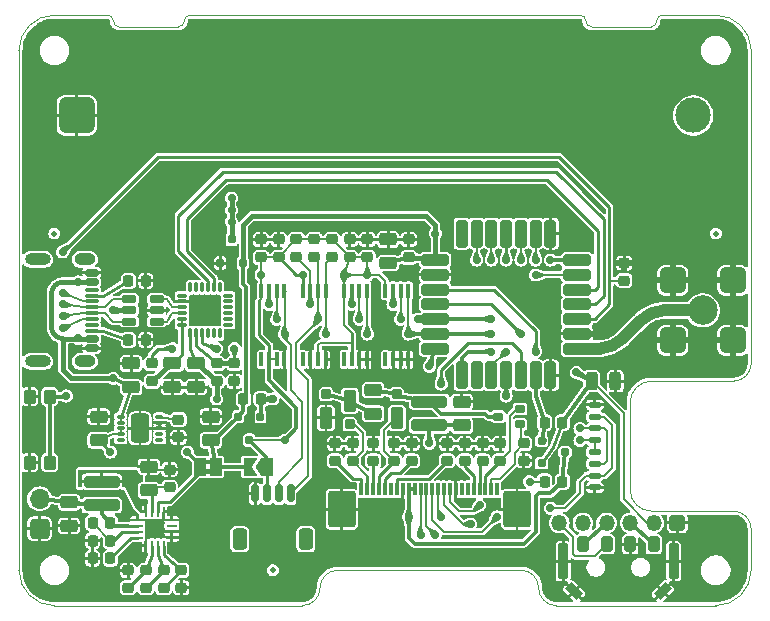
<source format=gtl>
%TF.GenerationSoftware,KiCad,Pcbnew,8.0.8+1*%
%TF.CreationDate,2025-10-29T14:44:18+00:00*%
%TF.ProjectId,LoRa-V3-PCB,4c6f5261-2d56-4332-9d50-43422e6b6963,rev?*%
%TF.SameCoordinates,Original*%
%TF.FileFunction,Copper,L1,Top*%
%TF.FilePolarity,Positive*%
%FSLAX46Y46*%
G04 Gerber Fmt 4.6, Leading zero omitted, Abs format (unit mm)*
G04 Created by KiCad (PCBNEW 8.0.8+1) date 2025-10-29 14:44:18*
%MOMM*%
%LPD*%
G01*
G04 APERTURE LIST*
G04 Aperture macros list*
%AMRoundRect*
0 Rectangle with rounded corners*
0 $1 Rounding radius*
0 $2 $3 $4 $5 $6 $7 $8 $9 X,Y pos of 4 corners*
0 Add a 4 corners polygon primitive as box body*
4,1,4,$2,$3,$4,$5,$6,$7,$8,$9,$2,$3,0*
0 Add four circle primitives for the rounded corners*
1,1,$1+$1,$2,$3*
1,1,$1+$1,$4,$5*
1,1,$1+$1,$6,$7*
1,1,$1+$1,$8,$9*
0 Add four rect primitives between the rounded corners*
20,1,$1+$1,$2,$3,$4,$5,0*
20,1,$1+$1,$4,$5,$6,$7,0*
20,1,$1+$1,$6,$7,$8,$9,0*
20,1,$1+$1,$8,$9,$2,$3,0*%
%AMFreePoly0*
4,1,6,1.000000,0.000000,0.500000,-0.750000,-0.500000,-0.750000,-0.500000,0.750000,0.500000,0.750000,1.000000,0.000000,1.000000,0.000000,$1*%
%AMFreePoly1*
4,1,6,0.500000,-0.750000,-0.650000,-0.750000,-0.150000,0.000000,-0.650000,0.750000,0.500000,0.750000,0.500000,-0.750000,0.500000,-0.750000,$1*%
G04 Aperture macros list end*
%TA.AperFunction,Profile*%
%ADD10C,0.050000*%
%TD*%
%TA.AperFunction,Profile*%
%ADD11C,0.100000*%
%TD*%
%TA.AperFunction,EtchedComponent*%
%ADD12C,0.000000*%
%TD*%
%TA.AperFunction,SMDPad,CuDef*%
%ADD13RoundRect,0.070000X0.105000X-0.530000X0.105000X0.530000X-0.105000X0.530000X-0.105000X-0.530000X0*%
%TD*%
%TA.AperFunction,SMDPad,CuDef*%
%ADD14R,1.000000X1.500000*%
%TD*%
%TA.AperFunction,SMDPad,CuDef*%
%ADD15RoundRect,0.200000X-0.300000X0.400000X-0.300000X-0.400000X0.300000X-0.400000X0.300000X0.400000X0*%
%TD*%
%TA.AperFunction,SMDPad,CuDef*%
%ADD16RoundRect,0.200000X0.550000X-0.300000X0.550000X0.300000X-0.550000X0.300000X-0.550000X-0.300000X0*%
%TD*%
%TA.AperFunction,SMDPad,CuDef*%
%ADD17RoundRect,0.220000X-0.220000X-0.270000X0.220000X-0.270000X0.220000X0.270000X-0.220000X0.270000X0*%
%TD*%
%TA.AperFunction,SMDPad,CuDef*%
%ADD18RoundRect,0.220000X0.220000X0.270000X-0.220000X0.270000X-0.220000X-0.270000X0.220000X-0.270000X0*%
%TD*%
%TA.AperFunction,SMDPad,CuDef*%
%ADD19RoundRect,0.220000X-0.270000X0.220000X-0.270000X-0.220000X0.270000X-0.220000X0.270000X0.220000X0*%
%TD*%
%TA.AperFunction,SMDPad,CuDef*%
%ADD20RoundRect,0.120000X-0.180000X-0.255000X0.180000X-0.255000X0.180000X0.255000X-0.180000X0.255000X0*%
%TD*%
%TA.AperFunction,SMDPad,CuDef*%
%ADD21RoundRect,0.220000X0.270000X-0.220000X0.270000X0.220000X-0.270000X0.220000X-0.270000X-0.220000X0*%
%TD*%
%TA.AperFunction,SMDPad,CuDef*%
%ADD22RoundRect,0.120000X0.180000X0.255000X-0.180000X0.255000X-0.180000X-0.255000X0.180000X-0.255000X0*%
%TD*%
%TA.AperFunction,SMDPad,CuDef*%
%ADD23RoundRect,0.200000X-0.550000X0.300000X-0.550000X-0.300000X0.550000X-0.300000X0.550000X0.300000X0*%
%TD*%
%TA.AperFunction,SMDPad,CuDef*%
%ADD24RoundRect,0.200000X-1.300000X0.300000X-1.300000X-0.300000X1.300000X-0.300000X1.300000X0.300000X0*%
%TD*%
%TA.AperFunction,SMDPad,CuDef*%
%ADD25C,0.500000*%
%TD*%
%TA.AperFunction,SMDPad,CuDef*%
%ADD26RoundRect,0.062500X-0.375000X-0.062500X0.375000X-0.062500X0.375000X0.062500X-0.375000X0.062500X0*%
%TD*%
%TA.AperFunction,SMDPad,CuDef*%
%ADD27RoundRect,0.062500X-0.062500X-0.375000X0.062500X-0.375000X0.062500X0.375000X-0.062500X0.375000X0*%
%TD*%
%TA.AperFunction,HeatsinkPad*%
%ADD28RoundRect,0.240000X-0.560000X-0.560000X0.560000X-0.560000X0.560000X0.560000X-0.560000X0.560000X0*%
%TD*%
%TA.AperFunction,SMDPad,CuDef*%
%ADD29RoundRect,0.120000X0.480000X0.180000X-0.480000X0.180000X-0.480000X-0.180000X0.480000X-0.180000X0*%
%TD*%
%TA.AperFunction,SMDPad,CuDef*%
%ADD30RoundRect,0.060000X-0.265000X0.090000X-0.265000X-0.090000X0.265000X-0.090000X0.265000X0.090000X0*%
%TD*%
%TA.AperFunction,SMDPad,CuDef*%
%ADD31RoundRect,0.310000X-0.465000X0.930000X-0.465000X-0.930000X0.465000X-0.930000X0.465000X0.930000X0*%
%TD*%
%TA.AperFunction,SMDPad,CuDef*%
%ADD32RoundRect,0.132000X0.298000X-0.198000X0.298000X0.198000X-0.298000X0.198000X-0.298000X-0.198000X0*%
%TD*%
%TA.AperFunction,SMDPad,CuDef*%
%ADD33RoundRect,0.165000X0.385000X-0.735000X0.385000X0.735000X-0.385000X0.735000X-0.385000X-0.735000X0*%
%TD*%
%TA.AperFunction,SMDPad,CuDef*%
%ADD34RoundRect,0.120000X0.280000X-0.280000X0.280000X0.280000X-0.280000X0.280000X-0.280000X-0.280000X0*%
%TD*%
%TA.AperFunction,SMDPad,CuDef*%
%ADD35RoundRect,0.200000X1.300000X-0.300000X1.300000X0.300000X-1.300000X0.300000X-1.300000X-0.300000X0*%
%TD*%
%TA.AperFunction,ComponentPad*%
%ADD36RoundRect,0.490196X-1.009804X-1.009804X1.009804X-1.009804X1.009804X1.009804X-1.009804X1.009804X0*%
%TD*%
%TA.AperFunction,ComponentPad*%
%ADD37C,3.000000*%
%TD*%
%TA.AperFunction,ComponentPad*%
%ADD38RoundRect,0.250000X-0.425000X0.425000X-0.425000X-0.425000X0.425000X-0.425000X0.425000X0.425000X0*%
%TD*%
%TA.AperFunction,ComponentPad*%
%ADD39O,1.350000X1.350000*%
%TD*%
%TA.AperFunction,SMDPad,CuDef*%
%ADD40RoundRect,0.060000X-0.365000X-0.090000X0.365000X-0.090000X0.365000X0.090000X-0.365000X0.090000X0*%
%TD*%
%TA.AperFunction,SMDPad,CuDef*%
%ADD41RoundRect,0.060000X-0.090000X-0.365000X0.090000X-0.365000X0.090000X0.365000X-0.090000X0.365000X0*%
%TD*%
%TA.AperFunction,HeatsinkPad*%
%ADD42RoundRect,0.235000X-0.940000X-0.940000X0.940000X-0.940000X0.940000X0.940000X-0.940000X0.940000X0*%
%TD*%
%TA.AperFunction,SMDPad,CuDef*%
%ADD43RoundRect,0.150000X0.350000X0.500000X-0.350000X0.500000X-0.350000X-0.500000X0.350000X-0.500000X0*%
%TD*%
%TA.AperFunction,SMDPad,CuDef*%
%ADD44RoundRect,0.127500X0.297500X1.372500X-0.297500X1.372500X-0.297500X-1.372500X0.297500X-1.372500X0*%
%TD*%
%TA.AperFunction,SMDPad,CuDef*%
%ADD45RoundRect,0.120000X0.608112X0.212132X0.212132X0.608112X-0.608112X-0.212132X-0.212132X-0.608112X0*%
%TD*%
%TA.AperFunction,SMDPad,CuDef*%
%ADD46RoundRect,0.120000X-0.212132X0.608112X-0.608112X0.212132X0.212132X-0.608112X0.608112X-0.212132X0*%
%TD*%
%TA.AperFunction,SMDPad,CuDef*%
%ADD47RoundRect,0.120000X-0.255000X0.180000X-0.255000X-0.180000X0.255000X-0.180000X0.255000X0.180000X0*%
%TD*%
%TA.AperFunction,ComponentPad*%
%ADD48C,2.500000*%
%TD*%
%TA.AperFunction,ComponentPad*%
%ADD49RoundRect,0.440000X0.660000X0.660000X-0.660000X0.660000X-0.660000X-0.660000X0.660000X-0.660000X0*%
%TD*%
%TA.AperFunction,SMDPad,CuDef*%
%ADD50RoundRect,0.200000X-0.300000X-0.550000X0.300000X-0.550000X0.300000X0.550000X-0.300000X0.550000X0*%
%TD*%
%TA.AperFunction,SMDPad,CuDef*%
%ADD51RoundRect,0.150000X-0.150000X-0.625000X0.150000X-0.625000X0.150000X0.625000X-0.150000X0.625000X0*%
%TD*%
%TA.AperFunction,SMDPad,CuDef*%
%ADD52RoundRect,0.250000X-0.350000X-0.650000X0.350000X-0.650000X0.350000X0.650000X-0.350000X0.650000X0*%
%TD*%
%TA.AperFunction,SMDPad,CuDef*%
%ADD53RoundRect,0.230000X-0.920000X-1.320000X0.920000X-1.320000X0.920000X1.320000X-0.920000X1.320000X0*%
%TD*%
%TA.AperFunction,SMDPad,CuDef*%
%ADD54RoundRect,0.060000X-0.090000X-0.490000X0.090000X-0.490000X0.090000X0.490000X-0.090000X0.490000X0*%
%TD*%
%TA.AperFunction,ComponentPad*%
%ADD55RoundRect,0.340000X0.510000X0.510000X-0.510000X0.510000X-0.510000X-0.510000X0.510000X-0.510000X0*%
%TD*%
%TA.AperFunction,ComponentPad*%
%ADD56O,1.700000X1.700000*%
%TD*%
%TA.AperFunction,SMDPad,CuDef*%
%ADD57RoundRect,0.165000X-0.385000X0.735000X-0.385000X-0.735000X0.385000X-0.735000X0.385000X0.735000X0*%
%TD*%
%TA.AperFunction,SMDPad,CuDef*%
%ADD58RoundRect,0.120000X-0.280000X0.280000X-0.280000X-0.280000X0.280000X-0.280000X0.280000X0.280000X0*%
%TD*%
%TA.AperFunction,SMDPad,CuDef*%
%ADD59RoundRect,0.120000X-0.455000X0.180000X-0.455000X-0.180000X0.455000X-0.180000X0.455000X0.180000X0*%
%TD*%
%TA.AperFunction,SMDPad,CuDef*%
%ADD60RoundRect,0.075000X-0.500000X0.075000X-0.500000X-0.075000X0.500000X-0.075000X0.500000X0.075000X0*%
%TD*%
%TA.AperFunction,ComponentPad*%
%ADD61O,1.800000X1.000000*%
%TD*%
%TA.AperFunction,ComponentPad*%
%ADD62O,2.200000X1.000000*%
%TD*%
%TA.AperFunction,SMDPad,CuDef*%
%ADD63RoundRect,0.125000X0.425000X-0.125000X0.425000X0.125000X-0.425000X0.125000X-0.425000X-0.125000X0*%
%TD*%
%TA.AperFunction,SMDPad,CuDef*%
%ADD64RoundRect,0.200000X0.950000X-0.300000X0.950000X0.300000X-0.950000X0.300000X-0.950000X-0.300000X0*%
%TD*%
%TA.AperFunction,SMDPad,CuDef*%
%ADD65RoundRect,0.200000X0.300000X0.950000X-0.300000X0.950000X-0.300000X-0.950000X0.300000X-0.950000X0*%
%TD*%
%TA.AperFunction,SMDPad,CuDef*%
%ADD66RoundRect,0.200000X-0.950000X0.300000X-0.950000X-0.300000X0.950000X-0.300000X0.950000X0.300000X0*%
%TD*%
%TA.AperFunction,SMDPad,CuDef*%
%ADD67RoundRect,0.200000X-0.300000X-0.950000X0.300000X-0.950000X0.300000X0.950000X-0.300000X0.950000X0*%
%TD*%
%TA.AperFunction,SMDPad,CuDef*%
%ADD68FreePoly0,180.000000*%
%TD*%
%TA.AperFunction,SMDPad,CuDef*%
%ADD69FreePoly1,180.000000*%
%TD*%
%TA.AperFunction,ViaPad*%
%ADD70C,0.700000*%
%TD*%
%TA.AperFunction,Conductor*%
%ADD71C,0.200000*%
%TD*%
%TA.AperFunction,Conductor*%
%ADD72C,0.250000*%
%TD*%
%TA.AperFunction,Conductor*%
%ADD73C,0.300000*%
%TD*%
%TA.AperFunction,Conductor*%
%ADD74C,0.400000*%
%TD*%
%TA.AperFunction,Conductor*%
%ADD75C,0.220000*%
%TD*%
%TA.AperFunction,Conductor*%
%ADD76C,1.000000*%
%TD*%
G04 APERTURE END LIST*
D10*
X162500000Y-73000000D02*
G75*
G02*
X162000000Y-72500000I0J500000D01*
G01*
D11*
X114000000Y-75000000D02*
X114000000Y-119000000D01*
X167550000Y-114000000D02*
X174500000Y-114000000D01*
D10*
X128500000Y-72000000D02*
X161500000Y-72000000D01*
D11*
X176000000Y-119000000D02*
G75*
G02*
X173000000Y-122000000I-3000000J0D01*
G01*
D10*
X161500000Y-72000000D02*
G75*
G02*
X162000000Y-72500000I0J-500000D01*
G01*
X122500000Y-73000000D02*
G75*
G02*
X122000000Y-72500000I0J500000D01*
G01*
X128000000Y-72500000D02*
G75*
G02*
X128500000Y-72000000I500000J0D01*
G01*
D11*
X176000000Y-115500000D02*
X176000000Y-119000000D01*
D10*
X167500000Y-73000000D02*
X162500000Y-73000000D01*
D11*
X165750000Y-104800000D02*
G75*
G02*
X167550000Y-103000000I1800000J0D01*
G01*
X139500000Y-120500000D02*
G75*
G02*
X138000000Y-122000000I-1500000J0D01*
G01*
X139500000Y-120500000D02*
G75*
G02*
X141000000Y-119000000I1500000J0D01*
G01*
D10*
X122500000Y-73000000D02*
X127500000Y-73000000D01*
X121500000Y-72000000D02*
G75*
G02*
X122000000Y-72500000I0J-500000D01*
G01*
D11*
X176000000Y-101500000D02*
G75*
G02*
X174500000Y-103000000I-1500000J0D01*
G01*
X117000000Y-122000000D02*
G75*
G02*
X114000000Y-119000000I0J3000000D01*
G01*
D10*
X128000000Y-72500000D02*
G75*
G02*
X127500000Y-73000000I-500000J0D01*
G01*
D11*
X156500000Y-119000000D02*
G75*
G02*
X158000000Y-120500000I0J-1500000D01*
G01*
X174500000Y-103000000D02*
X167550000Y-103000000D01*
X159500000Y-122000000D02*
X173000000Y-122000000D01*
X167550000Y-114000000D02*
G75*
G02*
X165750000Y-112200000I0J1800000D01*
G01*
X165750000Y-104800000D02*
X165750000Y-112200000D01*
X173000000Y-72000000D02*
G75*
G02*
X176000000Y-75000000I0J-3000000D01*
G01*
X156500000Y-119000000D02*
X141000000Y-119000000D01*
D10*
X117000000Y-72000000D02*
X121500000Y-72000000D01*
D11*
X176000000Y-75000000D02*
X176000000Y-101500000D01*
D10*
X168000000Y-72500000D02*
G75*
G02*
X167500000Y-73000000I-500000J0D01*
G01*
D11*
X114000000Y-75000000D02*
G75*
G02*
X117000000Y-72000000I3000000J0D01*
G01*
X174500000Y-114000000D02*
G75*
G02*
X176000000Y-115500000I0J-1500000D01*
G01*
X159500000Y-122000000D02*
G75*
G02*
X158000000Y-120500000I0J1500000D01*
G01*
D10*
X168500000Y-72000000D02*
X173000000Y-72000000D01*
X168000000Y-72500000D02*
G75*
G02*
X168500000Y-72000000I500000J0D01*
G01*
D11*
X117000000Y-122000000D02*
X138000000Y-122000000D01*
D12*
%TA.AperFunction,EtchedComponent*%
%TO.C,JP1*%
G36*
X130250000Y-110050000D02*
G01*
X129750000Y-110050000D01*
X129750000Y-109650000D01*
X130250000Y-109650000D01*
X130250000Y-110050000D01*
G37*
%TD.AperFunction*%
%TA.AperFunction,EtchedComponent*%
G36*
X130250000Y-110850000D02*
G01*
X129750000Y-110850000D01*
X129750000Y-110450000D01*
X130250000Y-110450000D01*
X130250000Y-110850000D01*
G37*
%TD.AperFunction*%
%TD*%
D13*
%TO.P,IC9,1,A0*%
%TO.N,unconnected-(IC9-A0-Pad1)*%
X141525000Y-101150000D03*
%TO.P,IC9,2,A1*%
%TO.N,VDD-SENSORS-EEPROM*%
X142175000Y-101150000D03*
%TO.P,IC9,3,A2*%
%TO.N,GND*%
X142825000Y-101150000D03*
%TO.P,IC9,4,GND*%
X143475000Y-101150000D03*
%TO.P,IC9,5,SDA*%
%TO.N,I2C2-SDA*%
X143475000Y-95350000D03*
%TO.P,IC9,6,SCL*%
%TO.N,I2C2-SCL*%
X142825000Y-95350000D03*
%TO.P,IC9,7,WP*%
%TO.N,~{WRITE-PROTECT}*%
X142175000Y-95350000D03*
%TO.P,IC9,8,VCC*%
%TO.N,VDD-SENSORS-EEPROM*%
X141525000Y-95350000D03*
%TD*%
D14*
%TO.P,JP1,1,A*%
%TO.N,CHG-OUT*%
X129350000Y-110250000D03*
%TO.P,JP1,2,B*%
%TO.N,+3.3V*%
X130650000Y-110250000D03*
%TD*%
D15*
%TO.P,SW1,1,1*%
%TO.N,~{MCU-RESET}*%
X116600000Y-109900000D03*
%TO.P,SW1,2,2*%
%TO.N,GND*%
X114900000Y-109900000D03*
%TO.P,SW1,3,3*%
%TO.N,~{MCU-RESET}*%
X116600000Y-104300000D03*
%TO.P,SW1,4,4*%
%TO.N,GND*%
X114900000Y-104300000D03*
%TD*%
D16*
%TO.P,C15,1*%
%TO.N,Net-(D1-K)*%
X144000000Y-105750000D03*
%TO.P,C15,2*%
%TO.N,Net-(D2-A)*%
X144000000Y-103750000D03*
%TD*%
D17*
%TO.P,R19,1*%
%TO.N,GND*%
X120250000Y-116500000D03*
%TO.P,R19,2*%
%TO.N,Net-(IC4-VOC_SAMP)*%
X121750000Y-116500000D03*
%TD*%
D16*
%TO.P,C25,1*%
%TO.N,+3.3V*%
X130250000Y-108000000D03*
%TO.P,C25,2*%
%TO.N,GND*%
X130250000Y-106000000D03*
%TD*%
D18*
%TO.P,C9,1*%
%TO.N,Net-(IC4-VREF_SAMP)*%
X121750000Y-118000000D03*
%TO.P,C9,2*%
%TO.N,GND*%
X120250000Y-118000000D03*
%TD*%
D19*
%TO.P,R10,1*%
%TO.N,VDD-SENSORS-EEPROM*%
X139000000Y-91000000D03*
%TO.P,R10,2*%
%TO.N,I2C2-SCL*%
X139000000Y-92500000D03*
%TD*%
D20*
%TO.P,Q4,1,G*%
%TO.N,GND*%
X131050000Y-93000000D03*
%TO.P,Q4,2,S*%
%TO.N,+3.3V*%
X132950000Y-93000000D03*
%TO.P,Q4,3,D*%
%TO.N,VBAT*%
X132000000Y-91000000D03*
%TD*%
D21*
%TO.P,R14,1*%
%TO.N,Net-(IC4-VBAT_UV)*%
X126250000Y-120500000D03*
%TO.P,R14,2*%
%TO.N,Net-(IC4-VRDIV)*%
X126250000Y-119000000D03*
%TD*%
D22*
%TO.P,Q3,1,G*%
%TO.N,~{Enable-3.3V-Switched-1}*%
X134450000Y-106000000D03*
%TO.P,Q3,2,S*%
%TO.N,+3.3V*%
X132550000Y-106000000D03*
%TO.P,Q3,3,D*%
%TO.N,VDD-SENSORS-EEPROM*%
X133500000Y-108000000D03*
%TD*%
D21*
%TO.P,R5,1*%
%TO.N,GND*%
X127500000Y-107750000D03*
%TO.P,R5,2*%
%TO.N,Net-(IC12-PROG)*%
X127500000Y-106250000D03*
%TD*%
D19*
%TO.P,C32,1*%
%TO.N,GND*%
X145750000Y-108250000D03*
%TO.P,C32,2*%
%TO.N,PREVGH*%
X145750000Y-109750000D03*
%TD*%
%TO.P,C35,1*%
%TO.N,GND*%
X147250000Y-108250000D03*
%TO.P,C35,2*%
%TO.N,VSH*%
X147250000Y-109750000D03*
%TD*%
D21*
%TO.P,R13,1*%
%TO.N,+5V*%
X130750000Y-103000000D03*
%TO.P,R13,2*%
%TO.N,VBUS*%
X130750000Y-101500000D03*
%TD*%
D23*
%TO.P,C14,1*%
%TO.N,3V*%
X127000000Y-101500000D03*
%TO.P,C14,2*%
%TO.N,GND*%
X127000000Y-103500000D03*
%TD*%
D18*
%TO.P,R7,1*%
%TO.N,GND*%
X124750000Y-94500000D03*
%TO.P,R7,2*%
%TO.N,Net-(CONN1-CC1)*%
X123250000Y-94500000D03*
%TD*%
D24*
%TO.P,L1,1,1*%
%TO.N,Net-(D2-A)*%
X148750000Y-104750000D03*
%TO.P,L1,2,2*%
%TO.N,VDD-Display*%
X148750000Y-106750000D03*
%TD*%
D21*
%TO.P,C6,1*%
%TO.N,VDD-SENSORS-EEPROM*%
X136000000Y-92500000D03*
%TO.P,C6,2*%
%TO.N,GND*%
X136000000Y-91000000D03*
%TD*%
D17*
%TO.P,R2,1*%
%TO.N,Net-(IC4-VOC_SAMP)*%
X120250000Y-115000000D03*
%TO.P,R2,2*%
%TO.N,Solar+*%
X121750000Y-115000000D03*
%TD*%
D13*
%TO.P,IC11,1,A0*%
%TO.N,unconnected-(IC11-A0-Pad1)*%
X134525000Y-101150000D03*
%TO.P,IC11,2,A1*%
%TO.N,VDD-SENSORS-EEPROM*%
X135175000Y-101150000D03*
%TO.P,IC11,3,A2*%
X135825000Y-101150000D03*
%TO.P,IC11,4,GND*%
%TO.N,GND*%
X136475000Y-101150000D03*
%TO.P,IC11,5,SDA*%
%TO.N,I2C2-SDA*%
X136475000Y-95350000D03*
%TO.P,IC11,6,SCL*%
%TO.N,I2C2-SCL*%
X135825000Y-95350000D03*
%TO.P,IC11,7,WP*%
%TO.N,~{WRITE-PROTECT}*%
X135175000Y-95350000D03*
%TO.P,IC11,8,VCC*%
%TO.N,VDD-SENSORS-EEPROM*%
X134525000Y-95350000D03*
%TD*%
D25*
%TO.P,F2,*%
%TO.N,*%
X117000000Y-90500000D03*
%TD*%
D26*
%TO.P,IC4,1,VSS*%
%TO.N,GND*%
X124062500Y-114750000D03*
%TO.P,IC4,2,VIN_DC*%
%TO.N,Solar+*%
X124062500Y-115250000D03*
%TO.P,IC4,3,VOC_SAMP*%
%TO.N,Net-(IC4-VOC_SAMP)*%
X124062500Y-115750000D03*
%TO.P,IC4,4,VREF_SAMP*%
%TO.N,Net-(IC4-VREF_SAMP)*%
X124062500Y-116250000D03*
D27*
%TO.P,IC4,5,OT_PROG*%
%TO.N,GND*%
X124750000Y-116937500D03*
%TO.P,IC4,6,VBAT_OV*%
%TO.N,Net-(IC4-VBAT_OV)*%
X125250000Y-116937500D03*
%TO.P,IC4,7,VRDIV*%
%TO.N,Net-(IC4-VRDIV)*%
X125750000Y-116937500D03*
%TO.P,IC4,8,VBAT_UV*%
%TO.N,Net-(IC4-VBAT_UV)*%
X126250000Y-116937500D03*
D26*
%TO.P,IC4,9,OK_HYST*%
%TO.N,GND*%
X126937500Y-116250000D03*
%TO.P,IC4,10,OK_PROG*%
X126937500Y-115750000D03*
%TO.P,IC4,11,VBAT_OK*%
%TO.N,unconnected-(IC4-VBAT_OK-Pad11)*%
X126937500Y-115250000D03*
%TO.P,IC4,12,AVSS*%
%TO.N,GND*%
X126937500Y-114750000D03*
D27*
%TO.P,IC4,13,VSS*%
X126250000Y-114062500D03*
%TO.P,IC4,14,VBAT*%
%TO.N,CHG-OUT*%
X125750000Y-114062500D03*
%TO.P,IC4,15,VSTOR*%
%TO.N,Net-(IC4-VSTOR)*%
X125250000Y-114062500D03*
%TO.P,IC4,16,LBST*%
%TO.N,Net-(IC4-LBST)*%
X124750000Y-114062500D03*
D28*
%TO.P,IC4,17,EP*%
%TO.N,GND*%
X125500000Y-115500000D03*
%TD*%
D29*
%TO.P,IC3,1,I/O1_1*%
%TO.N,D-*%
X125650000Y-97950000D03*
%TO.P,IC3,2,GND*%
%TO.N,GND*%
X125650000Y-97000000D03*
%TO.P,IC3,3,I/O2_1*%
%TO.N,D+*%
X125650000Y-96050000D03*
%TO.P,IC3,4,I/O2_2*%
%TO.N,D+CONN*%
X123350000Y-96050000D03*
%TO.P,IC3,5,VBUS*%
%TO.N,+5V*%
X123350000Y-97000000D03*
%TO.P,IC3,6,I/O1_2*%
%TO.N,D-CONN*%
X123350000Y-97950000D03*
%TD*%
D19*
%TO.P,C31,1*%
%TO.N,GND*%
X151750000Y-108250000D03*
%TO.P,C31,2*%
%TO.N,VGH*%
X151750000Y-109750000D03*
%TD*%
D30*
%TO.P,IC12,1,VDD*%
%TO.N,+5V*%
X122600000Y-106000000D03*
%TO.P,IC12,2,VDD*%
X122600000Y-106500000D03*
%TO.P,IC12,3,VBAT*%
%TO.N,CHG-OUT*%
X122600000Y-107000000D03*
%TO.P,IC12,4,VBAT*%
X122600000Y-107500000D03*
%TO.P,IC12,5,NC1*%
%TO.N,unconnected-(IC12-NC1-Pad5)*%
X122600000Y-108000000D03*
%TO.P,IC12,6,NC2*%
%TO.N,unconnected-(IC12-NC2-Pad6)*%
X125900000Y-108000000D03*
%TO.P,IC12,7,STAT*%
%TO.N,unconnected-(IC12-STAT-Pad7)*%
X125900000Y-107500000D03*
%TO.P,IC12,8,GND*%
%TO.N,GND*%
X125900000Y-107000000D03*
%TO.P,IC12,9,GND*%
X125900000Y-106500000D03*
%TO.P,IC12,10,PROG*%
%TO.N,Net-(IC12-PROG)*%
X125900000Y-106000000D03*
D31*
%TO.P,IC12,EP,EP*%
%TO.N,GND*%
X124250000Y-107000000D03*
%TD*%
D19*
%TO.P,R21,1*%
%TO.N,GND*%
X123250000Y-119000000D03*
%TO.P,R21,2*%
%TO.N,Net-(IC4-VBAT_OV)*%
X123250000Y-120500000D03*
%TD*%
D32*
%TO.P,Q1,1,G*%
%TO.N,GATE-DRIVE*%
X156425000Y-106650000D03*
%TO.P,Q1,2,S*%
%TO.N,CURRENT-SENSE*%
X156425000Y-105350000D03*
%TO.P,Q1,3,D*%
%TO.N,Net-(D2-A)*%
X154575000Y-106000000D03*
%TD*%
D21*
%TO.P,R3,1*%
%TO.N,3V*%
X125250000Y-103000000D03*
%TO.P,R3,2*%
%TO.N,RST*%
X125250000Y-101500000D03*
%TD*%
D33*
%TO.P,D3,1,K*%
%TO.N,GND*%
X140000000Y-106100000D03*
D34*
%TO.P,D3,2,A*%
%TO.N,Net-(D1-K)*%
X140000000Y-104100000D03*
%TD*%
D35*
%TO.P,L2,1,1*%
%TO.N,Solar+*%
X121000000Y-113500000D03*
%TO.P,L2,2,2*%
%TO.N,Net-(IC4-LBST)*%
X121000000Y-111500000D03*
%TD*%
D16*
%TO.P,C26,1*%
%TO.N,+3.3V*%
X145250000Y-93000000D03*
%TO.P,C26,2*%
%TO.N,GND*%
X145250000Y-91000000D03*
%TD*%
D13*
%TO.P,IC10,1,A0*%
%TO.N,unconnected-(IC10-A0-Pad1)*%
X138025000Y-101150000D03*
%TO.P,IC10,2,A1*%
%TO.N,GND*%
X138675000Y-101150000D03*
%TO.P,IC10,3,A2*%
%TO.N,VDD-SENSORS-EEPROM*%
X139325000Y-101150000D03*
%TO.P,IC10,4,GND*%
%TO.N,GND*%
X139975000Y-101150000D03*
%TO.P,IC10,5,SDA*%
%TO.N,I2C2-SDA*%
X139975000Y-95350000D03*
%TO.P,IC10,6,SCL*%
%TO.N,I2C2-SCL*%
X139325000Y-95350000D03*
%TO.P,IC10,7,WP*%
%TO.N,~{WRITE-PROTECT}*%
X138675000Y-95350000D03*
%TO.P,IC10,8,VCC*%
%TO.N,VDD-SENSORS-EEPROM*%
X138025000Y-95350000D03*
%TD*%
%TO.P,IC8,1,A0*%
%TO.N,unconnected-(IC8-A0-Pad1)*%
X145025000Y-101150000D03*
%TO.P,IC8,2,A1*%
%TO.N,GND*%
X145675000Y-101150000D03*
%TO.P,IC8,3,A2*%
X146325000Y-101150000D03*
%TO.P,IC8,4,GND*%
X146975000Y-101150000D03*
%TO.P,IC8,5,SDA*%
%TO.N,I2C2-SDA*%
X146975000Y-95350000D03*
%TO.P,IC8,6,SCL*%
%TO.N,I2C2-SCL*%
X146325000Y-95350000D03*
%TO.P,IC8,7,WP*%
%TO.N,~{WRITE-PROTECT}*%
X145675000Y-95350000D03*
%TO.P,IC8,8,VCC*%
%TO.N,VDD-SENSORS-EEPROM*%
X145025000Y-95350000D03*
%TD*%
D18*
%TO.P,R23,1*%
%TO.N,VDD-Display*%
X160000000Y-111500000D03*
%TO.P,R23,2*%
%TO.N,VDD-Display-Charge*%
X158500000Y-111500000D03*
%TD*%
D21*
%TO.P,C10,1*%
%TO.N,Net-(IC4-VSTOR)*%
X126750000Y-112000000D03*
%TO.P,C10,2*%
%TO.N,GND*%
X126750000Y-110500000D03*
%TD*%
D36*
%TO.P,CONN2,1,-*%
%TO.N,GND*%
X118900000Y-80500000D03*
D37*
%TO.P,CONN2,2,+*%
%TO.N,VBAT*%
X171100000Y-80500000D03*
%TD*%
D38*
%TO.P,CONN8,1,Pin_1*%
%TO.N,GND*%
X169750000Y-115000000D03*
D39*
%TO.P,CONN8,2,Pin_2*%
%TO.N,+3.3V*%
X167750000Y-115000000D03*
%TO.P,CONN8,3,Pin_3*%
%TO.N,SWCLK*%
X165750000Y-115000000D03*
%TO.P,CONN8,4,Pin_4*%
%TO.N,SWDIO*%
X163750000Y-115000000D03*
%TO.P,CONN8,5,Pin_5*%
%TO.N,UART1-TX*%
X161750000Y-115000000D03*
%TO.P,CONN8,6,Pin_6*%
%TO.N,SWO*%
X159750000Y-115000000D03*
%TD*%
D19*
%TO.P,C36,1*%
%TO.N,GND*%
X144000000Y-108250000D03*
%TO.P,C36,2*%
%TO.N,VSL*%
X144000000Y-109750000D03*
%TD*%
D25*
%TO.P,F1,*%
%TO.N,*%
X135500000Y-119000000D03*
%TD*%
D40*
%TO.P,IC2,1,~{RI}/CLK*%
%TO.N,unconnected-(IC2-~{RI}{slash}CLK-Pad1)*%
X127800000Y-95750000D03*
%TO.P,IC2,2,GND*%
%TO.N,GND*%
X127800000Y-96250000D03*
%TO.P,IC2,3,D+*%
%TO.N,D+*%
X127800000Y-96750000D03*
%TO.P,IC2,4,D-*%
%TO.N,D-*%
X127800000Y-97250000D03*
%TO.P,IC2,5,VIO*%
%TO.N,3V*%
X127800000Y-97750000D03*
%TO.P,IC2,6,VDD*%
X127800000Y-98250000D03*
D41*
%TO.P,IC2,7,VREGIN*%
%TO.N,+5V*%
X128500000Y-98950000D03*
%TO.P,IC2,8,VBUS*%
%TO.N,VBUS*%
X129000000Y-98950000D03*
%TO.P,IC2,9,~{RST}*%
%TO.N,RST*%
X129500000Y-98950000D03*
%TO.P,IC2,10,NC*%
%TO.N,unconnected-(IC2-NC-Pad10)*%
X130000000Y-98950000D03*
%TO.P,IC2,11,~{WAKEUP}/GPIO.3*%
%TO.N,unconnected-(IC2-~{WAKEUP}{slash}GPIO.3-Pad11)*%
X130500000Y-98950000D03*
%TO.P,IC2,12,RS485/GPIO.2*%
%TO.N,unconnected-(IC2-RS485{slash}GPIO.2-Pad12)*%
X131000000Y-98950000D03*
D40*
%TO.P,IC2,13,~{RXT}/GPIO.1*%
%TO.N,unconnected-(IC2-~{RXT}{slash}GPIO.1-Pad13)*%
X131700000Y-98250000D03*
%TO.P,IC2,14,~{TXT}/GPIO.0*%
%TO.N,unconnected-(IC2-~{TXT}{slash}GPIO.0-Pad14)*%
X131700000Y-97750000D03*
%TO.P,IC2,15,~{SUSPEND}*%
%TO.N,unconnected-(IC2-~{SUSPEND}-Pad15)*%
X131700000Y-97250000D03*
%TO.P,IC2,16,NC*%
%TO.N,unconnected-(IC2-NC-Pad16)*%
X131700000Y-96750000D03*
%TO.P,IC2,17,SUSPEND*%
%TO.N,unconnected-(IC2-SUSPEND-Pad17)*%
X131700000Y-96250000D03*
%TO.P,IC2,18,~{CTS}*%
%TO.N,unconnected-(IC2-~{CTS}-Pad18)*%
X131700000Y-95750000D03*
D41*
%TO.P,IC2,19,~{RTS}*%
%TO.N,unconnected-(IC2-~{RTS}-Pad19)*%
X131000000Y-95050000D03*
%TO.P,IC2,20,RXD*%
%TO.N,UART2-TX*%
X130500000Y-95050000D03*
%TO.P,IC2,21,TXD*%
%TO.N,UART2-RX*%
X130000000Y-95050000D03*
%TO.P,IC2,22,~{DSR}*%
%TO.N,unconnected-(IC2-~{DSR}-Pad22)*%
X129500000Y-95050000D03*
%TO.P,IC2,23,~{DTR}*%
%TO.N,unconnected-(IC2-~{DTR}-Pad23)*%
X129000000Y-95050000D03*
%TO.P,IC2,24,~{DCD}*%
%TO.N,unconnected-(IC2-~{DCD}-Pad24)*%
X128500000Y-95050000D03*
D42*
%TO.P,IC2,25,EP*%
%TO.N,GND*%
X129750000Y-97000000D03*
%TD*%
D43*
%TO.P,SW2,1,1*%
%TO.N,SWCLK*%
X167750000Y-116800000D03*
%TO.P,SW2,2,2*%
%TO.N,SWDIO*%
X161750000Y-116800000D03*
%TO.P,SW2,C,C*%
%TO.N,GND*%
X165750000Y-116800000D03*
D44*
%TO.P,SW2,EP,EP*%
X169425000Y-118250000D03*
D45*
X168500000Y-120800000D03*
D46*
X161000000Y-120800000D03*
D44*
X160075000Y-118250000D03*
D43*
%TO.P,SW2,T,T*%
%TO.N,SWO*%
X163750000Y-116800000D03*
%TD*%
D19*
%TO.P,R20,1*%
%TO.N,Net-(IC4-VBAT_OV)*%
X124750000Y-119000000D03*
%TO.P,R20,2*%
%TO.N,Net-(IC4-VRDIV)*%
X124750000Y-120500000D03*
%TD*%
D47*
%TO.P,Q2,1,G*%
%TO.N,~{Enable-3.3V-Switched-0}*%
X158250000Y-108050000D03*
%TO.P,Q2,2,S*%
%TO.N,+3.3V*%
X158250000Y-109950000D03*
%TO.P,Q2,3,D*%
%TO.N,VDD-Display*%
X160250000Y-109000000D03*
%TD*%
D48*
%TO.P,CONN5,1,In*%
%TO.N,RF*%
X171900000Y-97000000D03*
D49*
%TO.P,CONN5,2,Ext*%
%TO.N,GND*%
X174440000Y-99540000D03*
X174440000Y-94460000D03*
X169360000Y-99540000D03*
X169360000Y-94460000D03*
%TD*%
D33*
%TO.P,D2,1,K*%
%TO.N,PREVGH*%
X146000000Y-106100000D03*
D34*
%TO.P,D2,2,A*%
%TO.N,Net-(D2-A)*%
X146000000Y-104100000D03*
%TD*%
D50*
%TO.P,C27,1*%
%TO.N,+3.3V*%
X162500000Y-103000000D03*
%TO.P,C27,2*%
%TO.N,GND*%
X164500000Y-103000000D03*
%TD*%
D21*
%TO.P,C2,1*%
%TO.N,~{MCU-RESET}*%
X165250000Y-94500000D03*
%TO.P,C2,2*%
%TO.N,GND*%
X165250000Y-93000000D03*
%TD*%
D51*
%TO.P,CONN3,1,GND*%
%TO.N,GND*%
X134000000Y-112500000D03*
%TO.P,CONN3,2,VCC*%
%TO.N,VDD-SENSORS-EEPROM*%
X135000000Y-112500000D03*
%TO.P,CONN3,3,SDA*%
%TO.N,I2C2-SDA*%
X136000000Y-112500000D03*
%TO.P,CONN3,4,SCL*%
%TO.N,I2C2-SCL*%
X137000000Y-112500000D03*
D52*
%TO.P,CONN3,MP1,MP1*%
%TO.N,unconnected-(CONN3-PadMP1)*%
X132700000Y-116375000D03*
%TO.P,CONN3,MP2,MP2*%
%TO.N,unconnected-(CONN3-PadMP2)*%
X138300000Y-116375000D03*
%TD*%
D21*
%TO.P,C1,1*%
%TO.N,+3.3V*%
X147000000Y-92500000D03*
%TO.P,C1,2*%
%TO.N,GND*%
X147000000Y-91000000D03*
%TD*%
D19*
%TO.P,C34,1*%
%TO.N,GND*%
X150250000Y-108250000D03*
%TO.P,C34,2*%
%TO.N,VDD*%
X150250000Y-109750000D03*
%TD*%
%TO.P,C33,1*%
%TO.N,GND*%
X142250000Y-108250000D03*
%TO.P,C33,2*%
%TO.N,PREVGL*%
X142250000Y-109750000D03*
%TD*%
%TO.P,R9,1*%
%TO.N,VDD-SENSORS-EEPROM*%
X140500000Y-91000000D03*
%TO.P,R9,2*%
%TO.N,I2C2-SDA*%
X140500000Y-92500000D03*
%TD*%
D21*
%TO.P,C8,1*%
%TO.N,VDD-SENSORS-EEPROM*%
X143500000Y-92500000D03*
%TO.P,C8,2*%
%TO.N,GND*%
X143500000Y-91000000D03*
%TD*%
D23*
%TO.P,C13,1*%
%TO.N,+5V*%
X129000000Y-101500000D03*
%TO.P,C13,2*%
%TO.N,GND*%
X129000000Y-103500000D03*
%TD*%
D16*
%TO.P,C11,1*%
%TO.N,+5V*%
X123500000Y-103500000D03*
%TO.P,C11,2*%
%TO.N,GND*%
X123500000Y-101500000D03*
%TD*%
D19*
%TO.P,C37,1*%
%TO.N,GND*%
X140750000Y-108250000D03*
%TO.P,C37,2*%
%TO.N,VCOM*%
X140750000Y-109750000D03*
%TD*%
D18*
%TO.P,R18,1*%
%TO.N,~{Enable-3.3V-Switched-1}*%
X134500000Y-104500000D03*
%TO.P,R18,2*%
%TO.N,+3.3V*%
X133000000Y-104500000D03*
%TD*%
%TO.P,R6,1*%
%TO.N,GND*%
X124750000Y-99500000D03*
%TO.P,R6,2*%
%TO.N,Net-(CONN1-CC2)*%
X123250000Y-99500000D03*
%TD*%
D53*
%TO.P,CONN6,0,GND*%
%TO.N,GND*%
X141330000Y-113850000D03*
X156170000Y-113850000D03*
D54*
%TO.P,CONN6,1,Pin_1*%
%TO.N,unconnected-(CONN6-Pin_1-Pad1)*%
X154500000Y-112150000D03*
%TO.P,CONN6,2,Pin_2*%
%TO.N,GATE-DRIVE*%
X154000000Y-112150000D03*
%TO.P,CONN6,3,Pin_3*%
%TO.N,CURRENT-SENSE*%
X153500000Y-112150000D03*
%TO.P,CONN6,4,Pin_4*%
%TO.N,VGL*%
X153000000Y-112150000D03*
%TO.P,CONN6,5,Pin_5*%
%TO.N,VGH*%
X152500000Y-112150000D03*
%TO.P,CONN6,6,Pin_6*%
%TO.N,unconnected-(CONN6-Pin_6-Pad6)*%
X152000000Y-112150000D03*
%TO.P,CONN6,7,Pin_7*%
%TO.N,unconnected-(CONN6-Pin_7-Pad7)*%
X151500000Y-112150000D03*
%TO.P,CONN6,8,Pin_8*%
%TO.N,GND*%
X151000000Y-112150000D03*
%TO.P,CONN6,9,Pin_9*%
%TO.N,DISPLAY-BUSY*%
X150500000Y-112150000D03*
%TO.P,CONN6,10,Pin_10*%
%TO.N,~{DISPLAY-RESET}*%
X150000000Y-112150000D03*
%TO.P,CONN6,11,Pin_11*%
%TO.N,DISPLAY-D{slash}C*%
X149500000Y-112150000D03*
%TO.P,CONN6,12,Pin_12*%
%TO.N,~{DISPLAY-CS}*%
X149000000Y-112150000D03*
%TO.P,CONN6,13,Pin_13*%
%TO.N,SPI2-SCK*%
X148500000Y-112150000D03*
%TO.P,CONN6,14,Pin_14*%
%TO.N,SPI2-MOSI*%
X148000000Y-112150000D03*
%TO.P,CONN6,15,Pin_15*%
%TO.N,VDD-Display*%
X147500000Y-112150000D03*
%TO.P,CONN6,16,Pin_16*%
X147000000Y-112150000D03*
%TO.P,CONN6,17,Pin_17*%
%TO.N,GND*%
X146500000Y-112150000D03*
%TO.P,CONN6,18,Pin_18*%
%TO.N,VDD*%
X146000000Y-112150000D03*
%TO.P,CONN6,19,Pin_19*%
%TO.N,unconnected-(CONN6-Pin_19-Pad19)*%
X145500000Y-112150000D03*
%TO.P,CONN6,20,Pin_20*%
%TO.N,VSH*%
X145000000Y-112150000D03*
%TO.P,CONN6,21,Pin_21*%
%TO.N,PREVGH*%
X144500000Y-112150000D03*
%TO.P,CONN6,22,Pin_22*%
%TO.N,VSL*%
X144000000Y-112150000D03*
%TO.P,CONN6,23,Pin_23*%
%TO.N,PREVGL*%
X143500000Y-112150000D03*
%TO.P,CONN6,24,Pin_24*%
%TO.N,VCOM*%
X143000000Y-112150000D03*
%TD*%
D55*
%TO.P,CONN4,1,-*%
%TO.N,GND*%
X115750000Y-115500000D03*
D56*
%TO.P,CONN4,2,+*%
%TO.N,Solar+*%
X115750000Y-112960000D03*
%TD*%
D57*
%TO.P,D1,1,K*%
%TO.N,Net-(D1-K)*%
X142000000Y-104650000D03*
D58*
%TO.P,D1,2,A*%
%TO.N,PREVGL*%
X142000000Y-106650000D03*
%TD*%
D16*
%TO.P,C18,1*%
%TO.N,VDD-Display*%
X151500000Y-106750000D03*
%TO.P,C18,2*%
%TO.N,GND*%
X151500000Y-104750000D03*
%TD*%
D21*
%TO.P,C5,1*%
%TO.N,VDD-SENSORS-EEPROM*%
X142000000Y-92500000D03*
%TO.P,C5,2*%
%TO.N,GND*%
X142000000Y-91000000D03*
%TD*%
D59*
%TO.P,CONN1,A1-B12,GND*%
%TO.N,GND*%
X120155000Y-93800000D03*
%TO.P,CONN1,A4-B9,VBUS*%
%TO.N,+5V*%
X120155000Y-94600000D03*
D60*
%TO.P,CONN1,A5,CC1*%
%TO.N,Net-(CONN1-CC1)*%
X120155000Y-95750000D03*
%TO.P,CONN1,A6,D+*%
%TO.N,D+CONN*%
X120155000Y-96750000D03*
%TO.P,CONN1,A7,D-*%
%TO.N,D-CONN*%
X120155000Y-97250000D03*
%TO.P,CONN1,A8,SBU1*%
%TO.N,unconnected-(CONN1-SBU1-PadA8)*%
X120155000Y-98250000D03*
D59*
%TO.P,CONN1,B1-A12,GND*%
%TO.N,GND*%
X120155000Y-100200000D03*
%TO.P,CONN1,B4-A9,VBUS*%
%TO.N,+5V*%
X120155000Y-99400000D03*
D60*
%TO.P,CONN1,B5,CC2*%
%TO.N,Net-(CONN1-CC2)*%
X120155000Y-98750000D03*
%TO.P,CONN1,B6,D+*%
%TO.N,D+CONN*%
X120155000Y-97750000D03*
%TO.P,CONN1,B7,D-*%
%TO.N,D-CONN*%
X120155000Y-96250000D03*
%TO.P,CONN1,B8,SBU2*%
%TO.N,unconnected-(CONN1-SBU2-PadB8)*%
X120155000Y-95250000D03*
D61*
%TO.P,CONN1,S1,Shield*%
%TO.N,unconnected-(CONN1-Shield-PadS1)*%
X119580000Y-92680000D03*
%TO.P,CONN1,S2,Shield*%
%TO.N,unconnected-(CONN1-Shield-PadS2)*%
X119580000Y-101320000D03*
D62*
%TO.P,CONN1,S3,Shield*%
%TO.N,unconnected-(CONN1-Shield-PadS3)*%
X115580000Y-92680000D03*
%TO.P,CONN1,S4,Shield*%
%TO.N,unconnected-(CONN1-Shield-PadS4)*%
X115580000Y-101320000D03*
%TD*%
D19*
%TO.P,R8,1*%
%TO.N,VDD-SENSORS-EEPROM*%
X137500000Y-91000000D03*
%TO.P,R8,2*%
%TO.N,~{WRITE-PROTECT}*%
X137500000Y-92500000D03*
%TD*%
D21*
%TO.P,R11,1*%
%TO.N,GND*%
X127750000Y-120500000D03*
%TO.P,R11,2*%
%TO.N,Net-(IC4-VBAT_UV)*%
X127750000Y-119000000D03*
%TD*%
D63*
%TO.P,CONN7,1,GND__*%
%TO.N,GND*%
X162750000Y-112000000D03*
%TO.P,CONN7,2,VDD__*%
%TO.N,VDD-SENSORS-EEPROM*%
X162750000Y-111000000D03*
%TO.P,CONN7,3,SDA__*%
%TO.N,I2C2-SDA*%
X162750000Y-110000000D03*
%TO.P,CONN7,4,SCL__*%
%TO.N,I2C2-SCL*%
X162750000Y-109000000D03*
%TO.P,CONN7,5,SCL__*%
X162750000Y-108000000D03*
%TO.P,CONN7,6,SDA__*%
%TO.N,I2C2-SDA*%
X162750000Y-107000000D03*
%TO.P,CONN7,7,VDD__*%
%TO.N,VDD-SENSORS-EEPROM*%
X162750000Y-106000000D03*
%TO.P,CONN7,8,GND__*%
%TO.N,GND*%
X162750000Y-105000000D03*
%TD*%
D19*
%TO.P,C30,1*%
%TO.N,GND*%
X153250000Y-108250000D03*
%TO.P,C30,2*%
%TO.N,VGL*%
X153250000Y-109750000D03*
%TD*%
D21*
%TO.P,C7,1*%
%TO.N,VDD-SENSORS-EEPROM*%
X134500000Y-92500000D03*
%TO.P,C7,2*%
%TO.N,GND*%
X134500000Y-91000000D03*
%TD*%
D23*
%TO.P,C17,1*%
%TO.N,Solar+*%
X118250000Y-113250000D03*
%TO.P,C17,2*%
%TO.N,GND*%
X118250000Y-115250000D03*
%TD*%
D25*
%TO.P,F3,*%
%TO.N,*%
X173000000Y-90500000D03*
%TD*%
D64*
%TO.P,IC1,1,VCC*%
%TO.N,+3.3V*%
X149250000Y-92750000D03*
%TO.P,IC1,2,GND*%
%TO.N,GND*%
X149250000Y-94000000D03*
%TO.P,IC1,3,PA13*%
%TO.N,SWDIO*%
X149250000Y-95250000D03*
%TO.P,IC1,4,PA14*%
%TO.N,SWCLK*%
X149250000Y-96500000D03*
%TO.P,IC1,5,PB15*%
%TO.N,I2C2-SCL*%
X149250000Y-97750000D03*
%TO.P,IC1,6,PA15*%
%TO.N,I2C2-SDA*%
X149250000Y-99000000D03*
%TO.P,IC1,7,PB4*%
%TO.N,VBUS*%
X149250000Y-100250000D03*
D65*
%TO.P,IC1,8,PB3*%
%TO.N,SWO*%
X151500000Y-102500000D03*
%TO.P,IC1,9,PB7*%
%TO.N,unconnected-(IC1-PB7-Pad9)*%
X152750000Y-102500000D03*
%TO.P,IC1,10,PB6*%
%TO.N,UART1-TX*%
X154000000Y-102500000D03*
%TO.P,IC1,11,PB5*%
%TO.N,~{DISPLAY-CS}*%
X155250000Y-102500000D03*
%TO.P,IC1,12,PC1*%
%TO.N,~{Enable-3.3V-Switched-1}*%
X156500000Y-102500000D03*
%TO.P,IC1,13,PC0*%
%TO.N,~{Enable-3.3V-Switched-0}*%
X157750000Y-102500000D03*
%TO.P,IC1,14,GND*%
%TO.N,GND*%
X159000000Y-102500000D03*
D66*
%TO.P,IC1,15,RFIO*%
%TO.N,RF*%
X161250000Y-100250000D03*
%TO.P,IC1,16,GND*%
%TO.N,GND*%
X161250000Y-99000000D03*
%TO.P,IC1,17,RST*%
%TO.N,~{MCU-RESET}*%
X161250000Y-97750000D03*
%TO.P,IC1,18,PA3*%
%TO.N,UART2-RX*%
X161250000Y-96500000D03*
%TO.P,IC1,19,PA2*%
%TO.N,UART2-TX*%
X161250000Y-95250000D03*
%TO.P,IC1,20,PB10*%
%TO.N,DISPLAY-BUSY*%
X161250000Y-94000000D03*
%TO.P,IC1,21,PA9*%
%TO.N,VDD-Display-Charge*%
X161250000Y-92750000D03*
D67*
%TO.P,IC1,22,GND*%
%TO.N,GND*%
X159000000Y-90500000D03*
%TO.P,IC1,23,PA0*%
%TO.N,~{DISPLAY-RESET}*%
X157750000Y-90500000D03*
%TO.P,IC1,24,PB13~{}*%
%TO.N,SPI2-SCK*%
X156500000Y-90500000D03*
%TO.P,IC1,25,PB9*%
%TO.N,~{WRITE-PROTECT}*%
X155250000Y-90500000D03*
%TO.P,IC1,26,PB14*%
%TO.N,DISPLAY-D{slash}C*%
X154000000Y-90500000D03*
%TO.P,IC1,27,PA10*%
%TO.N,SPI2-MOSI*%
X152750000Y-90500000D03*
%TO.P,IC1,28,PB0*%
%TO.N,unconnected-(IC1-PB0-Pad28)*%
X151500000Y-90500000D03*
%TD*%
D16*
%TO.P,C16,1*%
%TO.N,Net-(IC4-VSTOR)*%
X125000000Y-112250000D03*
%TO.P,C16,2*%
%TO.N,GND*%
X125000000Y-110250000D03*
%TD*%
D17*
%TO.P,R17,1*%
%TO.N,~{Enable-3.3V-Switched-0}*%
X158500000Y-106500000D03*
%TO.P,R17,2*%
%TO.N,+3.3V*%
X160000000Y-106500000D03*
%TD*%
D21*
%TO.P,R1,1*%
%TO.N,CURRENT-SENSE*%
X154750000Y-109750000D03*
%TO.P,R1,2*%
%TO.N,GND*%
X154750000Y-108250000D03*
%TD*%
D68*
%TO.P,JP2,1,A*%
%TO.N,VDD-SENSORS-EEPROM*%
X134975000Y-110250000D03*
D69*
%TO.P,JP2,2,B*%
%TO.N,+3.3V*%
X133525000Y-110250000D03*
%TD*%
D16*
%TO.P,C12,1*%
%TO.N,CHG-OUT*%
X120750000Y-108000000D03*
%TO.P,C12,2*%
%TO.N,GND*%
X120750000Y-106000000D03*
%TD*%
D19*
%TO.P,R15,1*%
%TO.N,VBUS*%
X132250000Y-101500000D03*
%TO.P,R15,2*%
%TO.N,GND*%
X132250000Y-103000000D03*
%TD*%
D21*
%TO.P,R12,1*%
%TO.N,GND*%
X156750000Y-109750000D03*
%TO.P,R12,2*%
%TO.N,GATE-DRIVE*%
X156750000Y-108250000D03*
%TD*%
D70*
%TO.N,GND*%
X137000000Y-121000000D03*
X139500000Y-108000000D03*
X167380274Y-98674914D03*
X115000000Y-107000000D03*
X128250000Y-115500000D03*
X115000000Y-85000000D03*
X153750000Y-107000000D03*
X121000000Y-104750000D03*
X165750000Y-103000000D03*
X150000000Y-111000000D03*
X130300000Y-97525000D03*
X119000000Y-121000000D03*
X131750000Y-104500000D03*
X164369744Y-98575069D03*
X129000000Y-73000000D03*
X161000000Y-73000000D03*
X134000000Y-102750000D03*
X126000000Y-99500000D03*
X148750000Y-109750000D03*
X143500000Y-89750000D03*
X137000000Y-73000000D03*
X159000000Y-88500000D03*
X128750000Y-107750000D03*
X163266473Y-101344388D03*
X134000000Y-114000000D03*
X167067018Y-96258049D03*
X143000000Y-102750000D03*
X160500000Y-90000000D03*
X127000000Y-104750000D03*
X165862368Y-97082444D03*
X129200000Y-97525000D03*
X119000000Y-116500000D03*
X175000000Y-117000000D03*
X169000000Y-73000000D03*
X123500000Y-109750000D03*
X122000000Y-93800000D03*
X136000000Y-89750000D03*
X143250000Y-113850000D03*
X128000000Y-110500000D03*
X115000000Y-99750000D03*
X123250000Y-117750000D03*
X129000000Y-104750000D03*
X161500000Y-109500000D03*
X153000000Y-73000000D03*
X165887616Y-100167571D03*
X175000000Y-87000000D03*
X147000000Y-102750000D03*
X145250000Y-89750000D03*
X144000000Y-107000000D03*
X134500000Y-89750000D03*
X156250000Y-111250000D03*
X147000000Y-89750000D03*
X136250000Y-102750000D03*
X151500000Y-113250000D03*
X130300000Y-96475000D03*
X133500000Y-107000000D03*
X126000000Y-94500000D03*
X122000000Y-100200000D03*
X164682986Y-100991946D03*
X125500000Y-115500000D03*
X147000000Y-94000000D03*
X171000000Y-121000000D03*
X139500000Y-102750000D03*
X128750000Y-106000000D03*
X153750000Y-104500000D03*
X115000000Y-77000000D03*
X132000000Y-92000000D03*
X175000000Y-79000000D03*
X129000000Y-120500000D03*
X121000000Y-73000000D03*
X163000000Y-121000000D03*
X119000000Y-118000000D03*
X122000000Y-101500000D03*
X159000000Y-104250000D03*
X124250000Y-107000000D03*
X142000000Y-89750000D03*
X151000000Y-94000000D03*
X129200000Y-96475000D03*
X145000000Y-73000000D03*
X115000000Y-94250000D03*
X159250000Y-97750000D03*
X163175732Y-99148137D03*
%TO.N,I2C2-SDA*%
X161500000Y-107000000D03*
X143500000Y-99000000D03*
X139975000Y-99000000D03*
X146975000Y-99000000D03*
X136500000Y-99000000D03*
X154000000Y-99000000D03*
%TO.N,I2C2-SCL*%
X139325000Y-97750000D03*
X142825000Y-97750000D03*
X135825000Y-97751000D03*
X154000000Y-97750000D03*
X161500000Y-108000000D03*
X146325000Y-97750000D03*
X147750000Y-97750000D03*
%TO.N,SWDIO*%
X157750000Y-100500000D03*
%TO.N,SWCLK*%
X156500000Y-99000000D03*
%TO.N,SWO*%
X154000000Y-100500000D03*
%TO.N,CHG-OUT*%
X121750000Y-109000000D03*
X128250000Y-109000000D03*
%TO.N,+3.3V*%
X161200000Y-102250000D03*
X149250000Y-90500000D03*
%TO.N,+5V*%
X130750000Y-104500000D03*
X119000000Y-99375000D03*
X122000000Y-97000000D03*
X122000000Y-102750000D03*
X119000000Y-94600000D03*
%TO.N,VBUS*%
X132250000Y-100250000D03*
X148750000Y-101750000D03*
%TO.N,RST*%
X130750000Y-100250000D03*
X127000000Y-100250000D03*
%TO.N,UART1-TX*%
X155250000Y-100500000D03*
%TO.N,DISPLAY-BUSY*%
X157750000Y-94000000D03*
X153000000Y-113500000D03*
%TO.N,SPI2-SCK*%
X156500000Y-92750000D03*
X149250000Y-116000000D03*
%TO.N,DISPLAY-D{slash}C*%
X154000000Y-92750000D03*
X149750000Y-114500000D03*
%TO.N,SPI2-MOSI*%
X152750000Y-92750000D03*
X148000000Y-116000000D03*
%TO.N,VDD-Display-Charge*%
X157250000Y-111500000D03*
X159000000Y-92750000D03*
%TO.N,VDD-SENSORS-EEPROM*%
X136500000Y-108000000D03*
X141500000Y-94000000D03*
X143500000Y-94000000D03*
X159000000Y-113750000D03*
X134500000Y-94000000D03*
X138025000Y-94000000D03*
%TO.N,~{Enable-3.3V-Switched-1}*%
X135500000Y-104500000D03*
X149750000Y-103250000D03*
%TO.N,VDD-Display*%
X147000000Y-114500000D03*
X148750000Y-108250000D03*
%TO.N,~{MCU-RESET}*%
X118000000Y-104250000D03*
X117700000Y-92050000D03*
%TO.N,~{DISPLAY-RESET}*%
X152250000Y-115100000D03*
X157750000Y-92750000D03*
%TO.N,~{DISPLAY-CS}*%
X155250000Y-104250000D03*
X154470001Y-114500000D03*
%TO.N,~{WRITE-PROTECT}*%
X145675000Y-96500000D03*
X135175000Y-96502000D03*
X142175000Y-96500000D03*
X138674000Y-96500000D03*
X155250000Y-92750000D03*
%TO.N,D+CONN*%
X117750000Y-96500447D03*
X117750000Y-98500447D03*
%TO.N,D-CONN*%
X117750000Y-97500447D03*
X117750000Y-95500447D03*
%TO.N,VBAT*%
X132000000Y-89500000D03*
X132000000Y-88500000D03*
X132000000Y-87500000D03*
%TD*%
D71*
%TO.N,GND*%
X129000000Y-96250000D02*
X127800000Y-96250000D01*
X125250000Y-110500000D02*
X126750000Y-110500000D01*
X125000000Y-110250000D02*
X125250000Y-110500000D01*
D72*
%TO.N,I2C2-SDA*%
X136475000Y-95350000D02*
X136500000Y-95375000D01*
D71*
X139975000Y-93025000D02*
X140500000Y-92500000D01*
X136500000Y-99000000D02*
X136500000Y-99400000D01*
D72*
X143475000Y-95350000D02*
X143500000Y-95375000D01*
D71*
X139975000Y-98975000D02*
X139975000Y-95350000D01*
X163750000Y-107250000D02*
X163500000Y-107000000D01*
X136500000Y-95375000D02*
X136500000Y-99000000D01*
X162750000Y-110000000D02*
X163500000Y-110000000D01*
X136500000Y-99400000D02*
X137000000Y-99900000D01*
X137000000Y-99900000D02*
X137000000Y-103742462D01*
X162750000Y-107000000D02*
X161500000Y-107000000D01*
X139975000Y-95350000D02*
X139975000Y-93025000D01*
X163500000Y-110000000D02*
X163750000Y-109750000D01*
X163500000Y-107000000D02*
X162750000Y-107000000D01*
X137000000Y-103742462D02*
X138000000Y-104742462D01*
X136000000Y-111500000D02*
X136000000Y-112500000D01*
X146975000Y-99000000D02*
X146975000Y-95350000D01*
X163750000Y-109750000D02*
X163750000Y-107250000D01*
X138000000Y-104742462D02*
X138000000Y-109500000D01*
X138000000Y-109500000D02*
X136000000Y-111500000D01*
D73*
X154000000Y-99000000D02*
X146975000Y-99000000D01*
D71*
X143500000Y-95375000D02*
X143500000Y-99000000D01*
%TO.N,I2C2-SCL*%
X135825000Y-95500000D02*
X135825000Y-97751000D01*
X142825000Y-95350000D02*
X142825000Y-97750000D01*
X146325000Y-97750000D02*
X146325000Y-95350000D01*
X162750000Y-108000000D02*
X161500000Y-108000000D01*
X138500000Y-102900000D02*
X137500000Y-101900000D01*
D72*
X139000000Y-92500000D02*
X139000000Y-92250000D01*
D71*
X139325000Y-97925000D02*
X139325000Y-95350000D01*
X139325000Y-95350000D02*
X139325000Y-92575000D01*
X137500000Y-101900000D02*
X137500000Y-99750000D01*
X139325000Y-92575000D02*
X139000000Y-92250000D01*
X138500000Y-111000000D02*
X138500000Y-102900000D01*
D73*
X148250000Y-97750000D02*
X154000000Y-97750000D01*
D71*
X162750000Y-109000000D02*
X162750000Y-108000000D01*
X137500000Y-99750000D02*
X139325000Y-97925000D01*
X148250000Y-97750000D02*
X149000000Y-97750000D01*
X147750000Y-97750000D02*
X148250000Y-97750000D01*
X135750000Y-95425000D02*
X135825000Y-95500000D01*
D72*
X135825000Y-95350000D02*
X135750000Y-95425000D01*
D71*
X137000000Y-112500000D02*
X138500000Y-111000000D01*
D72*
%TO.N,SWDIO*%
X154250000Y-95250000D02*
X149250000Y-95250000D01*
D73*
X163750000Y-115000000D02*
X161750000Y-116800000D01*
D72*
X157750000Y-98750000D02*
X154250000Y-95250000D01*
X157750000Y-100500000D02*
X157750000Y-98750000D01*
%TO.N,SWCLK*%
X154000000Y-96500000D02*
X149250000Y-96500000D01*
X156500000Y-99000000D02*
X154000000Y-96500000D01*
D73*
X165750000Y-115000000D02*
X167750000Y-116800000D01*
D71*
%TO.N,SWO*%
X161100000Y-117800000D02*
X160900000Y-117600000D01*
D73*
X151500000Y-101000000D02*
X151500000Y-102500000D01*
D71*
X160900000Y-116150000D02*
X159750000Y-115000000D01*
D73*
X154000000Y-100500000D02*
X152000000Y-100500000D01*
D71*
X160900000Y-117600000D02*
X160900000Y-116150000D01*
X163750000Y-116800000D02*
X162750000Y-117800000D01*
D73*
X152000000Y-100500000D02*
X151500000Y-101000000D01*
D71*
X162750000Y-117800000D02*
X161100000Y-117800000D01*
D72*
%TO.N,PREVGH*%
X144500000Y-112150000D02*
X144500000Y-111000000D01*
D71*
X144875000Y-107125000D02*
X146000000Y-106000000D01*
X144875000Y-108875000D02*
X144875000Y-107125000D01*
D72*
X144500000Y-111000000D02*
X145750000Y-109750000D01*
D71*
X145750000Y-109750000D02*
X144875000Y-108875000D01*
D73*
%TO.N,Net-(D2-A)*%
X146000000Y-104100000D02*
X146050000Y-104100000D01*
X146000000Y-104100000D02*
X146150000Y-104250000D01*
X145975000Y-104125000D02*
X146000000Y-104100000D01*
X144000000Y-103750000D02*
X145975000Y-104125000D01*
X153750000Y-106000000D02*
X154575000Y-106000000D01*
X149750000Y-105750000D02*
X153500000Y-105750000D01*
X148750000Y-104750000D02*
X149750000Y-105750000D01*
X146150000Y-104250000D02*
X148750000Y-104750000D01*
X153500000Y-105750000D02*
X153750000Y-106000000D01*
%TO.N,Net-(D1-K)*%
X140000000Y-104100000D02*
X142000000Y-104650000D01*
X142000000Y-104750000D02*
X144000000Y-105750000D01*
X142000000Y-104650000D02*
X142000000Y-104750000D01*
X140000000Y-104100000D02*
X140150000Y-104250000D01*
D71*
%TO.N,PREVGL*%
X142250000Y-109750000D02*
X143125000Y-108875000D01*
X142250000Y-109750000D02*
X142250000Y-110000000D01*
X142400000Y-106650000D02*
X142000000Y-106650000D01*
X142250000Y-109750000D02*
X143500000Y-111000000D01*
X143125000Y-108875000D02*
X143125000Y-107375000D01*
X143125000Y-107375000D02*
X142400000Y-106650000D01*
D72*
X143500000Y-112150000D02*
X143500000Y-111000000D01*
D71*
%TO.N,CHG-OUT*%
X122600000Y-107500000D02*
X122600000Y-107000000D01*
D72*
X120750000Y-108000000D02*
X121750000Y-109000000D01*
X129350000Y-110100000D02*
X129350000Y-110250000D01*
X125750000Y-113250000D02*
X125750000Y-114062500D01*
X129350000Y-110666842D02*
X126766842Y-113250000D01*
X128250000Y-109000000D02*
X129350000Y-110100000D01*
X126766842Y-113250000D02*
X125750000Y-113250000D01*
X129350000Y-110250000D02*
X129350000Y-110666842D01*
D71*
X121984222Y-107500000D02*
X122600000Y-107500000D01*
X120750000Y-108000000D02*
X121984222Y-107500000D01*
%TO.N,GATE-DRIVE*%
X155960000Y-110040000D02*
X155960000Y-109040000D01*
X154750000Y-111250000D02*
X155960000Y-110040000D01*
X154000000Y-112150000D02*
X154000000Y-111250000D01*
X156500000Y-108156537D02*
X156500000Y-106725000D01*
X155960000Y-109040000D02*
X156750000Y-108250000D01*
X156500000Y-106725000D02*
X156425000Y-106650000D01*
X154000000Y-111250000D02*
X154750000Y-111250000D01*
D72*
%TO.N,CURRENT-SENSE*%
X153500000Y-112150000D02*
X153500000Y-111000000D01*
D71*
X154750000Y-109750000D02*
X155550000Y-108950000D01*
X156150000Y-105350000D02*
X156425000Y-105350000D01*
D72*
X153500000Y-111000000D02*
X154750000Y-109750000D01*
D71*
X155550000Y-105950000D02*
X156150000Y-105350000D01*
X155550000Y-108950000D02*
X155550000Y-105950000D01*
%TO.N,+3.3V*%
X167200000Y-115000000D02*
X167750000Y-115000000D01*
D73*
X132750000Y-110250000D02*
X133525000Y-110250000D01*
D74*
X161200000Y-102250000D02*
X162500000Y-103000000D01*
D73*
X133250000Y-95050000D02*
X133250000Y-104250000D01*
D75*
X159250000Y-108550000D02*
X160000000Y-106500000D01*
X158250000Y-109950000D02*
X159250000Y-108550000D01*
D73*
X132950000Y-94750000D02*
X133250000Y-95050000D01*
X133250000Y-104250000D02*
X133000000Y-104500000D01*
D71*
X165200000Y-113000000D02*
X167200000Y-115000000D01*
D74*
X133750000Y-89000000D02*
X148500000Y-89000000D01*
D73*
X132550000Y-106000000D02*
X130550000Y-108000000D01*
D74*
X133000000Y-92950000D02*
X133000000Y-89750000D01*
D73*
X133000000Y-104500000D02*
X133000000Y-105550000D01*
X145250000Y-93000000D02*
X147000000Y-92500000D01*
X130250000Y-108000000D02*
X130650000Y-110250000D01*
D74*
X149250000Y-89750000D02*
X149250000Y-92750000D01*
D71*
X165200000Y-105700000D02*
X165200000Y-113000000D01*
D73*
X132950000Y-93000000D02*
X132950000Y-94750000D01*
X130650000Y-110250000D02*
X132750000Y-110250000D01*
D74*
X148500000Y-89000000D02*
X149250000Y-89750000D01*
D71*
X162500000Y-103000000D02*
X165200000Y-105700000D01*
D74*
X133000000Y-89750000D02*
X133750000Y-89000000D01*
D73*
X162500000Y-103000000D02*
X160000000Y-106500000D01*
X133000000Y-105550000D02*
X132550000Y-106000000D01*
D74*
X147000000Y-92500000D02*
X149250000Y-92750000D01*
D73*
X130550000Y-108000000D02*
X130250000Y-108000000D01*
D74*
X132950000Y-93000000D02*
X133000000Y-92950000D01*
%TO.N,+5V*%
X122000000Y-102750000D02*
X118450000Y-102750000D01*
D73*
X123500000Y-103500000D02*
X122000000Y-102750000D01*
D74*
X117750000Y-99400000D02*
X120505000Y-99400000D01*
D73*
X123500000Y-103500000D02*
X123500000Y-103250000D01*
D71*
X122600000Y-106500000D02*
X122600000Y-106000000D01*
D72*
X123500000Y-103500000D02*
X122600000Y-106000000D01*
D74*
X116750000Y-95600000D02*
X116750000Y-98400000D01*
X120505000Y-94600000D02*
X117750000Y-94600000D01*
X118450000Y-102750000D02*
X117750000Y-102050000D01*
X130750000Y-104500000D02*
X130750000Y-103000000D01*
D72*
X128500000Y-100250000D02*
X128500000Y-98950000D01*
D74*
X117750000Y-102050000D02*
X117750000Y-99400000D01*
D72*
X129000000Y-101500000D02*
X128500000Y-100250000D01*
D74*
X129000000Y-101500000D02*
X130750000Y-103000000D01*
X122000000Y-97000000D02*
X123350000Y-97000000D01*
X117750000Y-99400000D02*
G75*
G02*
X116750000Y-98400000I0J1000000D01*
G01*
X117750000Y-94600000D02*
G75*
G03*
X116750000Y-95600000I0J-1000000D01*
G01*
D71*
%TO.N,3V*%
X127800000Y-97750000D02*
X127800000Y-98250000D01*
D72*
X127800000Y-99750000D02*
X127800000Y-98250000D01*
D74*
X125250000Y-103000000D02*
X127000000Y-101500000D01*
D72*
X127800000Y-100750000D02*
X127800000Y-99750000D01*
X127000000Y-101500000D02*
X127800000Y-100750000D01*
%TO.N,VSH*%
X146250000Y-110750000D02*
X147250000Y-109750000D01*
X146250000Y-110750000D02*
X145500000Y-110750000D01*
X145000000Y-112150000D02*
X145000000Y-111250000D01*
X145500000Y-110750000D02*
X145000000Y-111250000D01*
%TO.N,VSL*%
X144000000Y-112150000D02*
X144000000Y-109750000D01*
%TO.N,VCOM*%
X143000000Y-112150000D02*
X143000000Y-111250000D01*
X143000000Y-111250000D02*
X142250000Y-111250000D01*
X142250000Y-111250000D02*
X140750000Y-109750000D01*
%TO.N,VGL*%
X153000000Y-110000000D02*
X153250000Y-109750000D01*
X153000000Y-112150000D02*
X153000000Y-111000000D01*
X153000000Y-111000000D02*
X153000000Y-110000000D01*
%TO.N,VGH*%
X152500000Y-112150000D02*
X152500000Y-111000000D01*
X152500000Y-111000000D02*
X151750000Y-110250000D01*
X151750000Y-110250000D02*
X151750000Y-109750000D01*
%TO.N,VBUS*%
X129000000Y-100000000D02*
X130750000Y-101500000D01*
D74*
X132250000Y-101500000D02*
X130750000Y-101500000D01*
D72*
X129000000Y-98950000D02*
X129000000Y-100000000D01*
X132250000Y-100250000D02*
X132250000Y-101500000D01*
D73*
X148750000Y-101750000D02*
X149250000Y-100250000D01*
D72*
%TO.N,RST*%
X130750000Y-100250000D02*
X130325260Y-100250000D01*
X129500000Y-99750000D02*
X129500000Y-98950000D01*
X125250000Y-100750000D02*
X125250000Y-101500000D01*
X130750000Y-100250000D02*
X129500000Y-99750000D01*
X127000000Y-100250000D02*
X125750000Y-100250000D01*
X125750000Y-100250000D02*
X125250000Y-100750000D01*
D71*
%TO.N,UART1-TX*%
X154000000Y-101750000D02*
X155250000Y-100500000D01*
X154000000Y-102500000D02*
X154000000Y-101750000D01*
D72*
%TO.N,UART2-RX*%
X159500000Y-85250000D02*
X163500000Y-89250000D01*
X162750000Y-96500000D02*
X161000000Y-96500000D01*
X127500000Y-92000000D02*
X127500000Y-89000000D01*
X130000000Y-94500000D02*
X127500000Y-92000000D01*
X130000000Y-95050000D02*
X130000000Y-94500000D01*
X163500000Y-89250000D02*
X163500000Y-95750000D01*
X131250000Y-85250000D02*
X159500000Y-85250000D01*
X163500000Y-95750000D02*
X162750000Y-96500000D01*
X127500000Y-89000000D02*
X131250000Y-85250000D01*
%TO.N,UART2-TX*%
X163000000Y-90250000D02*
X158750000Y-86000000D01*
X162750000Y-95250000D02*
X163000000Y-95000000D01*
X128250000Y-92000000D02*
X130500000Y-94250000D01*
X131500000Y-86000000D02*
X128250000Y-89250000D01*
X163000000Y-95000000D02*
X163000000Y-90250000D01*
X158750000Y-86000000D02*
X131500000Y-86000000D01*
X128250000Y-89250000D02*
X128250000Y-92000000D01*
X130500000Y-94250000D02*
X130500000Y-95050000D01*
X161500000Y-95250000D02*
X162750000Y-95250000D01*
D71*
%TO.N,DISPLAY-BUSY*%
X157750000Y-94000000D02*
X161000000Y-94000000D01*
X153000000Y-113500000D02*
X152500000Y-114000000D01*
X152500000Y-114000000D02*
X151250000Y-114000000D01*
X151250000Y-114000000D02*
X150500000Y-113250000D01*
X150500000Y-113250000D02*
X150500000Y-112150000D01*
%TO.N,SPI2-SCK*%
X156500000Y-92750000D02*
X156500000Y-90500000D01*
X148500000Y-115250000D02*
X148500000Y-112150000D01*
X149250000Y-116000000D02*
X148500000Y-115250000D01*
%TO.N,DISPLAY-D{slash}C*%
X154000000Y-92750000D02*
X154000000Y-90500000D01*
X149500000Y-114250000D02*
X149500000Y-112150000D01*
X149750000Y-114500000D02*
X149500000Y-114250000D01*
%TO.N,SPI2-MOSI*%
X148000000Y-116000000D02*
X148000000Y-112150000D01*
X152750000Y-92750000D02*
X152750000Y-90500000D01*
%TO.N,D+*%
X127000000Y-96750000D02*
X127800000Y-96750000D01*
X125650000Y-96050000D02*
X126500000Y-96050000D01*
X126500000Y-96050000D02*
X127000000Y-96750000D01*
%TO.N,D-*%
X127000000Y-97250000D02*
X127800000Y-97250000D01*
X127000000Y-97250000D02*
X126500000Y-97950000D01*
X126500000Y-97950000D02*
X125650000Y-97950000D01*
D72*
%TO.N,VDD*%
X146000000Y-111250000D02*
X148750000Y-111250000D01*
X146000000Y-112150000D02*
X146000000Y-111250000D01*
X148750000Y-111250000D02*
X150250000Y-109750000D01*
D71*
%TO.N,VDD-Display-Charge*%
X158500000Y-111500000D02*
X157250000Y-111500000D01*
D73*
X161000000Y-92750000D02*
X159000000Y-92750000D01*
D72*
%TO.N,Net-(CONN1-CC1)*%
X120155000Y-95750000D02*
X121150000Y-95750000D01*
X121150000Y-95750000D02*
X123250000Y-94500000D01*
%TO.N,Net-(CONN1-CC2)*%
X121150000Y-98750000D02*
X123250000Y-99500000D01*
X120155000Y-98750000D02*
X121150000Y-98750000D01*
D71*
%TO.N,VDD-SENSORS-EEPROM*%
X145025000Y-94525000D02*
X144500000Y-94000000D01*
X134500000Y-94000000D02*
X134525000Y-94025000D01*
D72*
X138025000Y-94000000D02*
X138025000Y-95350000D01*
D71*
X140500000Y-91000000D02*
X142000000Y-92500000D01*
X162750000Y-106000000D02*
X163500000Y-106000000D01*
D72*
X137500000Y-94000000D02*
X138025000Y-94000000D01*
D71*
X134500000Y-92500000D02*
X136000000Y-92500000D01*
X134325000Y-96250000D02*
X134525000Y-96050000D01*
X163500000Y-106000000D02*
X164250000Y-106750000D01*
X145025000Y-95350000D02*
X145025000Y-94525000D01*
X144500000Y-94000000D02*
X141500000Y-94000000D01*
X141525000Y-98275000D02*
X142175000Y-98925000D01*
D73*
X136500000Y-108000000D02*
X137500000Y-107000000D01*
D72*
X134325000Y-99075000D02*
X135175000Y-99925000D01*
D71*
X139500000Y-99750000D02*
X142175000Y-99750000D01*
D72*
X134325000Y-96250000D02*
X134325000Y-99075000D01*
X134975000Y-109475000D02*
X134975000Y-110250000D01*
D71*
X137500000Y-91000000D02*
X139000000Y-91000000D01*
X136500000Y-108000000D02*
X133500000Y-108000000D01*
D72*
X136000000Y-92500000D02*
X137500000Y-94000000D01*
D71*
X161500000Y-111500000D02*
X162000000Y-111000000D01*
X134525000Y-96050000D02*
X134525000Y-95350000D01*
X160250000Y-113750000D02*
X161500000Y-112500000D01*
X141500000Y-94000000D02*
X141500000Y-95325000D01*
D73*
X137500000Y-105250000D02*
X135175000Y-102925000D01*
D71*
X141500000Y-95325000D02*
X141525000Y-95350000D01*
D73*
X137500000Y-107000000D02*
X137500000Y-105250000D01*
D71*
X137500000Y-91000000D02*
X136000000Y-92500000D01*
X161500000Y-112500000D02*
X161500000Y-111500000D01*
X134500000Y-92750000D02*
X134500000Y-92500000D01*
D72*
X135175000Y-101150000D02*
X135175000Y-99925000D01*
D71*
X143500000Y-92500000D02*
X143500000Y-94000000D01*
X142000000Y-92500000D02*
X141500000Y-94000000D01*
X162000000Y-111000000D02*
X162750000Y-111000000D01*
X163565686Y-111000000D02*
X162750000Y-111000000D01*
D72*
X133500000Y-108000000D02*
X134975000Y-109475000D01*
D71*
X139325000Y-99925000D02*
X139500000Y-99750000D01*
X159000000Y-113750000D02*
X160250000Y-113750000D01*
X141525000Y-95350000D02*
X141525000Y-98275000D01*
D72*
X134975000Y-110250000D02*
X135000000Y-112500000D01*
D71*
X142000000Y-92500000D02*
X143500000Y-92500000D01*
X139325000Y-101150000D02*
X139325000Y-99925000D01*
X139000000Y-91000000D02*
X140500000Y-91000000D01*
X134525000Y-92775000D02*
X134525000Y-95350000D01*
X164250000Y-110315686D02*
X163565686Y-111000000D01*
X135825000Y-101150000D02*
X135175000Y-101150000D01*
D73*
X135175000Y-102925000D02*
X135175000Y-101150000D01*
D71*
X164250000Y-106750000D02*
X164250000Y-110315686D01*
D72*
X142175000Y-101150000D02*
X142175000Y-98925000D01*
D73*
%TO.N,~{Enable-3.3V-Switched-1}*%
X134500000Y-105950000D02*
X134450000Y-106000000D01*
D72*
X156500000Y-100500000D02*
X156500000Y-102500000D01*
X149750000Y-102025000D02*
X152025000Y-99750000D01*
D73*
X135500000Y-104500000D02*
X134500000Y-104500000D01*
D72*
X149750000Y-103250000D02*
X149750000Y-102025000D01*
D73*
X134500000Y-104500000D02*
X134500000Y-105950000D01*
D72*
X155750000Y-99750000D02*
X156500000Y-100500000D01*
X152025000Y-99750000D02*
X155750000Y-99750000D01*
D73*
%TO.N,VDD-Display*%
X160000000Y-111500000D02*
X159000000Y-112500000D01*
X156750000Y-116750000D02*
X147500000Y-116750000D01*
X157750000Y-112750000D02*
X157750000Y-115750000D01*
X147000000Y-116250000D02*
X147000000Y-114500000D01*
X157750000Y-115750000D02*
X156750000Y-116750000D01*
X148750000Y-108250000D02*
X148750000Y-106750000D01*
X148750000Y-106750000D02*
X151500000Y-106750000D01*
X159000000Y-112500000D02*
X158000000Y-112500000D01*
X147000000Y-114500000D02*
X147000000Y-112150000D01*
X160250000Y-109000000D02*
X160000000Y-111500000D01*
X147000000Y-112150000D02*
X147500000Y-112150000D01*
X158000000Y-112500000D02*
X157750000Y-112750000D01*
X147500000Y-116750000D02*
X147000000Y-116250000D01*
%TO.N,Solar+*%
X122000000Y-115250000D02*
X121750000Y-115000000D01*
D72*
X124062500Y-115250000D02*
X123250000Y-115250000D01*
D73*
X123250000Y-115250000D02*
X122000000Y-115250000D01*
X118250000Y-113375000D02*
X121000000Y-113500000D01*
X121750000Y-115000000D02*
X121000000Y-114250000D01*
X115750000Y-112960000D02*
X118250000Y-113250000D01*
X118250000Y-113250000D02*
X119500000Y-113375000D01*
X121000000Y-114250000D02*
X121000000Y-113500000D01*
D76*
%TO.N,RF*%
X171898108Y-97001892D02*
X171900000Y-97000000D01*
X165128680Y-99371320D02*
X166621321Y-97878679D01*
X161251863Y-100248137D02*
X163175732Y-100248137D01*
X168574270Y-97001892D02*
X171898108Y-97001892D01*
X161250000Y-100250000D02*
X161251863Y-100248137D01*
X166621321Y-97878679D02*
G75*
G02*
X168574270Y-97001898I2133879J-2139621D01*
G01*
X163175732Y-100248137D02*
G75*
G03*
X165128654Y-99371294I-181132J3016637D01*
G01*
D72*
%TO.N,Net-(IC4-VREF_SAMP)*%
X124062500Y-116250000D02*
X123500000Y-116250000D01*
X123500000Y-116250000D02*
X121750000Y-118000000D01*
%TO.N,~{MCU-RESET}*%
X164000000Y-96500000D02*
X162750000Y-97750000D01*
D73*
X117950000Y-104300000D02*
X116600000Y-104300000D01*
D72*
X117700000Y-92050000D02*
X125750000Y-84000000D01*
X164000000Y-88250000D02*
X164000000Y-94500000D01*
D71*
X165250000Y-94500000D02*
X164000000Y-94500000D01*
D72*
X162750000Y-97750000D02*
X161000000Y-97750000D01*
D73*
X118000000Y-104250000D02*
X117950000Y-104300000D01*
D72*
X164000000Y-94500000D02*
X164000000Y-96500000D01*
X125750000Y-84000000D02*
X159750000Y-84000000D01*
X159750000Y-84000000D02*
X164000000Y-88250000D01*
D73*
X116600000Y-104300000D02*
X116600000Y-109900000D01*
D71*
%TO.N,~{DISPLAY-RESET}*%
X150000000Y-113500000D02*
X150000000Y-112150000D01*
X157750000Y-92750000D02*
X157750000Y-90500000D01*
X152250000Y-115100000D02*
X151600000Y-115100000D01*
X151600000Y-115100000D02*
X150000000Y-113500000D01*
%TO.N,~{DISPLAY-CS}*%
X150000000Y-115750000D02*
X149000000Y-114750000D01*
X154470001Y-114500000D02*
X153220001Y-115750000D01*
X153220001Y-115750000D02*
X150000000Y-115750000D01*
X149000000Y-114750000D02*
X149000000Y-112150000D01*
D72*
X155250000Y-102500000D02*
X155250000Y-104250000D01*
%TO.N,~{WRITE-PROTECT}*%
X155250000Y-92750000D02*
X155250000Y-90500000D01*
X142175000Y-96500000D02*
X142175000Y-95350000D01*
X138675000Y-96475000D02*
X138675000Y-95350000D01*
D71*
X138675000Y-93675000D02*
X138675000Y-95350000D01*
X135175000Y-95350000D02*
X135175000Y-96502000D01*
D72*
X145675000Y-95350000D02*
X145675000Y-96500000D01*
D71*
X137500000Y-92500000D02*
X138675000Y-93675000D01*
%TO.N,D+CONN*%
X117750000Y-98500447D02*
X119400000Y-97750000D01*
X117750000Y-96500447D02*
X119400000Y-96750000D01*
X119400000Y-96750000D02*
X120680000Y-96750000D01*
X120155000Y-96750000D02*
X121250000Y-96750000D01*
X121250000Y-96750000D02*
X121950000Y-96050000D01*
X121950000Y-96050000D02*
X123350000Y-96050000D01*
X119400000Y-97750000D02*
X120155000Y-97750000D01*
%TO.N,D-CONN*%
X121250000Y-97250000D02*
X121950000Y-97950000D01*
X117750000Y-97500447D02*
X119400000Y-97250000D01*
X121950000Y-97950000D02*
X123350000Y-97950000D01*
X119400000Y-97250000D02*
X121250000Y-97250000D01*
X117750000Y-95500447D02*
X119400000Y-96250000D01*
X119400000Y-96250000D02*
X120155000Y-96250000D01*
D72*
%TO.N,Net-(IC4-VSTOR)*%
X125250000Y-112500000D02*
X125000000Y-112250000D01*
D71*
X125000000Y-112250000D02*
X125250000Y-112000000D01*
D72*
X125250000Y-114062500D02*
X125250000Y-112500000D01*
D71*
X125250000Y-112000000D02*
X126750000Y-112000000D01*
%TO.N,Net-(IC4-VOC_SAMP)*%
X120250000Y-115000000D02*
X121750000Y-116500000D01*
D72*
X123250000Y-115750000D02*
X122750000Y-115750000D01*
X122750000Y-115750000D02*
X122000000Y-116500000D01*
X124062500Y-115750000D02*
X123250000Y-115750000D01*
X122000000Y-116500000D02*
X121750000Y-116500000D01*
%TO.N,Net-(IC4-VBAT_UV)*%
X126250000Y-116937500D02*
X126250000Y-117750000D01*
X126250000Y-117750000D02*
X127750000Y-119000000D01*
X126250000Y-120500000D02*
X127750000Y-119000000D01*
%TO.N,Net-(IC4-VRDIV)*%
X125750000Y-117750000D02*
X126250000Y-119000000D01*
X124750000Y-120500000D02*
X126250000Y-119000000D01*
X125750000Y-116937500D02*
X125750000Y-117750000D01*
%TO.N,Net-(IC4-VBAT_OV)*%
X125250000Y-116937500D02*
X125250000Y-117750000D01*
X125250000Y-117750000D02*
X124750000Y-119000000D01*
X123250000Y-120500000D02*
X124750000Y-119000000D01*
D74*
%TO.N,VBAT*%
X132000000Y-87500000D02*
X132000000Y-91000000D01*
D73*
%TO.N,~{Enable-3.3V-Switched-0}*%
X158500000Y-106500000D02*
X158250000Y-108050000D01*
X157750000Y-104250000D02*
X158500000Y-106500000D01*
X157750000Y-102500000D02*
X157750000Y-104250000D01*
D74*
X158423716Y-108000000D02*
X158300000Y-108000000D01*
D71*
%TO.N,Net-(IC12-PROG)*%
X125900000Y-106000000D02*
X127500000Y-106250000D01*
%TD*%
%TA.AperFunction,Conductor*%
%TO.N,VDD-SENSORS-EEPROM*%
G36*
X142192595Y-93897078D02*
G01*
X142199032Y-93903301D01*
X142200000Y-93907960D01*
X142200000Y-94092039D01*
X142196573Y-94100312D01*
X142192594Y-94102922D01*
X141644612Y-94319146D01*
X141635659Y-94318995D01*
X141629520Y-94312769D01*
X141541950Y-94102922D01*
X141500879Y-94004505D01*
X141500857Y-93995551D01*
X141500880Y-93995494D01*
X141629520Y-93687229D01*
X141635869Y-93680915D01*
X141644611Y-93680853D01*
X142192595Y-93897078D01*
G37*
%TD.AperFunction*%
%TD*%
%TA.AperFunction,Conductor*%
%TO.N,D-CONN*%
G36*
X118412964Y-97295737D02*
G01*
X118420286Y-97300890D01*
X118421971Y-97305396D01*
X118449588Y-97487342D01*
X118447441Y-97496036D01*
X118443888Y-97499220D01*
X117895469Y-97817121D01*
X117886592Y-97818306D01*
X117879479Y-97812867D01*
X117878808Y-97811514D01*
X117750891Y-97505100D01*
X117750867Y-97496149D01*
X117880160Y-97186148D01*
X117886507Y-97179833D01*
X117893516Y-97179237D01*
X118412964Y-97295737D01*
G37*
%TD.AperFunction*%
%TD*%
%TA.AperFunction,Conductor*%
%TO.N,~{MCU-RESET}*%
G36*
X118112453Y-91472505D02*
G01*
X118277494Y-91637546D01*
X118280921Y-91645819D01*
X118279765Y-91650891D01*
X118028142Y-92173992D01*
X118021467Y-92179962D01*
X118013149Y-92179741D01*
X117703808Y-92052563D01*
X117697460Y-92046249D01*
X117570258Y-91736850D01*
X117570281Y-91727895D01*
X117576005Y-91721858D01*
X118099110Y-91470233D01*
X118108049Y-91469736D01*
X118112453Y-91472505D01*
G37*
%TD.AperFunction*%
%TD*%
%TA.AperFunction,Conductor*%
%TO.N,VBUS*%
G36*
X132254478Y-100250868D02*
G01*
X132504366Y-100355148D01*
X132563171Y-100379688D01*
X132569486Y-100386037D01*
X132569707Y-100394355D01*
X132377744Y-100942169D01*
X132371774Y-100948844D01*
X132366702Y-100950000D01*
X132133298Y-100950000D01*
X132125025Y-100946573D01*
X132122256Y-100942169D01*
X131930292Y-100394355D01*
X131930790Y-100385414D01*
X131936827Y-100379688D01*
X132245494Y-100250879D01*
X132254449Y-100250857D01*
X132254478Y-100250868D01*
G37*
%TD.AperFunction*%
%TD*%
%TA.AperFunction,Conductor*%
%TO.N,I2C2-SDA*%
G36*
X147075312Y-98303427D02*
G01*
X147077922Y-98307406D01*
X147294146Y-98855387D01*
X147293995Y-98864340D01*
X147287769Y-98870479D01*
X146979506Y-98999119D01*
X146970551Y-98999142D01*
X146970494Y-98999119D01*
X146662230Y-98870479D01*
X146655915Y-98864130D01*
X146655853Y-98855388D01*
X146872078Y-98307406D01*
X146878302Y-98300968D01*
X146882961Y-98300000D01*
X147067039Y-98300000D01*
X147075312Y-98303427D01*
G37*
%TD.AperFunction*%
%TD*%
%TA.AperFunction,Conductor*%
%TO.N,I2C2-SCL*%
G36*
X139014539Y-97621363D02*
G01*
X139034780Y-97629685D01*
X139323523Y-97748395D01*
X139327371Y-97750967D01*
X139562581Y-97987524D01*
X139565984Y-97995806D01*
X139562533Y-98004070D01*
X139560896Y-98005426D01*
X139013655Y-98380290D01*
X139004893Y-98382138D01*
X138998770Y-98378910D01*
X138868742Y-98248882D01*
X138865315Y-98240609D01*
X138865584Y-98238118D01*
X138998662Y-97629684D01*
X139003778Y-97622335D01*
X139012592Y-97620755D01*
X139014539Y-97621363D01*
G37*
%TD.AperFunction*%
%TD*%
%TA.AperFunction,Conductor*%
%TO.N,SPI2-MOSI*%
G36*
X152850312Y-92053427D02*
G01*
X152852922Y-92057406D01*
X153069146Y-92605387D01*
X153068995Y-92614340D01*
X153062769Y-92620479D01*
X152754506Y-92749119D01*
X152745551Y-92749142D01*
X152745494Y-92749119D01*
X152437230Y-92620479D01*
X152430915Y-92614130D01*
X152430853Y-92605388D01*
X152647078Y-92057406D01*
X152653302Y-92050968D01*
X152657961Y-92050000D01*
X152842039Y-92050000D01*
X152850312Y-92053427D01*
G37*
%TD.AperFunction*%
%TD*%
%TA.AperFunction,Conductor*%
%TO.N,~{WRITE-PROTECT}*%
G36*
X155374975Y-92053427D02*
G01*
X155377744Y-92057831D01*
X155569707Y-92605644D01*
X155569209Y-92614585D01*
X155563171Y-92620311D01*
X155254506Y-92749119D01*
X155245551Y-92749142D01*
X155245494Y-92749119D01*
X154936828Y-92620311D01*
X154930513Y-92613962D01*
X154930292Y-92605644D01*
X155122256Y-92057831D01*
X155128226Y-92051156D01*
X155133298Y-92050000D01*
X155366702Y-92050000D01*
X155374975Y-92053427D01*
G37*
%TD.AperFunction*%
%TD*%
%TA.AperFunction,Conductor*%
%TO.N,I2C2-SCL*%
G36*
X146425312Y-97053427D02*
G01*
X146427922Y-97057406D01*
X146644146Y-97605387D01*
X146643995Y-97614340D01*
X146637769Y-97620479D01*
X146329506Y-97749119D01*
X146320551Y-97749142D01*
X146320494Y-97749119D01*
X146012230Y-97620479D01*
X146005915Y-97614130D01*
X146005853Y-97605388D01*
X146222078Y-97057406D01*
X146228302Y-97050968D01*
X146232961Y-97050000D01*
X146417039Y-97050000D01*
X146425312Y-97053427D01*
G37*
%TD.AperFunction*%
%TD*%
%TA.AperFunction,Conductor*%
%TO.N,I2C2-SDA*%
G36*
X140075312Y-98303427D02*
G01*
X140077922Y-98307406D01*
X140294146Y-98855387D01*
X140293995Y-98864340D01*
X140287769Y-98870479D01*
X139979506Y-98999119D01*
X139970551Y-98999142D01*
X139970494Y-98999119D01*
X139662230Y-98870479D01*
X139655915Y-98864130D01*
X139655853Y-98855388D01*
X139872078Y-98307406D01*
X139878302Y-98300968D01*
X139882961Y-98300000D01*
X140067039Y-98300000D01*
X140075312Y-98303427D01*
G37*
%TD.AperFunction*%
%TD*%
%TA.AperFunction,Conductor*%
%TO.N,I2C2-SDA*%
G36*
X143600312Y-98303427D02*
G01*
X143602922Y-98307406D01*
X143819146Y-98855387D01*
X143818995Y-98864340D01*
X143812769Y-98870479D01*
X143504506Y-98999119D01*
X143495551Y-98999142D01*
X143495494Y-98999119D01*
X143187230Y-98870479D01*
X143180915Y-98864130D01*
X143180853Y-98855388D01*
X143397078Y-98307406D01*
X143403302Y-98300968D01*
X143407961Y-98300000D01*
X143592039Y-98300000D01*
X143600312Y-98303427D01*
G37*
%TD.AperFunction*%
%TD*%
%TA.AperFunction,Conductor*%
%TO.N,VDD-SENSORS-EEPROM*%
G36*
X141632770Y-93310617D02*
G01*
X141807421Y-93368834D01*
X141814185Y-93374701D01*
X141815402Y-93379282D01*
X141849313Y-93987682D01*
X141846352Y-93996133D01*
X141838282Y-94000015D01*
X141837663Y-94000033D01*
X141504566Y-94000934D01*
X141496283Y-93997529D01*
X141496240Y-93997486D01*
X141260053Y-93760092D01*
X141256647Y-93751810D01*
X141259382Y-93744322D01*
X141620109Y-93314199D01*
X141628050Y-93310063D01*
X141632770Y-93310617D01*
G37*
%TD.AperFunction*%
%TD*%
%TA.AperFunction,Conductor*%
%TO.N,RST*%
G36*
X126864585Y-99930790D02*
G01*
X126870311Y-99936828D01*
X126999119Y-100245494D01*
X126999142Y-100254449D01*
X126999119Y-100254506D01*
X126870311Y-100563171D01*
X126863962Y-100569486D01*
X126855644Y-100569707D01*
X126307831Y-100377744D01*
X126301156Y-100371774D01*
X126300000Y-100366702D01*
X126300000Y-100133297D01*
X126303427Y-100125024D01*
X126307827Y-100122256D01*
X126855644Y-99930292D01*
X126864585Y-99930790D01*
G37*
%TD.AperFunction*%
%TD*%
%TA.AperFunction,Conductor*%
%TO.N,DISPLAY-D{slash}C*%
G36*
X149603312Y-113906461D02*
G01*
X149988123Y-114244292D01*
X149992079Y-114252325D01*
X149989196Y-114260803D01*
X149988694Y-114261340D01*
X149753444Y-114497542D01*
X149745178Y-114500986D01*
X149745121Y-114500986D01*
X149411667Y-114500033D01*
X149403403Y-114496582D01*
X149400000Y-114488333D01*
X149400000Y-113915253D01*
X149403427Y-113906980D01*
X149411700Y-113903553D01*
X149595593Y-113903553D01*
X149603312Y-113906461D01*
G37*
%TD.AperFunction*%
%TD*%
%TA.AperFunction,Conductor*%
%TO.N,VDD-SENSORS-EEPROM*%
G36*
X134555974Y-93998454D02*
G01*
X134559401Y-94006727D01*
X134555974Y-94015000D01*
X134551164Y-94017903D01*
X134282928Y-94101008D01*
X134274011Y-94100183D01*
X134268289Y-94093295D01*
X134269114Y-94084378D01*
X134273751Y-94079623D01*
X134422338Y-93996516D01*
X134428049Y-93995027D01*
X134547701Y-93995027D01*
X134555974Y-93998454D01*
G37*
%TD.AperFunction*%
%TD*%
%TA.AperFunction,Conductor*%
%TO.N,I2C2-SDA*%
G36*
X136600312Y-98303427D02*
G01*
X136602922Y-98307406D01*
X136819146Y-98855387D01*
X136818995Y-98864340D01*
X136812769Y-98870479D01*
X136504506Y-98999119D01*
X136495551Y-98999142D01*
X136495494Y-98999119D01*
X136187230Y-98870479D01*
X136180915Y-98864130D01*
X136180853Y-98855388D01*
X136397078Y-98307406D01*
X136403302Y-98300968D01*
X136407961Y-98300000D01*
X136592039Y-98300000D01*
X136600312Y-98303427D01*
G37*
%TD.AperFunction*%
%TD*%
%TA.AperFunction,Conductor*%
%TO.N,SPI2-MOSI*%
G36*
X148100312Y-115303427D02*
G01*
X148102922Y-115307406D01*
X148319146Y-115855387D01*
X148318995Y-115864340D01*
X148312769Y-115870479D01*
X148004506Y-115999119D01*
X147995551Y-115999142D01*
X147995494Y-115999119D01*
X147687230Y-115870479D01*
X147680915Y-115864130D01*
X147680853Y-115855388D01*
X147897078Y-115307406D01*
X147903302Y-115300968D01*
X147907961Y-115300000D01*
X148092039Y-115300000D01*
X148100312Y-115303427D01*
G37*
%TD.AperFunction*%
%TD*%
%TA.AperFunction,Conductor*%
%TO.N,I2C2-SCL*%
G36*
X135925312Y-97054427D02*
G01*
X135927922Y-97058406D01*
X136144146Y-97606387D01*
X136143995Y-97615340D01*
X136137769Y-97621479D01*
X135829506Y-97750119D01*
X135820551Y-97750142D01*
X135820494Y-97750119D01*
X135512230Y-97621479D01*
X135505915Y-97615130D01*
X135505853Y-97606388D01*
X135722078Y-97058406D01*
X135728302Y-97051968D01*
X135732961Y-97051000D01*
X135917039Y-97051000D01*
X135925312Y-97054427D01*
G37*
%TD.AperFunction*%
%TD*%
%TA.AperFunction,Conductor*%
%TO.N,RST*%
G36*
X130509410Y-100009382D02*
G01*
X130742676Y-100241710D01*
X130746120Y-100249976D01*
X130742710Y-100258256D01*
X130742676Y-100258290D01*
X130509410Y-100490617D01*
X130501130Y-100494027D01*
X130494503Y-100491952D01*
X130330309Y-100378489D01*
X130325451Y-100370967D01*
X130325260Y-100368864D01*
X130325260Y-100131135D01*
X130328687Y-100122862D01*
X130330302Y-100121515D01*
X130494505Y-100008046D01*
X130503257Y-100006163D01*
X130509410Y-100009382D01*
G37*
%TD.AperFunction*%
%TD*%
%TA.AperFunction,Conductor*%
%TO.N,D-CONN*%
G36*
X118005608Y-95261383D02*
G01*
X118005735Y-95261512D01*
X118421219Y-95692315D01*
X118424495Y-95700649D01*
X118423449Y-95705276D01*
X118347308Y-95872885D01*
X118340767Y-95879000D01*
X118336072Y-95879731D01*
X117761087Y-95851001D01*
X117752995Y-95847166D01*
X117749971Y-95839346D01*
X117749589Y-95692315D01*
X117749102Y-95504913D01*
X117752505Y-95496636D01*
X117989063Y-95261338D01*
X117997344Y-95257934D01*
X118005608Y-95261383D01*
G37*
%TD.AperFunction*%
%TD*%
%TA.AperFunction,Conductor*%
%TO.N,D+CONN*%
G36*
X118344313Y-98123915D02*
G01*
X118347117Y-98127750D01*
X118423334Y-98295327D01*
X118423640Y-98304277D01*
X118421109Y-98308289D01*
X118005735Y-98739373D01*
X117997527Y-98742953D01*
X117989192Y-98739680D01*
X117989059Y-98739550D01*
X117752551Y-98504304D01*
X117749102Y-98496041D01*
X117749971Y-98161542D01*
X117753419Y-98153278D01*
X117761081Y-98149888D01*
X118335879Y-98120909D01*
X118344313Y-98123915D01*
G37*
%TD.AperFunction*%
%TD*%
%TA.AperFunction,Conductor*%
%TO.N,VDD-SENSORS-EEPROM*%
G36*
X143497779Y-93916047D02*
G01*
X143500000Y-93922905D01*
X143500000Y-94089463D01*
X143496573Y-94097736D01*
X143489521Y-94101099D01*
X143220230Y-94129364D01*
X143211645Y-94126820D01*
X143207373Y-94118949D01*
X143209917Y-94110364D01*
X143212149Y-94108250D01*
X143481442Y-93913425D01*
X143490154Y-93911353D01*
X143497779Y-93916047D01*
G37*
%TD.AperFunction*%
%TD*%
%TA.AperFunction,Conductor*%
%TO.N,Net-(IC4-LBST)*%
G36*
X124010227Y-110518907D02*
G01*
X124046191Y-110568407D01*
X124049817Y-110583515D01*
X124064352Y-110675299D01*
X124064354Y-110675304D01*
X124121950Y-110788342D01*
X124211658Y-110878050D01*
X124324696Y-110935646D01*
X124416487Y-110950184D01*
X124471003Y-110977961D01*
X124498781Y-111032478D01*
X124500000Y-111047965D01*
X124500000Y-111452035D01*
X124481093Y-111510226D01*
X124431593Y-111546190D01*
X124416486Y-111549816D01*
X124324699Y-111564352D01*
X124324695Y-111564354D01*
X124211659Y-111621949D01*
X124121949Y-111711659D01*
X124064354Y-111824695D01*
X124049500Y-111918477D01*
X124049500Y-112581520D01*
X124049501Y-112581523D01*
X124064352Y-112675299D01*
X124064354Y-112675304D01*
X124121950Y-112788342D01*
X124211658Y-112878050D01*
X124324696Y-112935646D01*
X124381526Y-112944647D01*
X124422323Y-112951109D01*
X124422093Y-112952560D01*
X124473326Y-112973761D01*
X124479061Y-112979060D01*
X124500000Y-112999999D01*
X124500000Y-113000000D01*
X124825500Y-113000000D01*
X124883691Y-113018907D01*
X124919655Y-113068407D01*
X124924500Y-113099000D01*
X124924500Y-113344841D01*
X124905593Y-113403032D01*
X124888304Y-113421369D01*
X124875000Y-113432287D01*
X124875000Y-113963500D01*
X124856093Y-114021691D01*
X124806593Y-114057655D01*
X124776000Y-114062500D01*
X124750000Y-114062500D01*
X124750000Y-114088500D01*
X124731093Y-114146691D01*
X124681593Y-114182655D01*
X124651000Y-114187500D01*
X124399715Y-114187500D01*
X124396719Y-114189026D01*
X124387096Y-114187500D01*
X124383993Y-114187500D01*
X124383993Y-114187007D01*
X124336289Y-114179443D01*
X124311246Y-114161246D01*
X123861358Y-113711358D01*
X123842814Y-113685628D01*
X123830821Y-113661643D01*
X124425000Y-113661643D01*
X124425000Y-113937499D01*
X124425001Y-113937500D01*
X124625000Y-113937500D01*
X124625000Y-113432288D01*
X124624999Y-113432287D01*
X124585078Y-113440229D01*
X124585077Y-113440229D01*
X124498250Y-113498246D01*
X124498246Y-113498250D01*
X124440231Y-113585076D01*
X124425000Y-113661643D01*
X123830821Y-113661643D01*
X123000000Y-112000000D01*
X122789223Y-112000000D01*
X122731032Y-111981093D01*
X122695068Y-111931593D01*
X122691442Y-111885512D01*
X122700000Y-111831482D01*
X122700000Y-111625001D01*
X122699999Y-111625000D01*
X119300002Y-111625000D01*
X119300001Y-111625001D01*
X119300001Y-111831483D01*
X119300000Y-111831483D01*
X119308558Y-111885514D01*
X119298986Y-111945946D01*
X119255721Y-111989210D01*
X119210777Y-112000000D01*
X119099000Y-112000000D01*
X119040809Y-111981093D01*
X119004845Y-111931593D01*
X119000000Y-111901000D01*
X119000000Y-111168515D01*
X119300000Y-111168515D01*
X119300000Y-111374999D01*
X119300001Y-111375000D01*
X120874999Y-111375000D01*
X120875000Y-111374999D01*
X120875000Y-110800001D01*
X121125000Y-110800001D01*
X121125000Y-111374999D01*
X121125001Y-111375000D01*
X122699998Y-111375000D01*
X122699999Y-111374999D01*
X122699999Y-111168516D01*
X122699998Y-111168514D01*
X122685166Y-111074858D01*
X122685163Y-111074848D01*
X122627641Y-110961956D01*
X122538043Y-110872358D01*
X122425151Y-110814836D01*
X122425147Y-110814835D01*
X122331484Y-110800000D01*
X121125001Y-110800000D01*
X121125000Y-110800001D01*
X120875000Y-110800001D01*
X120874999Y-110800000D01*
X119668516Y-110800000D01*
X119668514Y-110800001D01*
X119574858Y-110814833D01*
X119574848Y-110814836D01*
X119461956Y-110872358D01*
X119372358Y-110961956D01*
X119314836Y-111074848D01*
X119314835Y-111074852D01*
X119300000Y-111168515D01*
X119000000Y-111168515D01*
X119000000Y-110599000D01*
X119018907Y-110540809D01*
X119068407Y-110504845D01*
X119099000Y-110500000D01*
X123952036Y-110500000D01*
X124010227Y-110518907D01*
G37*
%TD.AperFunction*%
%TD*%
%TA.AperFunction,Conductor*%
%TO.N,SWO*%
G36*
X153864834Y-100180601D02*
G01*
X153870144Y-100186428D01*
X153999119Y-100495494D01*
X153999142Y-100504449D01*
X153999119Y-100504506D01*
X153870144Y-100813571D01*
X153863795Y-100819886D01*
X153855920Y-100820252D01*
X153308274Y-100652533D01*
X153301367Y-100646834D01*
X153300000Y-100641346D01*
X153300000Y-100358653D01*
X153303427Y-100350380D01*
X153308274Y-100347466D01*
X153855921Y-100179747D01*
X153864834Y-100180601D01*
G37*
%TD.AperFunction*%
%TD*%
%TA.AperFunction,Conductor*%
%TO.N,~{WRITE-PROTECT}*%
G36*
X135275312Y-95805427D02*
G01*
X135277922Y-95809406D01*
X135494146Y-96357387D01*
X135493995Y-96366340D01*
X135487769Y-96372479D01*
X135179506Y-96501119D01*
X135170551Y-96501142D01*
X135170494Y-96501119D01*
X134862230Y-96372479D01*
X134855915Y-96366130D01*
X134855853Y-96357388D01*
X135072078Y-95809406D01*
X135078302Y-95802968D01*
X135082961Y-95802000D01*
X135267039Y-95802000D01*
X135275312Y-95805427D01*
G37*
%TD.AperFunction*%
%TD*%
%TA.AperFunction,Conductor*%
%TO.N,I2C2-SDA*%
G36*
X136836786Y-98999973D02*
G01*
X136845052Y-99003417D01*
X136848462Y-99011697D01*
X136848373Y-99013113D01*
X136783336Y-99537431D01*
X136779998Y-99544264D01*
X136650173Y-99674089D01*
X136641900Y-99677516D01*
X136633627Y-99674089D01*
X136633175Y-99673611D01*
X136259860Y-99255711D01*
X136256904Y-99247258D01*
X136260288Y-99239667D01*
X136495853Y-99002751D01*
X136504113Y-98999302D01*
X136836786Y-98999973D01*
G37*
%TD.AperFunction*%
%TD*%
%TA.AperFunction,Conductor*%
%TO.N,DISPLAY-D{slash}C*%
G36*
X154100312Y-92053427D02*
G01*
X154102922Y-92057406D01*
X154319146Y-92605387D01*
X154318995Y-92614340D01*
X154312769Y-92620479D01*
X154004506Y-92749119D01*
X153995551Y-92749142D01*
X153995494Y-92749119D01*
X153687230Y-92620479D01*
X153680915Y-92614130D01*
X153680853Y-92605388D01*
X153897078Y-92057406D01*
X153903302Y-92050968D01*
X153907961Y-92050000D01*
X154092039Y-92050000D01*
X154100312Y-92053427D01*
G37*
%TD.AperFunction*%
%TD*%
%TA.AperFunction,Conductor*%
%TO.N,~{Enable-3.3V-Switched-1}*%
G36*
X149874975Y-102553427D02*
G01*
X149877744Y-102557831D01*
X150069707Y-103105644D01*
X150069209Y-103114585D01*
X150063171Y-103120311D01*
X149754506Y-103249119D01*
X149745551Y-103249142D01*
X149745494Y-103249119D01*
X149436828Y-103120311D01*
X149430513Y-103113962D01*
X149430292Y-103105644D01*
X149622256Y-102557831D01*
X149628226Y-102551156D01*
X149633298Y-102550000D01*
X149866702Y-102550000D01*
X149874975Y-102553427D01*
G37*
%TD.AperFunction*%
%TD*%
%TA.AperFunction,Conductor*%
%TO.N,~{WRITE-PROTECT}*%
G36*
X145799975Y-95803427D02*
G01*
X145802744Y-95807831D01*
X145994707Y-96355644D01*
X145994209Y-96364585D01*
X145988171Y-96370311D01*
X145679506Y-96499119D01*
X145670551Y-96499142D01*
X145670494Y-96499119D01*
X145361828Y-96370311D01*
X145355513Y-96363962D01*
X145355292Y-96355644D01*
X145547256Y-95807831D01*
X145553226Y-95801156D01*
X145558298Y-95800000D01*
X145791702Y-95800000D01*
X145799975Y-95803427D01*
G37*
%TD.AperFunction*%
%TD*%
%TA.AperFunction,Conductor*%
%TO.N,I2C2-SCL*%
G36*
X142925312Y-97053427D02*
G01*
X142927922Y-97057406D01*
X143144146Y-97605387D01*
X143143995Y-97614340D01*
X143137769Y-97620479D01*
X142829506Y-97749119D01*
X142820551Y-97749142D01*
X142820494Y-97749119D01*
X142512230Y-97620479D01*
X142505915Y-97614130D01*
X142505853Y-97605388D01*
X142722078Y-97057406D01*
X142728302Y-97050968D01*
X142732961Y-97050000D01*
X142917039Y-97050000D01*
X142925312Y-97053427D01*
G37*
%TD.AperFunction*%
%TD*%
%TA.AperFunction,Conductor*%
%TO.N,I2C2-SDA*%
G36*
X153864834Y-98680601D02*
G01*
X153870144Y-98686428D01*
X153999119Y-98995494D01*
X153999142Y-99004449D01*
X153999119Y-99004506D01*
X153870144Y-99313571D01*
X153863795Y-99319886D01*
X153855920Y-99320252D01*
X153308274Y-99152533D01*
X153301367Y-99146834D01*
X153300000Y-99141346D01*
X153300000Y-98858653D01*
X153303427Y-98850380D01*
X153308274Y-98847466D01*
X153855921Y-98679747D01*
X153864834Y-98680601D01*
G37*
%TD.AperFunction*%
%TD*%
%TA.AperFunction,Conductor*%
%TO.N,VDD-Display*%
G36*
X148899620Y-107553427D02*
G01*
X148902534Y-107558274D01*
X149070252Y-108105920D01*
X149069398Y-108114834D01*
X149063571Y-108120144D01*
X148754506Y-108249119D01*
X148745551Y-108249142D01*
X148745494Y-108249119D01*
X148436428Y-108120144D01*
X148430113Y-108113795D01*
X148429747Y-108105922D01*
X148597466Y-107558273D01*
X148603165Y-107551367D01*
X148608653Y-107550000D01*
X148891347Y-107550000D01*
X148899620Y-107553427D01*
G37*
%TD.AperFunction*%
%TD*%
%TA.AperFunction,Conductor*%
%TO.N,UART1-TX*%
G36*
X154937251Y-100370422D02*
G01*
X155246191Y-100497436D01*
X155252540Y-100503751D01*
X155252563Y-100503808D01*
X155379576Y-100812746D01*
X155379553Y-100821701D01*
X155373414Y-100827927D01*
X154833039Y-101062514D01*
X154824086Y-101062665D01*
X154820107Y-101060055D01*
X154689944Y-100929892D01*
X154686517Y-100921619D01*
X154687485Y-100916960D01*
X154726136Y-100827927D01*
X154922074Y-100376582D01*
X154928510Y-100370361D01*
X154937251Y-100370422D01*
G37*
%TD.AperFunction*%
%TD*%
%TA.AperFunction,Conductor*%
%TO.N,~{DISPLAY-RESET}*%
G36*
X157850312Y-92053427D02*
G01*
X157852922Y-92057406D01*
X158069146Y-92605387D01*
X158068995Y-92614340D01*
X158062769Y-92620479D01*
X157754506Y-92749119D01*
X157745551Y-92749142D01*
X157745494Y-92749119D01*
X157437230Y-92620479D01*
X157430915Y-92614130D01*
X157430853Y-92605388D01*
X157647078Y-92057406D01*
X157653302Y-92050968D01*
X157657961Y-92050000D01*
X157842039Y-92050000D01*
X157850312Y-92053427D01*
G37*
%TD.AperFunction*%
%TD*%
%TA.AperFunction,Conductor*%
%TO.N,I2C2-SDA*%
G36*
X147666726Y-98847466D02*
G01*
X147673633Y-98853165D01*
X147675000Y-98858653D01*
X147675000Y-99141346D01*
X147671573Y-99149619D01*
X147666726Y-99152533D01*
X147119079Y-99320252D01*
X147110165Y-99319398D01*
X147104855Y-99313571D01*
X146975880Y-99004506D01*
X146975857Y-98995551D01*
X146975880Y-98995494D01*
X147036596Y-98850000D01*
X147104855Y-98686427D01*
X147111204Y-98680113D01*
X147119077Y-98679747D01*
X147666726Y-98847466D01*
G37*
%TD.AperFunction*%
%TD*%
%TA.AperFunction,Conductor*%
%TO.N,I2C2-SCL*%
G36*
X139425312Y-97053427D02*
G01*
X139427922Y-97057406D01*
X139644146Y-97605387D01*
X139643995Y-97614340D01*
X139637769Y-97620479D01*
X139329506Y-97749119D01*
X139320551Y-97749142D01*
X139320494Y-97749119D01*
X139012230Y-97620479D01*
X139005915Y-97614130D01*
X139005853Y-97605388D01*
X139222078Y-97057406D01*
X139228302Y-97050968D01*
X139232961Y-97050000D01*
X139417039Y-97050000D01*
X139425312Y-97053427D01*
G37*
%TD.AperFunction*%
%TD*%
%TA.AperFunction,Conductor*%
%TO.N,~{WRITE-PROTECT}*%
G36*
X138799963Y-95803626D02*
G01*
X138802737Y-95808046D01*
X138993728Y-96355654D01*
X138993217Y-96364594D01*
X138987187Y-96370305D01*
X138678506Y-96499119D01*
X138669551Y-96499142D01*
X138669494Y-96499119D01*
X138360844Y-96370318D01*
X138354529Y-96363969D01*
X138354315Y-96355635D01*
X138516303Y-95895844D01*
X138547248Y-95808011D01*
X138553229Y-95801347D01*
X138558283Y-95800199D01*
X138791690Y-95800199D01*
X138799963Y-95803626D01*
G37*
%TD.AperFunction*%
%TD*%
%TA.AperFunction,Conductor*%
%TO.N,SPI2-SCK*%
G36*
X156600312Y-92053427D02*
G01*
X156602922Y-92057406D01*
X156819146Y-92605387D01*
X156818995Y-92614340D01*
X156812769Y-92620479D01*
X156504506Y-92749119D01*
X156495551Y-92749142D01*
X156495494Y-92749119D01*
X156187230Y-92620479D01*
X156180915Y-92614130D01*
X156180853Y-92605388D01*
X156397078Y-92057406D01*
X156403302Y-92050968D01*
X156407961Y-92050000D01*
X156592039Y-92050000D01*
X156600312Y-92053427D01*
G37*
%TD.AperFunction*%
%TD*%
%TA.AperFunction,Conductor*%
%TO.N,DISPLAY-BUSY*%
G36*
X152687251Y-113370422D02*
G01*
X152996191Y-113497436D01*
X153002540Y-113503751D01*
X153002563Y-113503808D01*
X153129576Y-113812746D01*
X153129553Y-113821701D01*
X153123414Y-113827927D01*
X152583039Y-114062514D01*
X152574086Y-114062665D01*
X152570107Y-114060055D01*
X152439944Y-113929892D01*
X152436517Y-113921619D01*
X152437485Y-113916960D01*
X152476136Y-113827927D01*
X152672074Y-113376582D01*
X152678510Y-113370361D01*
X152687251Y-113370422D01*
G37*
%TD.AperFunction*%
%TD*%
%TA.AperFunction,Conductor*%
%TO.N,SWDIO*%
G36*
X157874975Y-99803427D02*
G01*
X157877744Y-99807831D01*
X158069707Y-100355644D01*
X158069209Y-100364585D01*
X158063171Y-100370311D01*
X157754506Y-100499119D01*
X157745551Y-100499142D01*
X157745494Y-100499119D01*
X157436828Y-100370311D01*
X157430513Y-100363962D01*
X157430292Y-100355644D01*
X157622256Y-99807831D01*
X157628226Y-99801156D01*
X157633298Y-99800000D01*
X157866702Y-99800000D01*
X157874975Y-99803427D01*
G37*
%TD.AperFunction*%
%TD*%
%TA.AperFunction,Conductor*%
%TO.N,VDD-SENSORS-EEPROM*%
G36*
X141504478Y-94000868D02*
G01*
X141812769Y-94129520D01*
X141819084Y-94135869D01*
X141819146Y-94144612D01*
X141602922Y-94692594D01*
X141596698Y-94699032D01*
X141592039Y-94700000D01*
X141407961Y-94700000D01*
X141399688Y-94696573D01*
X141397078Y-94692594D01*
X141180853Y-94144612D01*
X141181004Y-94135659D01*
X141187228Y-94129520D01*
X141495494Y-94000879D01*
X141504449Y-94000857D01*
X141504478Y-94000868D01*
G37*
%TD.AperFunction*%
%TD*%
%TA.AperFunction,Conductor*%
%TO.N,SPI2-SCK*%
G36*
X148833039Y-115437485D02*
G01*
X149373415Y-115672073D01*
X149379638Y-115678510D01*
X149379576Y-115687253D01*
X149252563Y-115996191D01*
X149246248Y-116002540D01*
X149246191Y-116002563D01*
X148937253Y-116129576D01*
X148928298Y-116129553D01*
X148922073Y-116123415D01*
X148687485Y-115583039D01*
X148687334Y-115574086D01*
X148689942Y-115570109D01*
X148820108Y-115439943D01*
X148828380Y-115436517D01*
X148833039Y-115437485D01*
G37*
%TD.AperFunction*%
%TD*%
%TA.AperFunction,Conductor*%
%TO.N,+5V*%
G36*
X122690791Y-96797993D02*
G01*
X122698145Y-96803103D01*
X122700000Y-96809425D01*
X122700000Y-97190574D01*
X122696573Y-97198847D01*
X122690791Y-97202006D01*
X122143470Y-97321280D01*
X122134657Y-97319693D01*
X122130182Y-97314355D01*
X122000879Y-97004505D01*
X122000857Y-96995551D01*
X122000880Y-96995494D01*
X122130182Y-96685643D01*
X122136530Y-96679330D01*
X122143470Y-96678719D01*
X122690791Y-96797993D01*
G37*
%TD.AperFunction*%
%TD*%
%TA.AperFunction,Conductor*%
%TO.N,VDD-SENSORS-EEPROM*%
G36*
X143600312Y-93303427D02*
G01*
X143602922Y-93307406D01*
X143819146Y-93855387D01*
X143818995Y-93864340D01*
X143812769Y-93870479D01*
X143504506Y-93999119D01*
X143495551Y-93999142D01*
X143495494Y-93999119D01*
X143187230Y-93870479D01*
X143180915Y-93864130D01*
X143180853Y-93855388D01*
X143397078Y-93307406D01*
X143403302Y-93300968D01*
X143407961Y-93300000D01*
X143592039Y-93300000D01*
X143600312Y-93303427D01*
G37*
%TD.AperFunction*%
%TD*%
%TA.AperFunction,Conductor*%
%TO.N,~{WRITE-PROTECT}*%
G36*
X142299975Y-95803427D02*
G01*
X142302744Y-95807831D01*
X142494707Y-96355644D01*
X142494209Y-96364585D01*
X142488171Y-96370311D01*
X142179506Y-96499119D01*
X142170551Y-96499142D01*
X142170494Y-96499119D01*
X141861828Y-96370311D01*
X141855513Y-96363962D01*
X141855292Y-96355644D01*
X142047256Y-95807831D01*
X142053226Y-95801156D01*
X142058298Y-95800000D01*
X142291702Y-95800000D01*
X142299975Y-95803427D01*
G37*
%TD.AperFunction*%
%TD*%
%TA.AperFunction,Conductor*%
%TO.N,I2C2-SCL*%
G36*
X148441726Y-97597466D02*
G01*
X148448633Y-97603165D01*
X148450000Y-97608653D01*
X148450000Y-97891346D01*
X148446573Y-97899619D01*
X148441726Y-97902533D01*
X147894079Y-98070252D01*
X147885165Y-98069398D01*
X147879855Y-98063571D01*
X147750880Y-97754506D01*
X147750857Y-97745551D01*
X147750880Y-97745494D01*
X147811596Y-97600000D01*
X147879855Y-97436427D01*
X147886204Y-97430113D01*
X147894077Y-97429747D01*
X148441726Y-97597466D01*
G37*
%TD.AperFunction*%
%TD*%
%TA.AperFunction,Conductor*%
%TO.N,VDD-Display*%
G36*
X147149620Y-113803427D02*
G01*
X147152534Y-113808274D01*
X147320252Y-114355920D01*
X147319398Y-114364834D01*
X147313571Y-114370144D01*
X147004506Y-114499119D01*
X146995551Y-114499142D01*
X146995494Y-114499119D01*
X146686428Y-114370144D01*
X146680113Y-114363795D01*
X146679747Y-114355922D01*
X146847466Y-113808273D01*
X146853165Y-113801367D01*
X146858653Y-113800000D01*
X147141347Y-113800000D01*
X147149620Y-113803427D01*
G37*
%TD.AperFunction*%
%TD*%
%TA.AperFunction,Conductor*%
%TO.N,D+CONN*%
G36*
X117894111Y-96183091D02*
G01*
X117895458Y-96183758D01*
X118434375Y-96495793D01*
X118443898Y-96501307D01*
X118449340Y-96508418D01*
X118449603Y-96513182D01*
X118422083Y-96695141D01*
X118417458Y-96702808D01*
X118413082Y-96704806D01*
X117893522Y-96821649D01*
X117884699Y-96820121D01*
X117880157Y-96814738D01*
X117754385Y-96513182D01*
X117750890Y-96504803D01*
X117750869Y-96495849D01*
X117878807Y-96189380D01*
X117885157Y-96183066D01*
X117894111Y-96183091D01*
G37*
%TD.AperFunction*%
%TD*%
%TA.AperFunction,Conductor*%
%TO.N,~{DISPLAY-CS}*%
G36*
X155374975Y-103553427D02*
G01*
X155377744Y-103557831D01*
X155569707Y-104105644D01*
X155569209Y-104114585D01*
X155563171Y-104120311D01*
X155254506Y-104249119D01*
X155245551Y-104249142D01*
X155245494Y-104249119D01*
X154936828Y-104120311D01*
X154930513Y-104113962D01*
X154930292Y-104105644D01*
X155122256Y-103557831D01*
X155128226Y-103551156D01*
X155133298Y-103550000D01*
X155366702Y-103550000D01*
X155374975Y-103553427D01*
G37*
%TD.AperFunction*%
%TD*%
%TA.AperFunction,Conductor*%
%TO.N,~{DISPLAY-CS}*%
G36*
X154157252Y-114370422D02*
G01*
X154466192Y-114497436D01*
X154472541Y-114503751D01*
X154472564Y-114503808D01*
X154599577Y-114812746D01*
X154599554Y-114821701D01*
X154593415Y-114827927D01*
X154053040Y-115062514D01*
X154044087Y-115062665D01*
X154040108Y-115060055D01*
X153909945Y-114929892D01*
X153906518Y-114921619D01*
X153907486Y-114916960D01*
X153946137Y-114827927D01*
X154142075Y-114376582D01*
X154148511Y-114370361D01*
X154157252Y-114370422D01*
G37*
%TD.AperFunction*%
%TD*%
%TA.AperFunction,Conductor*%
%TO.N,+3.3V*%
G36*
X161455726Y-102010161D02*
G01*
X161711767Y-102247835D01*
X161894258Y-102417234D01*
X161897990Y-102425374D01*
X161896432Y-102431656D01*
X161705873Y-102761959D01*
X161698771Y-102767412D01*
X161692278Y-102767288D01*
X161078285Y-102577143D01*
X161071396Y-102571422D01*
X161070570Y-102562506D01*
X161070915Y-102561543D01*
X161198238Y-102251680D01*
X161200805Y-102247838D01*
X161439516Y-102010439D01*
X161447798Y-102007036D01*
X161455726Y-102010161D01*
G37*
%TD.AperFunction*%
%TD*%
%TA.AperFunction,Conductor*%
%TO.N,VBUS*%
G36*
X148836027Y-101045035D02*
G01*
X149104222Y-101134435D01*
X149110986Y-101140302D01*
X149112219Y-101145771D01*
X149100231Y-101738567D01*
X149096637Y-101746769D01*
X149088565Y-101750030D01*
X148754566Y-101750934D01*
X148746283Y-101747530D01*
X148746240Y-101747486D01*
X148509450Y-101509485D01*
X148506044Y-101501203D01*
X148508189Y-101494481D01*
X148822777Y-101049382D01*
X148830349Y-101044605D01*
X148836027Y-101045035D01*
G37*
%TD.AperFunction*%
%TD*%
%TA.AperFunction,Conductor*%
%TO.N,GND*%
G36*
X175699500Y-93255396D02*
G01*
X175680593Y-93313587D01*
X175631093Y-93349551D01*
X175569907Y-93349551D01*
X175530496Y-93325400D01*
X175495374Y-93290278D01*
X175356197Y-93207969D01*
X175200912Y-93162854D01*
X175164632Y-93160000D01*
X174690001Y-93160000D01*
X174690000Y-93160001D01*
X174690000Y-93911517D01*
X174671591Y-93900889D01*
X174518991Y-93860000D01*
X174361009Y-93860000D01*
X174208409Y-93900889D01*
X174190000Y-93911517D01*
X174190000Y-93160001D01*
X174189999Y-93160000D01*
X173715368Y-93160000D01*
X173679086Y-93162855D01*
X173679078Y-93162856D01*
X173523802Y-93207969D01*
X173523801Y-93207969D01*
X173384625Y-93290278D01*
X173270278Y-93404625D01*
X173187969Y-93543801D01*
X173187969Y-93543802D01*
X173142854Y-93699087D01*
X173140000Y-93735368D01*
X173140000Y-94209999D01*
X173140001Y-94210000D01*
X173891518Y-94210000D01*
X173880889Y-94228409D01*
X173840000Y-94381009D01*
X173840000Y-94538991D01*
X173880889Y-94691591D01*
X173891518Y-94710000D01*
X173140002Y-94710000D01*
X173140001Y-94710001D01*
X173140001Y-95184631D01*
X173142855Y-95220913D01*
X173142856Y-95220921D01*
X173187969Y-95376197D01*
X173187969Y-95376198D01*
X173270278Y-95515374D01*
X173384625Y-95629721D01*
X173523802Y-95712030D01*
X173679087Y-95757145D01*
X173715368Y-95759999D01*
X174189998Y-95759999D01*
X174190000Y-95759998D01*
X174190000Y-95008482D01*
X174208409Y-95019111D01*
X174361009Y-95060000D01*
X174518991Y-95060000D01*
X174671591Y-95019111D01*
X174690000Y-95008482D01*
X174690000Y-95759998D01*
X174690001Y-95759999D01*
X175164631Y-95759999D01*
X175200913Y-95757144D01*
X175200921Y-95757143D01*
X175356197Y-95712030D01*
X175356198Y-95712030D01*
X175495374Y-95629721D01*
X175530496Y-95594600D01*
X175585013Y-95566823D01*
X175645445Y-95576394D01*
X175688710Y-95619659D01*
X175699500Y-95664604D01*
X175699500Y-98335396D01*
X175680593Y-98393587D01*
X175631093Y-98429551D01*
X175569907Y-98429551D01*
X175530496Y-98405400D01*
X175495374Y-98370278D01*
X175356197Y-98287969D01*
X175200912Y-98242854D01*
X175164632Y-98240000D01*
X174690001Y-98240000D01*
X174690000Y-98240001D01*
X174690000Y-98991517D01*
X174671591Y-98980889D01*
X174518991Y-98940000D01*
X174361009Y-98940000D01*
X174208409Y-98980889D01*
X174190000Y-98991517D01*
X174190000Y-98240001D01*
X174189999Y-98240000D01*
X173715368Y-98240000D01*
X173679086Y-98242855D01*
X173679078Y-98242856D01*
X173523802Y-98287969D01*
X173523801Y-98287969D01*
X173384625Y-98370278D01*
X173270278Y-98484625D01*
X173187969Y-98623801D01*
X173187969Y-98623802D01*
X173142854Y-98779087D01*
X173140000Y-98815368D01*
X173140000Y-99289999D01*
X173140001Y-99290000D01*
X173891518Y-99290000D01*
X173880889Y-99308409D01*
X173840000Y-99461009D01*
X173840000Y-99618991D01*
X173880889Y-99771591D01*
X173891518Y-99790000D01*
X173140002Y-99790000D01*
X173140001Y-99790001D01*
X173140001Y-100264631D01*
X173142855Y-100300913D01*
X173142856Y-100300921D01*
X173187969Y-100456197D01*
X173187969Y-100456198D01*
X173270278Y-100595374D01*
X173384625Y-100709721D01*
X173523802Y-100792030D01*
X173679087Y-100837145D01*
X173715368Y-100839999D01*
X174189998Y-100839999D01*
X174190000Y-100839998D01*
X174190000Y-100088482D01*
X174208409Y-100099111D01*
X174361009Y-100140000D01*
X174518991Y-100140000D01*
X174671591Y-100099111D01*
X174690000Y-100088482D01*
X174690000Y-100839998D01*
X174690001Y-100839999D01*
X175164631Y-100839999D01*
X175200913Y-100837144D01*
X175200921Y-100837143D01*
X175356197Y-100792030D01*
X175356198Y-100792030D01*
X175495374Y-100709721D01*
X175530496Y-100674600D01*
X175585013Y-100646823D01*
X175645445Y-100656394D01*
X175688710Y-100699659D01*
X175699500Y-100744604D01*
X175699500Y-101250000D01*
X162250000Y-101250000D01*
X162250000Y-100948720D01*
X162251066Y-100948637D01*
X163109854Y-100948637D01*
X163126057Y-100949971D01*
X163138932Y-100952108D01*
X163193782Y-100948814D01*
X163199715Y-100948637D01*
X163244720Y-100948637D01*
X163244725Y-100948637D01*
X163258472Y-100945902D01*
X163271876Y-100944176D01*
X163386004Y-100937356D01*
X163719362Y-100886809D01*
X164046787Y-100806338D01*
X164365599Y-100696601D01*
X164673186Y-100558497D01*
X164967032Y-100393157D01*
X164967033Y-100393155D01*
X164967037Y-100393154D01*
X165244710Y-100201948D01*
X165244712Y-100201946D01*
X165244730Y-100201934D01*
X165504008Y-99986393D01*
X165571208Y-99919334D01*
X165572391Y-99918265D01*
X165575220Y-99915435D01*
X165575223Y-99915434D01*
X165623718Y-99866938D01*
X165679227Y-99811578D01*
X165679227Y-99811576D01*
X165682388Y-99808425D01*
X165683713Y-99806942D01*
X166675288Y-98815368D01*
X168060000Y-98815368D01*
X168060000Y-99289999D01*
X168060001Y-99290000D01*
X168811518Y-99290000D01*
X168800889Y-99308409D01*
X168760000Y-99461009D01*
X168760000Y-99618991D01*
X168800889Y-99771591D01*
X168811518Y-99790000D01*
X168060002Y-99790000D01*
X168060001Y-99790001D01*
X168060001Y-100264631D01*
X168062855Y-100300913D01*
X168062856Y-100300921D01*
X168107969Y-100456197D01*
X168107969Y-100456198D01*
X168190278Y-100595374D01*
X168304625Y-100709721D01*
X168443802Y-100792030D01*
X168599087Y-100837145D01*
X168635368Y-100839999D01*
X169109998Y-100839999D01*
X169110000Y-100839998D01*
X169110000Y-100088482D01*
X169128409Y-100099111D01*
X169281009Y-100140000D01*
X169438991Y-100140000D01*
X169591591Y-100099111D01*
X169610000Y-100088482D01*
X169610000Y-100839998D01*
X169610001Y-100839999D01*
X170084631Y-100839999D01*
X170120913Y-100837144D01*
X170120921Y-100837143D01*
X170276197Y-100792030D01*
X170276198Y-100792030D01*
X170415374Y-100709721D01*
X170529721Y-100595374D01*
X170612030Y-100456198D01*
X170612030Y-100456197D01*
X170657145Y-100300912D01*
X170660000Y-100264631D01*
X170660000Y-99790001D01*
X170659999Y-99790000D01*
X169908482Y-99790000D01*
X169919111Y-99771591D01*
X169960000Y-99618991D01*
X169960000Y-99461009D01*
X169919111Y-99308409D01*
X169908482Y-99290000D01*
X170659998Y-99290000D01*
X170659999Y-99289999D01*
X170659999Y-98815368D01*
X170657144Y-98779086D01*
X170657143Y-98779078D01*
X170612030Y-98623802D01*
X170612030Y-98623801D01*
X170529721Y-98484625D01*
X170415374Y-98370278D01*
X170276197Y-98287969D01*
X170120912Y-98242854D01*
X170084632Y-98240000D01*
X169610001Y-98240000D01*
X169610000Y-98240001D01*
X169610000Y-98991517D01*
X169591591Y-98980889D01*
X169438991Y-98940000D01*
X169281009Y-98940000D01*
X169128409Y-98980889D01*
X169110000Y-98991517D01*
X169110000Y-98240001D01*
X169109999Y-98240000D01*
X168635368Y-98240000D01*
X168599086Y-98242855D01*
X168599078Y-98242856D01*
X168443802Y-98287969D01*
X168443801Y-98287969D01*
X168304625Y-98370278D01*
X168190278Y-98484625D01*
X168107969Y-98623801D01*
X168107969Y-98623802D01*
X168062854Y-98779087D01*
X168060000Y-98815368D01*
X166675288Y-98815368D01*
X167114153Y-98376503D01*
X167117927Y-98372925D01*
X167290676Y-98217602D01*
X167298604Y-98211182D01*
X167484450Y-98075998D01*
X167493008Y-98070425D01*
X167691818Y-97955156D01*
X167700904Y-97950498D01*
X167910548Y-97856379D01*
X167920071Y-97852682D01*
X168138327Y-97780709D01*
X168148163Y-97778021D01*
X168372674Y-97728974D01*
X168382757Y-97727312D01*
X168599566Y-97703008D01*
X168610595Y-97702392D01*
X170572689Y-97702392D01*
X170630880Y-97721299D01*
X170655568Y-97747244D01*
X170751425Y-97893964D01*
X170751427Y-97893966D01*
X170751429Y-97893969D01*
X170914236Y-98070825D01*
X170927976Y-98081519D01*
X171102830Y-98217614D01*
X171103933Y-98218472D01*
X171148989Y-98242855D01*
X171264467Y-98305349D01*
X171315344Y-98332882D01*
X171542703Y-98410934D01*
X171779808Y-98450500D01*
X172020192Y-98450500D01*
X172257297Y-98410934D01*
X172484656Y-98332882D01*
X172696067Y-98218472D01*
X172885764Y-98070825D01*
X173048571Y-97893969D01*
X173180049Y-97692728D01*
X173276610Y-97472591D01*
X173335620Y-97239563D01*
X173355471Y-97000000D01*
X173335620Y-96760437D01*
X173276610Y-96527409D01*
X173180049Y-96307272D01*
X173178030Y-96304182D01*
X173048574Y-96106035D01*
X173048572Y-96106033D01*
X173048571Y-96106031D01*
X172885764Y-95929175D01*
X172696067Y-95781528D01*
X172651011Y-95757145D01*
X172484659Y-95667119D01*
X172383397Y-95632356D01*
X172257297Y-95589066D01*
X172257294Y-95589065D01*
X172257293Y-95589065D01*
X172020192Y-95549500D01*
X171779808Y-95549500D01*
X171542706Y-95589065D01*
X171315340Y-95667119D01*
X171103932Y-95781528D01*
X171103929Y-95781530D01*
X170914239Y-95929172D01*
X170914236Y-95929174D01*
X170914236Y-95929175D01*
X170844461Y-96004970D01*
X170751425Y-96106035D01*
X170653096Y-96256540D01*
X170605441Y-96294914D01*
X170570217Y-96301392D01*
X168640174Y-96301392D01*
X168623964Y-96300056D01*
X168611116Y-96297923D01*
X168611109Y-96297923D01*
X168556250Y-96301214D01*
X168550322Y-96301392D01*
X168505275Y-96301392D01*
X168491244Y-96304182D01*
X168477839Y-96305907D01*
X168364039Y-96312703D01*
X168364038Y-96312703D01*
X168030676Y-96363232D01*
X167817343Y-96415652D01*
X167703246Y-96443688D01*
X167703243Y-96443688D01*
X167703243Y-96443689D01*
X167384433Y-96553412D01*
X167384430Y-96553413D01*
X167384428Y-96553414D01*
X167223553Y-96625639D01*
X167076835Y-96691508D01*
X167076829Y-96691511D01*
X166782980Y-96856844D01*
X166505274Y-97048066D01*
X166245995Y-97263605D01*
X166178727Y-97330727D01*
X166177531Y-97331811D01*
X166125913Y-97383429D01*
X166067661Y-97441524D01*
X166066328Y-97443013D01*
X164635855Y-98873486D01*
X164632043Y-98877100D01*
X164459329Y-99032393D01*
X164451374Y-99038834D01*
X164265544Y-99174011D01*
X164256970Y-99179594D01*
X164081974Y-99281061D01*
X164058179Y-99294859D01*
X164049070Y-99299528D01*
X163839445Y-99393647D01*
X163829903Y-99397352D01*
X163611665Y-99469329D01*
X163601791Y-99472028D01*
X163377299Y-99521083D01*
X163367200Y-99522748D01*
X163150796Y-99547020D01*
X163139761Y-99547637D01*
X162681627Y-99547637D01*
X162623436Y-99528730D01*
X162587472Y-99479230D01*
X162587472Y-99433401D01*
X162583946Y-99432843D01*
X162600000Y-99331484D01*
X162600000Y-99250001D01*
X162599999Y-99250000D01*
X162250000Y-99250000D01*
X162250000Y-98750000D01*
X162599998Y-98750000D01*
X162599999Y-98749999D01*
X162599999Y-98668516D01*
X162599998Y-98668514D01*
X162585166Y-98574858D01*
X162585163Y-98574848D01*
X162527641Y-98461956D01*
X162511042Y-98445357D01*
X162483265Y-98390840D01*
X162492836Y-98330408D01*
X162511039Y-98305352D01*
X162528050Y-98288342D01*
X162585646Y-98175304D01*
X162588226Y-98159013D01*
X162616003Y-98104497D01*
X162670519Y-98076719D01*
X162686007Y-98075500D01*
X162792851Y-98075500D01*
X162792853Y-98075500D01*
X162875639Y-98053318D01*
X162875641Y-98053316D01*
X162875643Y-98053316D01*
X162949857Y-98010468D01*
X162949857Y-98010467D01*
X162949862Y-98010465D01*
X164260465Y-96699862D01*
X164260468Y-96699857D01*
X164303316Y-96625643D01*
X164303316Y-96625641D01*
X164303318Y-96625639D01*
X164325500Y-96542853D01*
X164325500Y-96457147D01*
X164325500Y-94899500D01*
X164344407Y-94841309D01*
X164393907Y-94805345D01*
X164424500Y-94800500D01*
X164488410Y-94800500D01*
X164546601Y-94819407D01*
X164576619Y-94854554D01*
X164609192Y-94918481D01*
X164635567Y-94970245D01*
X164729755Y-95064433D01*
X164729757Y-95064434D01*
X164848431Y-95124902D01*
X164848433Y-95124902D01*
X164848438Y-95124905D01*
X164946903Y-95140500D01*
X165553096Y-95140499D01*
X165553099Y-95140499D01*
X165553100Y-95140498D01*
X165651562Y-95124905D01*
X165770245Y-95064433D01*
X165864433Y-94970245D01*
X165924905Y-94851562D01*
X165940500Y-94753097D01*
X165940499Y-94246904D01*
X165924905Y-94148438D01*
X165864433Y-94029755D01*
X165770245Y-93935567D01*
X165770242Y-93935565D01*
X165651568Y-93875097D01*
X165651563Y-93875095D01*
X165651562Y-93875095D01*
X165626945Y-93871196D01*
X165553100Y-93859500D01*
X164946900Y-93859500D01*
X164946898Y-93859501D01*
X164848443Y-93875093D01*
X164848440Y-93875094D01*
X164729755Y-93935567D01*
X164635566Y-94029756D01*
X164576619Y-94145446D01*
X164533355Y-94188710D01*
X164488410Y-94199500D01*
X164424500Y-94199500D01*
X164366309Y-94180593D01*
X164330345Y-94131093D01*
X164325500Y-94100500D01*
X164325500Y-93735368D01*
X168060000Y-93735368D01*
X168060000Y-94209999D01*
X168060001Y-94210000D01*
X168811518Y-94210000D01*
X168800889Y-94228409D01*
X168760000Y-94381009D01*
X168760000Y-94538991D01*
X168800889Y-94691591D01*
X168811518Y-94710000D01*
X168060002Y-94710000D01*
X168060001Y-94710001D01*
X168060001Y-95184631D01*
X168062855Y-95220913D01*
X168062856Y-95220921D01*
X168107969Y-95376197D01*
X168107969Y-95376198D01*
X168190278Y-95515374D01*
X168304625Y-95629721D01*
X168443802Y-95712030D01*
X168599087Y-95757145D01*
X168635368Y-95759999D01*
X169109998Y-95759999D01*
X169110000Y-95759998D01*
X169110000Y-95008482D01*
X169128409Y-95019111D01*
X169281009Y-95060000D01*
X169438991Y-95060000D01*
X169591591Y-95019111D01*
X169610000Y-95008482D01*
X169610000Y-95759998D01*
X169610001Y-95759999D01*
X170084631Y-95759999D01*
X170120913Y-95757144D01*
X170120921Y-95757143D01*
X170276197Y-95712030D01*
X170276198Y-95712030D01*
X170415374Y-95629721D01*
X170529721Y-95515374D01*
X170612030Y-95376198D01*
X170612030Y-95376197D01*
X170657145Y-95220912D01*
X170660000Y-95184631D01*
X170660000Y-94710001D01*
X170659999Y-94710000D01*
X169908482Y-94710000D01*
X169919111Y-94691591D01*
X169960000Y-94538991D01*
X169960000Y-94381009D01*
X169919111Y-94228409D01*
X169908482Y-94210000D01*
X170659998Y-94210000D01*
X170659999Y-94209999D01*
X170659999Y-93735368D01*
X170657144Y-93699086D01*
X170657143Y-93699078D01*
X170612030Y-93543802D01*
X170612030Y-93543801D01*
X170529721Y-93404625D01*
X170415374Y-93290278D01*
X170276197Y-93207969D01*
X170120912Y-93162854D01*
X170084632Y-93160000D01*
X169610001Y-93160000D01*
X169610000Y-93160001D01*
X169610000Y-93911517D01*
X169591591Y-93900889D01*
X169438991Y-93860000D01*
X169281009Y-93860000D01*
X169128409Y-93900889D01*
X169110000Y-93911517D01*
X169110000Y-93160001D01*
X169109999Y-93160000D01*
X168635368Y-93160000D01*
X168599086Y-93162855D01*
X168599078Y-93162856D01*
X168443802Y-93207969D01*
X168443801Y-93207969D01*
X168304625Y-93290278D01*
X168190278Y-93404625D01*
X168107969Y-93543801D01*
X168107969Y-93543802D01*
X168062854Y-93699087D01*
X168060000Y-93735368D01*
X164325500Y-93735368D01*
X164325500Y-93250001D01*
X164560001Y-93250001D01*
X164560001Y-93253057D01*
X164575575Y-93351400D01*
X164575577Y-93351405D01*
X164635976Y-93469944D01*
X164730055Y-93564023D01*
X164730054Y-93564023D01*
X164848591Y-93624421D01*
X164848595Y-93624422D01*
X164946944Y-93639999D01*
X164999999Y-93639998D01*
X165000000Y-93639998D01*
X165000000Y-93250001D01*
X165500000Y-93250001D01*
X165500000Y-93639998D01*
X165500001Y-93639999D01*
X165553055Y-93639999D01*
X165553057Y-93639998D01*
X165651400Y-93624424D01*
X165651405Y-93624422D01*
X165769944Y-93564023D01*
X165864023Y-93469944D01*
X165924421Y-93351408D01*
X165924422Y-93351404D01*
X165940000Y-93253056D01*
X165940000Y-93250001D01*
X165939999Y-93250000D01*
X165500001Y-93250000D01*
X165500000Y-93250001D01*
X165000000Y-93250001D01*
X164999999Y-93250000D01*
X164560002Y-93250000D01*
X164560001Y-93250001D01*
X164325500Y-93250001D01*
X164325500Y-92750000D01*
X175699500Y-92750000D01*
X175699500Y-93255396D01*
G37*
%TD.AperFunction*%
%TD*%
%TA.AperFunction,Conductor*%
%TO.N,I2C2-SCL*%
G36*
X153864834Y-97430601D02*
G01*
X153870144Y-97436428D01*
X153999119Y-97745494D01*
X153999142Y-97754449D01*
X153999119Y-97754506D01*
X153870144Y-98063571D01*
X153863795Y-98069886D01*
X153855920Y-98070252D01*
X153308274Y-97902533D01*
X153301367Y-97896834D01*
X153300000Y-97891346D01*
X153300000Y-97608653D01*
X153303427Y-97600380D01*
X153308274Y-97597466D01*
X153855921Y-97429747D01*
X153864834Y-97430601D01*
G37*
%TD.AperFunction*%
%TD*%
%TA.AperFunction,Conductor*%
%TO.N,~{Enable-3.3V-Switched-1}*%
G36*
X135364834Y-104180601D02*
G01*
X135370144Y-104186428D01*
X135499119Y-104495494D01*
X135499142Y-104504449D01*
X135499119Y-104504506D01*
X135370144Y-104813571D01*
X135363795Y-104819886D01*
X135355920Y-104820252D01*
X134808274Y-104652533D01*
X134801367Y-104646834D01*
X134800000Y-104641346D01*
X134800000Y-104358653D01*
X134803427Y-104350380D01*
X134808274Y-104347466D01*
X135355921Y-104179747D01*
X135364834Y-104180601D01*
G37*
%TD.AperFunction*%
%TD*%
%TA.AperFunction,Conductor*%
%TO.N,DISPLAY-BUSY*%
G36*
X158442595Y-93897078D02*
G01*
X158449032Y-93903301D01*
X158450000Y-93907960D01*
X158450000Y-94092039D01*
X158446573Y-94100312D01*
X158442594Y-94102922D01*
X157894612Y-94319146D01*
X157885659Y-94318995D01*
X157879520Y-94312769D01*
X157791950Y-94102922D01*
X157750879Y-94004505D01*
X157750857Y-93995551D01*
X157750880Y-93995494D01*
X157879520Y-93687229D01*
X157885869Y-93680915D01*
X157894611Y-93680853D01*
X158442595Y-93897078D01*
G37*
%TD.AperFunction*%
%TD*%
%TA.AperFunction,Conductor*%
%TO.N,~{DISPLAY-RESET}*%
G36*
X152120546Y-114787453D02*
G01*
X152120690Y-114787783D01*
X152248837Y-115096208D01*
X152248846Y-115105163D01*
X152248830Y-115105203D01*
X152120742Y-115412140D01*
X152114393Y-115418455D01*
X152105438Y-115418432D01*
X152105029Y-115418251D01*
X151509140Y-115142394D01*
X151503073Y-115135810D01*
X151503439Y-115126863D01*
X151505780Y-115123508D01*
X151633849Y-114995439D01*
X151637296Y-114993056D01*
X152105068Y-114781610D01*
X152114016Y-114781326D01*
X152120546Y-114787453D01*
G37*
%TD.AperFunction*%
%TD*%
%TA.AperFunction,Conductor*%
%TO.N,VDD-Display*%
G36*
X147004478Y-114500868D02*
G01*
X147218891Y-114590344D01*
X147313571Y-114629855D01*
X147319886Y-114636204D01*
X147320252Y-114644079D01*
X147152534Y-115191726D01*
X147146835Y-115198633D01*
X147141347Y-115200000D01*
X146858653Y-115200000D01*
X146850380Y-115196573D01*
X146847466Y-115191726D01*
X146679747Y-114644079D01*
X146680601Y-114635165D01*
X146686427Y-114629855D01*
X146995494Y-114500879D01*
X147004449Y-114500857D01*
X147004478Y-114500868D01*
G37*
%TD.AperFunction*%
%TD*%
%TA.AperFunction,Conductor*%
%TO.N,RST*%
G36*
X130738828Y-99899523D02*
G01*
X130746947Y-99903299D01*
X130750029Y-99911181D01*
X130750915Y-100245488D01*
X130747510Y-100253770D01*
X130747466Y-100253814D01*
X130510242Y-100489797D01*
X130501960Y-100493202D01*
X130494298Y-100490317D01*
X130332895Y-100349450D01*
X130060655Y-100111846D01*
X130056676Y-100103825D01*
X130057485Y-100098689D01*
X130144174Y-99881966D01*
X130150426Y-99875560D01*
X130155531Y-99874625D01*
X130738828Y-99899523D01*
G37*
%TD.AperFunction*%
%TD*%
%TA.AperFunction,Conductor*%
%TO.N,SWCLK*%
G36*
X156100888Y-98420233D02*
G01*
X156623992Y-98671857D01*
X156629962Y-98678532D01*
X156629741Y-98686850D01*
X156502563Y-98996191D01*
X156496248Y-99002540D01*
X156496191Y-99002563D01*
X156186850Y-99129741D01*
X156177895Y-99129718D01*
X156171857Y-99123992D01*
X156113436Y-99002540D01*
X155920233Y-98600889D01*
X155919736Y-98591950D01*
X155922503Y-98587548D01*
X156087547Y-98422504D01*
X156095819Y-98419078D01*
X156100888Y-98420233D01*
G37*
%TD.AperFunction*%
%TD*%
%TA.AperFunction,Conductor*%
%TO.N,GND*%
G36*
X151059867Y-110056974D02*
G01*
X151073089Y-110088896D01*
X151075094Y-110101562D01*
X151075095Y-110101563D01*
X151087037Y-110125000D01*
X151135567Y-110220245D01*
X151229755Y-110314433D01*
X151346175Y-110373751D01*
X151348436Y-110374904D01*
X151348437Y-110374905D01*
X151366947Y-110377836D01*
X151421241Y-110386435D01*
X151469532Y-110416027D01*
X151473750Y-110422523D01*
X151489534Y-110449861D01*
X152152826Y-111113153D01*
X152174500Y-111165479D01*
X152174500Y-111325500D01*
X152152826Y-111377826D01*
X152100500Y-111399500D01*
X151884346Y-111399500D01*
X151846352Y-111407057D01*
X151808356Y-111414615D01*
X151791111Y-111426138D01*
X151735562Y-111437187D01*
X151708889Y-111426138D01*
X151691643Y-111414615D01*
X151666312Y-111409576D01*
X151615654Y-111399500D01*
X151384346Y-111399500D01*
X151359133Y-111404515D01*
X151308359Y-111414614D01*
X151308357Y-111414615D01*
X151290661Y-111426439D01*
X151235112Y-111437487D01*
X151208440Y-111426439D01*
X151191445Y-111415084D01*
X151191446Y-111415084D01*
X151125000Y-111401867D01*
X151125000Y-112898129D01*
X151191445Y-112884915D01*
X151208436Y-112873562D01*
X151263985Y-112862512D01*
X151290661Y-112873560D01*
X151308358Y-112885385D01*
X151384346Y-112900500D01*
X151384348Y-112900500D01*
X151615652Y-112900500D01*
X151615654Y-112900500D01*
X151691642Y-112885385D01*
X151708887Y-112873861D01*
X151764436Y-112862812D01*
X151791112Y-112873861D01*
X151808358Y-112885385D01*
X151884346Y-112900500D01*
X151884348Y-112900500D01*
X152115652Y-112900500D01*
X152115654Y-112900500D01*
X152191642Y-112885385D01*
X152208887Y-112873861D01*
X152264436Y-112862812D01*
X152291112Y-112873861D01*
X152308358Y-112885385D01*
X152384346Y-112900500D01*
X152384348Y-112900500D01*
X152615651Y-112900500D01*
X152615654Y-112900500D01*
X152657171Y-112892241D01*
X152712718Y-112903290D01*
X152744185Y-112950381D01*
X152733136Y-113005930D01*
X152716656Y-113023527D01*
X152607379Y-113107379D01*
X152519139Y-113222373D01*
X152500499Y-113267374D01*
X152492958Y-113281199D01*
X152483571Y-113294746D01*
X152327191Y-113654968D01*
X152286472Y-113694335D01*
X152259311Y-113699500D01*
X151405123Y-113699500D01*
X151352797Y-113677826D01*
X150822174Y-113147203D01*
X150800500Y-113094877D01*
X150800500Y-112973482D01*
X150822174Y-112921156D01*
X150872187Y-112900440D01*
X150875000Y-112898131D01*
X150875000Y-111401868D01*
X150874999Y-111401868D01*
X150808558Y-111415082D01*
X150808553Y-111415085D01*
X150791558Y-111426440D01*
X150736009Y-111437486D01*
X150709338Y-111426438D01*
X150691643Y-111414615D01*
X150666312Y-111409576D01*
X150615654Y-111399500D01*
X150384346Y-111399500D01*
X150346352Y-111407057D01*
X150308356Y-111414615D01*
X150291111Y-111426138D01*
X150235562Y-111437187D01*
X150208889Y-111426138D01*
X150191643Y-111414615D01*
X150166312Y-111409576D01*
X150115654Y-111399500D01*
X149884346Y-111399500D01*
X149846352Y-111407057D01*
X149808356Y-111414615D01*
X149791111Y-111426138D01*
X149735562Y-111437187D01*
X149708889Y-111426138D01*
X149691643Y-111414615D01*
X149666312Y-111409576D01*
X149615654Y-111399500D01*
X149384346Y-111399500D01*
X149346352Y-111407057D01*
X149308356Y-111414615D01*
X149291111Y-111426138D01*
X149235562Y-111437187D01*
X149208889Y-111426138D01*
X149191642Y-111414614D01*
X149190767Y-111414252D01*
X149190097Y-111413582D01*
X149185583Y-111410566D01*
X149186183Y-111409667D01*
X149150722Y-111374200D01*
X149150726Y-111317563D01*
X149166763Y-111293563D01*
X150048153Y-110412172D01*
X150100479Y-110390499D01*
X150553097Y-110390499D01*
X150651562Y-110374905D01*
X150770245Y-110314433D01*
X150864433Y-110220245D01*
X150924905Y-110101562D01*
X150926911Y-110088895D01*
X150956503Y-110040604D01*
X151011575Y-110027382D01*
X151059867Y-110056974D01*
G37*
%TD.AperFunction*%
%TA.AperFunction,Conductor*%
G36*
X121505751Y-72301411D02*
G01*
X121517444Y-72303262D01*
X121550074Y-72308430D01*
X121572090Y-72315584D01*
X121606821Y-72333280D01*
X121625549Y-72346887D01*
X121653112Y-72374450D01*
X121666720Y-72393180D01*
X121684414Y-72427906D01*
X121691569Y-72449926D01*
X121698589Y-72494248D01*
X121699500Y-72505824D01*
X121699500Y-72578842D01*
X121709661Y-72629925D01*
X121730261Y-72733491D01*
X121730264Y-72733501D01*
X121790603Y-72879174D01*
X121790605Y-72879177D01*
X121790606Y-72879179D01*
X121878211Y-73010289D01*
X121989711Y-73121789D01*
X122120821Y-73209394D01*
X122120826Y-73209396D01*
X122120825Y-73209396D01*
X122266498Y-73269735D01*
X122266503Y-73269737D01*
X122421158Y-73300500D01*
X122421160Y-73300500D01*
X127578840Y-73300500D01*
X127578842Y-73300500D01*
X127733497Y-73269737D01*
X127879179Y-73209394D01*
X128010289Y-73121789D01*
X128121789Y-73010289D01*
X128209394Y-72879179D01*
X128269737Y-72733497D01*
X128300500Y-72578842D01*
X128300500Y-72505824D01*
X128301411Y-72494249D01*
X128308104Y-72451987D01*
X128308431Y-72449923D01*
X128315583Y-72427911D01*
X128333282Y-72393175D01*
X128346884Y-72374453D01*
X128374453Y-72346884D01*
X128393175Y-72333282D01*
X128427911Y-72315583D01*
X128449923Y-72308431D01*
X128485055Y-72302866D01*
X128494249Y-72301411D01*
X128505824Y-72300500D01*
X128547595Y-72300500D01*
X161452405Y-72300500D01*
X161494176Y-72300500D01*
X161505751Y-72301411D01*
X161517444Y-72303262D01*
X161550074Y-72308430D01*
X161572090Y-72315584D01*
X161606821Y-72333280D01*
X161625549Y-72346887D01*
X161653112Y-72374450D01*
X161666720Y-72393180D01*
X161684414Y-72427906D01*
X161691569Y-72449926D01*
X161698589Y-72494248D01*
X161699500Y-72505824D01*
X161699500Y-72578842D01*
X161709661Y-72629925D01*
X161730261Y-72733491D01*
X161730264Y-72733501D01*
X161790603Y-72879174D01*
X161790605Y-72879177D01*
X161790606Y-72879179D01*
X161878211Y-73010289D01*
X161989711Y-73121789D01*
X162120821Y-73209394D01*
X162120826Y-73209396D01*
X162120825Y-73209396D01*
X162266498Y-73269735D01*
X162266503Y-73269737D01*
X162421158Y-73300500D01*
X162421160Y-73300500D01*
X167578840Y-73300500D01*
X167578842Y-73300500D01*
X167733497Y-73269737D01*
X167879179Y-73209394D01*
X168010289Y-73121789D01*
X168121789Y-73010289D01*
X168209394Y-72879179D01*
X168269737Y-72733497D01*
X168300500Y-72578842D01*
X168300500Y-72505824D01*
X168301411Y-72494249D01*
X168308104Y-72451987D01*
X168308431Y-72449923D01*
X168315583Y-72427911D01*
X168333282Y-72393175D01*
X168346884Y-72374453D01*
X168374453Y-72346884D01*
X168393175Y-72333282D01*
X168427911Y-72315583D01*
X168449923Y-72308431D01*
X168485055Y-72302866D01*
X168494249Y-72301411D01*
X168505824Y-72300500D01*
X168547595Y-72300500D01*
X172952405Y-72300500D01*
X172997917Y-72300500D01*
X173002065Y-72300615D01*
X173298112Y-72317241D01*
X173306346Y-72318170D01*
X173596603Y-72367486D01*
X173604671Y-72369327D01*
X173887605Y-72450839D01*
X173895418Y-72453573D01*
X174021562Y-72505824D01*
X174167428Y-72566244D01*
X174174904Y-72569844D01*
X174432594Y-72712263D01*
X174439608Y-72716671D01*
X174668634Y-72879174D01*
X174679716Y-72887037D01*
X174686203Y-72892209D01*
X174905741Y-73088400D01*
X174911599Y-73094258D01*
X175068417Y-73269738D01*
X175107789Y-73313795D01*
X175112962Y-73320283D01*
X175283324Y-73560385D01*
X175287740Y-73567412D01*
X175430155Y-73825095D01*
X175433755Y-73832571D01*
X175546422Y-74104571D01*
X175549163Y-74112404D01*
X175630669Y-74395317D01*
X175632515Y-74403408D01*
X175681828Y-74693647D01*
X175682758Y-74701893D01*
X175699384Y-74997934D01*
X175699500Y-75002083D01*
X175699500Y-92750000D01*
X165939999Y-92750000D01*
X165939999Y-92746945D01*
X165924423Y-92648594D01*
X165924422Y-92648593D01*
X165864021Y-92530052D01*
X165769945Y-92435976D01*
X165651405Y-92375577D01*
X165553054Y-92360000D01*
X165375000Y-92360000D01*
X165375000Y-92750000D01*
X165125000Y-92750000D01*
X165125000Y-92360000D01*
X164946946Y-92360000D01*
X164848594Y-92375576D01*
X164848593Y-92375577D01*
X164730052Y-92435978D01*
X164635976Y-92530054D01*
X164575577Y-92648594D01*
X164560000Y-92746946D01*
X164560000Y-92750000D01*
X164325500Y-92750000D01*
X164325500Y-90500000D01*
X172494353Y-90500000D01*
X172514834Y-90642454D01*
X172514834Y-90642455D01*
X172514835Y-90642457D01*
X172519838Y-90653411D01*
X172574623Y-90773373D01*
X172668868Y-90882139D01*
X172668869Y-90882140D01*
X172668872Y-90882143D01*
X172789947Y-90959953D01*
X172896403Y-90991211D01*
X172928035Y-91000499D01*
X172928037Y-91000500D01*
X172928039Y-91000500D01*
X173071963Y-91000500D01*
X173071964Y-91000499D01*
X173210053Y-90959953D01*
X173331128Y-90882143D01*
X173425377Y-90773373D01*
X173485165Y-90642457D01*
X173505647Y-90500000D01*
X173485165Y-90357543D01*
X173425377Y-90226627D01*
X173331128Y-90117857D01*
X173274182Y-90081260D01*
X173210054Y-90040047D01*
X173210050Y-90040046D01*
X173071964Y-89999500D01*
X173071961Y-89999500D01*
X172928039Y-89999500D01*
X172928036Y-89999500D01*
X172789949Y-90040046D01*
X172789945Y-90040047D01*
X172668875Y-90117855D01*
X172668868Y-90117860D01*
X172574623Y-90226626D01*
X172514834Y-90357545D01*
X172494353Y-90500000D01*
X164325500Y-90500000D01*
X164325500Y-88298824D01*
X164325501Y-88298811D01*
X164325501Y-88207145D01*
X164325500Y-88207144D01*
X164303319Y-88124365D01*
X164303317Y-88124360D01*
X164263416Y-88055250D01*
X164263413Y-88055244D01*
X164260469Y-88050144D01*
X164260466Y-88050139D01*
X164197283Y-87986956D01*
X164197272Y-87986946D01*
X162535826Y-86325500D01*
X159949862Y-83739535D01*
X159949859Y-83739533D01*
X159949858Y-83739532D01*
X159875643Y-83696684D01*
X159875641Y-83696683D01*
X159875640Y-83696682D01*
X159875639Y-83696682D01*
X159792853Y-83674500D01*
X125792853Y-83674500D01*
X125707147Y-83674500D01*
X125624361Y-83696682D01*
X125624360Y-83696682D01*
X125624358Y-83696683D01*
X125624356Y-83696684D01*
X125550141Y-83739532D01*
X118008525Y-91281146D01*
X117988277Y-91295506D01*
X117486923Y-91536669D01*
X117486922Y-91536670D01*
X117475866Y-91544734D01*
X117460581Y-91553313D01*
X117422374Y-91569139D01*
X117307379Y-91657379D01*
X117219138Y-91772376D01*
X117163669Y-91906291D01*
X117144750Y-92050000D01*
X117163669Y-92193708D01*
X117217927Y-92324699D01*
X117219139Y-92327625D01*
X117307379Y-92442621D01*
X117422375Y-92530861D01*
X117556291Y-92586330D01*
X117700000Y-92605250D01*
X117843709Y-92586330D01*
X117977625Y-92530861D01*
X118092621Y-92442621D01*
X118180861Y-92327625D01*
X118196984Y-92288699D01*
X118206199Y-92272555D01*
X118213331Y-92263072D01*
X118454490Y-91761722D01*
X118468845Y-91741480D01*
X125863153Y-84347174D01*
X125915479Y-84325500D01*
X159584521Y-84325500D01*
X159636847Y-84347174D01*
X163652826Y-88363152D01*
X163674500Y-88415478D01*
X163674500Y-88785521D01*
X163652826Y-88837847D01*
X163600500Y-88859521D01*
X163548174Y-88837847D01*
X161655077Y-86944750D01*
X159699862Y-84989535D01*
X159699859Y-84989533D01*
X159699858Y-84989532D01*
X159625643Y-84946684D01*
X159625641Y-84946683D01*
X159625640Y-84946682D01*
X159625639Y-84946682D01*
X159542853Y-84924500D01*
X131292853Y-84924500D01*
X131207147Y-84924500D01*
X131124361Y-84946682D01*
X131124360Y-84946682D01*
X131124358Y-84946683D01*
X131124356Y-84946684D01*
X131050141Y-84989532D01*
X127239532Y-88800141D01*
X127196684Y-88874356D01*
X127196682Y-88874361D01*
X127188342Y-88905490D01*
X127188341Y-88905492D01*
X127174500Y-88957144D01*
X127174500Y-88957147D01*
X127174500Y-91957147D01*
X127174500Y-92042853D01*
X127195694Y-92121950D01*
X127196683Y-92125641D01*
X127196684Y-92125643D01*
X127239532Y-92199858D01*
X127239533Y-92199859D01*
X127239535Y-92199862D01*
X128301013Y-93261340D01*
X129353034Y-94313361D01*
X129374708Y-94365687D01*
X129353034Y-94418013D01*
X129315145Y-94438265D01*
X129308356Y-94439615D01*
X129291111Y-94451138D01*
X129235562Y-94462187D01*
X129208889Y-94451138D01*
X129191643Y-94439615D01*
X129166312Y-94434576D01*
X129115654Y-94424500D01*
X128884346Y-94424500D01*
X128846352Y-94432057D01*
X128808356Y-94439615D01*
X128791111Y-94451138D01*
X128735562Y-94462187D01*
X128708889Y-94451138D01*
X128691643Y-94439615D01*
X128666312Y-94434576D01*
X128615654Y-94424500D01*
X128384346Y-94424500D01*
X128333687Y-94434576D01*
X128308357Y-94439615D01*
X128222190Y-94497189D01*
X128222189Y-94497190D01*
X128164615Y-94583357D01*
X128164615Y-94583358D01*
X128153216Y-94640667D01*
X128149500Y-94659347D01*
X128149500Y-95325500D01*
X128127826Y-95377826D01*
X128075500Y-95399500D01*
X127409346Y-95399500D01*
X127358687Y-95409576D01*
X127333357Y-95414615D01*
X127247190Y-95472189D01*
X127247189Y-95472190D01*
X127189615Y-95558357D01*
X127186205Y-95575500D01*
X127174500Y-95634346D01*
X127174500Y-95865654D01*
X127182653Y-95906640D01*
X127189615Y-95941643D01*
X127201438Y-95959338D01*
X127212487Y-96014887D01*
X127201439Y-96041560D01*
X127190085Y-96058553D01*
X127176868Y-96124999D01*
X127176868Y-96125000D01*
X128423131Y-96125000D01*
X128423131Y-96124999D01*
X128409916Y-96058555D01*
X128398561Y-96041561D01*
X128387512Y-95986013D01*
X128398562Y-95959336D01*
X128398862Y-95958887D01*
X128410385Y-95941642D01*
X128425500Y-95865654D01*
X128425500Y-95749500D01*
X128447174Y-95697174D01*
X128499500Y-95675500D01*
X128615652Y-95675500D01*
X128615654Y-95675500D01*
X128691642Y-95660385D01*
X128708887Y-95648861D01*
X128764436Y-95637812D01*
X128791112Y-95648861D01*
X128808358Y-95660385D01*
X128884346Y-95675500D01*
X128884348Y-95675500D01*
X129115652Y-95675500D01*
X129115654Y-95675500D01*
X129191642Y-95660385D01*
X129208887Y-95648861D01*
X129264436Y-95637812D01*
X129291112Y-95648861D01*
X129308358Y-95660385D01*
X129384346Y-95675500D01*
X129384348Y-95675500D01*
X129615652Y-95675500D01*
X129615654Y-95675500D01*
X129691642Y-95660385D01*
X129708887Y-95648861D01*
X129764436Y-95637812D01*
X129791112Y-95648861D01*
X129808358Y-95660385D01*
X129884346Y-95675500D01*
X129884348Y-95675500D01*
X130115652Y-95675500D01*
X130115654Y-95675500D01*
X130191642Y-95660385D01*
X130208887Y-95648861D01*
X130264436Y-95637812D01*
X130291112Y-95648861D01*
X130308358Y-95660385D01*
X130384346Y-95675500D01*
X130384348Y-95675500D01*
X130615652Y-95675500D01*
X130615654Y-95675500D01*
X130691642Y-95660385D01*
X130708887Y-95648861D01*
X130764436Y-95637812D01*
X130791112Y-95648861D01*
X130808358Y-95660385D01*
X130884346Y-95675500D01*
X131000500Y-95675500D01*
X131052826Y-95697174D01*
X131074500Y-95749500D01*
X131074500Y-95865654D01*
X131082653Y-95906640D01*
X131089615Y-95941643D01*
X131101138Y-95958889D01*
X131112187Y-96014438D01*
X131101138Y-96041111D01*
X131089615Y-96058356D01*
X131086097Y-96076042D01*
X131074500Y-96134346D01*
X131074500Y-96365654D01*
X131083071Y-96408744D01*
X131089615Y-96441643D01*
X131101138Y-96458889D01*
X131112187Y-96514438D01*
X131101138Y-96541111D01*
X131089615Y-96558356D01*
X131089615Y-96558358D01*
X131074500Y-96634346D01*
X131074500Y-96865654D01*
X131083533Y-96911067D01*
X131089615Y-96941643D01*
X131101138Y-96958889D01*
X131112187Y-97014438D01*
X131101138Y-97041111D01*
X131089615Y-97058356D01*
X131083620Y-97088497D01*
X131074500Y-97134346D01*
X131074500Y-97365654D01*
X131084576Y-97416312D01*
X131089615Y-97441643D01*
X131101138Y-97458889D01*
X131112187Y-97514438D01*
X131101138Y-97541111D01*
X131089615Y-97558356D01*
X131079984Y-97606775D01*
X131074500Y-97634346D01*
X131074500Y-97865654D01*
X131084576Y-97916312D01*
X131089615Y-97941643D01*
X131101138Y-97958889D01*
X131112187Y-98014438D01*
X131101138Y-98041111D01*
X131089615Y-98058356D01*
X131074500Y-98134347D01*
X131074500Y-98250500D01*
X131052826Y-98302826D01*
X131000500Y-98324500D01*
X130884346Y-98324500D01*
X130846352Y-98332057D01*
X130808356Y-98339615D01*
X130791111Y-98351138D01*
X130735562Y-98362187D01*
X130708889Y-98351138D01*
X130691643Y-98339615D01*
X130657793Y-98332882D01*
X130615654Y-98324500D01*
X130384346Y-98324500D01*
X130346352Y-98332057D01*
X130308356Y-98339615D01*
X130291111Y-98351138D01*
X130235562Y-98362187D01*
X130208889Y-98351138D01*
X130191643Y-98339615D01*
X130157793Y-98332882D01*
X130115654Y-98324500D01*
X129884346Y-98324500D01*
X129846352Y-98332057D01*
X129808356Y-98339615D01*
X129791111Y-98351138D01*
X129735562Y-98362187D01*
X129708889Y-98351138D01*
X129691643Y-98339615D01*
X129657793Y-98332882D01*
X129615654Y-98324500D01*
X129384346Y-98324500D01*
X129346352Y-98332057D01*
X129308356Y-98339615D01*
X129291111Y-98351138D01*
X129235562Y-98362187D01*
X129208889Y-98351138D01*
X129191643Y-98339615D01*
X129157793Y-98332882D01*
X129115654Y-98324500D01*
X128884346Y-98324500D01*
X128846352Y-98332057D01*
X128808356Y-98339615D01*
X128791111Y-98351138D01*
X128735562Y-98362187D01*
X128708889Y-98351138D01*
X128691643Y-98339615D01*
X128657793Y-98332882D01*
X128615654Y-98324500D01*
X128615652Y-98324500D01*
X128499500Y-98324500D01*
X128447174Y-98302826D01*
X128425500Y-98250500D01*
X128425500Y-98134347D01*
X128421837Y-98115933D01*
X128410385Y-98058358D01*
X128398861Y-98041112D01*
X128387812Y-97985564D01*
X128398862Y-97958887D01*
X128410385Y-97941642D01*
X128425500Y-97865654D01*
X128425500Y-97634346D01*
X128410385Y-97558358D01*
X128398861Y-97541112D01*
X128387812Y-97485564D01*
X128398862Y-97458887D01*
X128405134Y-97449500D01*
X128410385Y-97441642D01*
X128425500Y-97365654D01*
X128425500Y-97134346D01*
X128410385Y-97058358D01*
X128398861Y-97041112D01*
X128387812Y-96985564D01*
X128398862Y-96958887D01*
X128410385Y-96941642D01*
X128425500Y-96865654D01*
X128425500Y-96634346D01*
X128410385Y-96558358D01*
X128398560Y-96540661D01*
X128387512Y-96485113D01*
X128398563Y-96458435D01*
X128409914Y-96441447D01*
X128423131Y-96375000D01*
X127150057Y-96375000D01*
X127147844Y-96376182D01*
X127143951Y-96375000D01*
X127141870Y-96375000D01*
X127141870Y-96374368D01*
X127093649Y-96359729D01*
X127080392Y-96345549D01*
X127058416Y-96314783D01*
X126875255Y-96058357D01*
X126755054Y-95890075D01*
X126751184Y-95884063D01*
X126740461Y-95865491D01*
X126740462Y-95865491D01*
X126734399Y-95859428D01*
X126726513Y-95850118D01*
X126721531Y-95843144D01*
X126719302Y-95841309D01*
X126704961Y-95829503D01*
X126699688Y-95824717D01*
X126684511Y-95809540D01*
X126684508Y-95809538D01*
X126684504Y-95809535D01*
X126677086Y-95805252D01*
X126667061Y-95798303D01*
X126660444Y-95792856D01*
X126644869Y-95785771D01*
X126640917Y-95783973D01*
X126634567Y-95780705D01*
X126615986Y-95769977D01*
X126607709Y-95767759D01*
X126596228Y-95763642D01*
X126593698Y-95762491D01*
X126588426Y-95760093D01*
X126588424Y-95760092D01*
X126588426Y-95760092D01*
X126567266Y-95756565D01*
X126560285Y-95755052D01*
X126539562Y-95749500D01*
X126530993Y-95749500D01*
X126518826Y-95748493D01*
X126510379Y-95747085D01*
X126510378Y-95747084D01*
X126489027Y-95749155D01*
X126481886Y-95749500D01*
X126474586Y-95749500D01*
X126422260Y-95727826D01*
X126407520Y-95706775D01*
X126396589Y-95683335D01*
X126396587Y-95683332D01*
X126316667Y-95603412D01*
X126276155Y-95584521D01*
X126214231Y-95555645D01*
X126214229Y-95555644D01*
X126174629Y-95550431D01*
X126167554Y-95549500D01*
X125132446Y-95549500D01*
X125125370Y-95550431D01*
X125085771Y-95555644D01*
X124983332Y-95603412D01*
X124903412Y-95683332D01*
X124855644Y-95785771D01*
X124849500Y-95832446D01*
X124849500Y-96267553D01*
X124855644Y-96314228D01*
X124855644Y-96314229D01*
X124855645Y-96314231D01*
X124885948Y-96379216D01*
X124903412Y-96416667D01*
X124959772Y-96473027D01*
X124981446Y-96525353D01*
X124959772Y-96577679D01*
X124903827Y-96633623D01*
X124903825Y-96633625D01*
X124856135Y-96735899D01*
X124856134Y-96735901D01*
X124850000Y-96782501D01*
X124850000Y-96875000D01*
X126450000Y-96875000D01*
X126450000Y-96782501D01*
X126443865Y-96735900D01*
X126443864Y-96735897D01*
X126443864Y-96735894D01*
X126443126Y-96730287D01*
X126444497Y-96730106D01*
X126450023Y-96679596D01*
X126494190Y-96644141D01*
X126550491Y-96650300D01*
X126575121Y-96672170D01*
X126744947Y-96909927D01*
X126748814Y-96915934D01*
X126754225Y-96925306D01*
X126759541Y-96934512D01*
X126765597Y-96940568D01*
X126773486Y-96949881D01*
X126778562Y-96956987D01*
X126791340Y-97012164D01*
X126778560Y-97043016D01*
X126773485Y-97050120D01*
X126765601Y-97059427D01*
X126759540Y-97065487D01*
X126759540Y-97065488D01*
X126748818Y-97084059D01*
X126744949Y-97090069D01*
X126575121Y-97327828D01*
X126527070Y-97357809D01*
X126471893Y-97345032D01*
X126441912Y-97296981D01*
X126443528Y-97269766D01*
X126443126Y-97269713D01*
X126450000Y-97217498D01*
X126450000Y-97125000D01*
X124850000Y-97125000D01*
X124850000Y-97217498D01*
X124856134Y-97264098D01*
X124856135Y-97264100D01*
X124903825Y-97366374D01*
X124959772Y-97422321D01*
X124981446Y-97474647D01*
X124959772Y-97526973D01*
X124903412Y-97583332D01*
X124855644Y-97685771D01*
X124849500Y-97732446D01*
X124849500Y-98167553D01*
X124855644Y-98214228D01*
X124855644Y-98214229D01*
X124855645Y-98214231D01*
X124903412Y-98316667D01*
X124983333Y-98396588D01*
X125085769Y-98444355D01*
X125132446Y-98450500D01*
X125132447Y-98450500D01*
X126167553Y-98450500D01*
X126167554Y-98450500D01*
X126214231Y-98444355D01*
X126316667Y-98396588D01*
X126396588Y-98316667D01*
X126400000Y-98309348D01*
X126407520Y-98293225D01*
X126449277Y-98254962D01*
X126474586Y-98250500D01*
X126481886Y-98250500D01*
X126489026Y-98250844D01*
X126510378Y-98252915D01*
X126518826Y-98251507D01*
X126530993Y-98250500D01*
X126539564Y-98250500D01*
X126558187Y-98245509D01*
X126560283Y-98244947D01*
X126567257Y-98243434D01*
X126588426Y-98239907D01*
X126596229Y-98236356D01*
X126607712Y-98232238D01*
X126615989Y-98230021D01*
X126634566Y-98219295D01*
X126640928Y-98216021D01*
X126644863Y-98214231D01*
X126660445Y-98207143D01*
X126667053Y-98201701D01*
X126677086Y-98194745D01*
X126684511Y-98190460D01*
X126699692Y-98175277D01*
X126704953Y-98170501D01*
X126721532Y-98156855D01*
X126726514Y-98149879D01*
X126734399Y-98140571D01*
X126740460Y-98134511D01*
X126751186Y-98115933D01*
X126755050Y-98109928D01*
X127040284Y-97710601D01*
X127088335Y-97680621D01*
X127143512Y-97693398D01*
X127173493Y-97741449D01*
X127174500Y-97753614D01*
X127174500Y-97865654D01*
X127184576Y-97916312D01*
X127189615Y-97941643D01*
X127201138Y-97958889D01*
X127212187Y-98014438D01*
X127201138Y-98041111D01*
X127189615Y-98058356D01*
X127186257Y-98075240D01*
X127174500Y-98134346D01*
X127174500Y-98365654D01*
X127188422Y-98435646D01*
X127189615Y-98441642D01*
X127241395Y-98519138D01*
X127247190Y-98527810D01*
X127333358Y-98585385D01*
X127409346Y-98600500D01*
X127409348Y-98600500D01*
X127412912Y-98601209D01*
X127412570Y-98602923D01*
X127457693Y-98627028D01*
X127474500Y-98673986D01*
X127474500Y-99770150D01*
X127452826Y-99822476D01*
X127400500Y-99844150D01*
X127355452Y-99828858D01*
X127277625Y-99769139D01*
X127273963Y-99767622D01*
X127143708Y-99713669D01*
X127000000Y-99694750D01*
X126856287Y-99713670D01*
X126856286Y-99713670D01*
X126817371Y-99729788D01*
X126799442Y-99734687D01*
X126787694Y-99736352D01*
X126787687Y-99736353D01*
X126787685Y-99736354D01*
X126787682Y-99736354D01*
X126787678Y-99736356D01*
X126262647Y-99920336D01*
X126238175Y-99924500D01*
X125792853Y-99924500D01*
X125707147Y-99924500D01*
X125665754Y-99935591D01*
X125624360Y-99946682D01*
X125614366Y-99952453D01*
X125550137Y-99989535D01*
X125489533Y-100050140D01*
X125489532Y-100050140D01*
X125430699Y-100108972D01*
X125378373Y-100130646D01*
X125326048Y-100108971D01*
X125304374Y-100056645D01*
X125312440Y-100023050D01*
X125374423Y-99901403D01*
X125390000Y-99803053D01*
X125390000Y-99625000D01*
X124875000Y-99625000D01*
X124875000Y-100189999D01*
X125003053Y-100189999D01*
X125101405Y-100174423D01*
X125101406Y-100174422D01*
X125223050Y-100112440D01*
X125279512Y-100107995D01*
X125322580Y-100144778D01*
X125327025Y-100201240D01*
X125308972Y-100230700D01*
X124989532Y-100550141D01*
X124946682Y-100624359D01*
X124946680Y-100624364D01*
X124928821Y-100691014D01*
X124928822Y-100691015D01*
X124924500Y-100707146D01*
X124924500Y-100799846D01*
X124902826Y-100852172D01*
X124862076Y-100872935D01*
X124848437Y-100875095D01*
X124848436Y-100875095D01*
X124729753Y-100935568D01*
X124635568Y-101029753D01*
X124580633Y-101137568D01*
X124537566Y-101174350D01*
X124481103Y-101169906D01*
X124444321Y-101126839D01*
X124441610Y-101115547D01*
X124435165Y-101074851D01*
X124435164Y-101074850D01*
X124377639Y-100961953D01*
X124288046Y-100872360D01*
X124175149Y-100814835D01*
X124081482Y-100800000D01*
X123625000Y-100800000D01*
X123625000Y-102199999D01*
X124081481Y-102199999D01*
X124175148Y-102185165D01*
X124175149Y-102185164D01*
X124288046Y-102127639D01*
X124377639Y-102038046D01*
X124435164Y-101925149D01*
X124435165Y-101925148D01*
X124441610Y-101884453D01*
X124471202Y-101836161D01*
X124526274Y-101822939D01*
X124574566Y-101852531D01*
X124580633Y-101862432D01*
X124596569Y-101893708D01*
X124635567Y-101970245D01*
X124729755Y-102064433D01*
X124848438Y-102124905D01*
X124946903Y-102140500D01*
X125437304Y-102140499D01*
X125489630Y-102162173D01*
X125511304Y-102214499D01*
X125489630Y-102266825D01*
X125485463Y-102270684D01*
X125402629Y-102341685D01*
X125354470Y-102359500D01*
X124946902Y-102359500D01*
X124848437Y-102375094D01*
X124848436Y-102375095D01*
X124729753Y-102435568D01*
X124635568Y-102529753D01*
X124575095Y-102648436D01*
X124575095Y-102648437D01*
X124559500Y-102746902D01*
X124559500Y-103009541D01*
X124537826Y-103061867D01*
X124485500Y-103083541D01*
X124433174Y-103061867D01*
X124419566Y-103043137D01*
X124382883Y-102971144D01*
X124378050Y-102961658D01*
X124288342Y-102871950D01*
X124175304Y-102814354D01*
X124175302Y-102814353D01*
X124175301Y-102814353D01*
X124081519Y-102799500D01*
X122918481Y-102799500D01*
X122918471Y-102799501D01*
X122914773Y-102800087D01*
X122870113Y-102793185D01*
X122571482Y-102643869D01*
X122536209Y-102605999D01*
X122503745Y-102527623D01*
X122480861Y-102472375D01*
X122392621Y-102357379D01*
X122277625Y-102269139D01*
X122277623Y-102269138D01*
X122143708Y-102213669D01*
X122000000Y-102194750D01*
X121856291Y-102213669D01*
X121722376Y-102269138D01*
X121704941Y-102282515D01*
X121637574Y-102334208D01*
X121592528Y-102349500D01*
X118646545Y-102349500D01*
X118594219Y-102327826D01*
X118172174Y-101905781D01*
X118150500Y-101853455D01*
X118150500Y-101251007D01*
X118479500Y-101251007D01*
X118479500Y-101388993D01*
X118486633Y-101424851D01*
X118506418Y-101524322D01*
X118506421Y-101524332D01*
X118559223Y-101651808D01*
X118634015Y-101763743D01*
X118635886Y-101766542D01*
X118733458Y-101864114D01*
X118848189Y-101940775D01*
X118848190Y-101940775D01*
X118848191Y-101940776D01*
X118923993Y-101972174D01*
X118975672Y-101993580D01*
X119111007Y-102020500D01*
X119111009Y-102020500D01*
X120048991Y-102020500D01*
X120048993Y-102020500D01*
X120184328Y-101993580D01*
X120311811Y-101940775D01*
X120426542Y-101864114D01*
X120459174Y-101831482D01*
X122550001Y-101831482D01*
X122564834Y-101925148D01*
X122564835Y-101925149D01*
X122622360Y-102038046D01*
X122711953Y-102127639D01*
X122824850Y-102185164D01*
X122918518Y-102199999D01*
X123375000Y-102199999D01*
X123375000Y-101625000D01*
X122550001Y-101625000D01*
X122550001Y-101831482D01*
X120459174Y-101831482D01*
X120524114Y-101766542D01*
X120600775Y-101651811D01*
X120653580Y-101524328D01*
X120680500Y-101388993D01*
X120680500Y-101251007D01*
X120664092Y-101168518D01*
X122550000Y-101168518D01*
X122550000Y-101375000D01*
X123375000Y-101375000D01*
X123375000Y-100800000D01*
X122918518Y-100800000D01*
X122824851Y-100814834D01*
X122824850Y-100814835D01*
X122711953Y-100872360D01*
X122622360Y-100961953D01*
X122564835Y-101074850D01*
X122564835Y-101074851D01*
X122550000Y-101168518D01*
X120664092Y-101168518D01*
X120653580Y-101115672D01*
X120636940Y-101075500D01*
X120600776Y-100988191D01*
X120595878Y-100980861D01*
X120524114Y-100873458D01*
X120476980Y-100826324D01*
X120455307Y-100774000D01*
X120476981Y-100721674D01*
X120529307Y-100700000D01*
X120647498Y-100700000D01*
X120694098Y-100693865D01*
X120694100Y-100693864D01*
X120796374Y-100646174D01*
X120876174Y-100566374D01*
X120923864Y-100464100D01*
X120923865Y-100464098D01*
X120930000Y-100417498D01*
X120930000Y-100325000D01*
X119380000Y-100325000D01*
X119380000Y-100417498D01*
X119386134Y-100464098D01*
X119409510Y-100514226D01*
X119411980Y-100570809D01*
X119373717Y-100612567D01*
X119342443Y-100619500D01*
X119111007Y-100619500D01*
X119072642Y-100627131D01*
X118975677Y-100646418D01*
X118975667Y-100646421D01*
X118848191Y-100699223D01*
X118733461Y-100775883D01*
X118635883Y-100873461D01*
X118559223Y-100988191D01*
X118506421Y-101115667D01*
X118506418Y-101115677D01*
X118493848Y-101178874D01*
X118479500Y-101251007D01*
X118150500Y-101251007D01*
X118150500Y-99874500D01*
X118172174Y-99822174D01*
X118224500Y-99800500D01*
X118625108Y-99800500D01*
X118670156Y-99815791D01*
X118722375Y-99855861D01*
X118856291Y-99911330D01*
X119000000Y-99930250D01*
X119143709Y-99911330D01*
X119277625Y-99855861D01*
X119277624Y-99855861D01*
X119282106Y-99854005D01*
X119282796Y-99855673D01*
X119332670Y-99849106D01*
X119377604Y-99883583D01*
X119383698Y-99929868D01*
X119386874Y-99930287D01*
X119380000Y-99982501D01*
X119380000Y-100075000D01*
X120930000Y-100075000D01*
X120930000Y-99982501D01*
X120923865Y-99935901D01*
X120875352Y-99831864D01*
X120872882Y-99775280D01*
X120875352Y-99769316D01*
X120876586Y-99766668D01*
X120876588Y-99766667D01*
X120924355Y-99664231D01*
X120930500Y-99617554D01*
X120930500Y-99182446D01*
X120927434Y-99159158D01*
X120942093Y-99104452D01*
X120991142Y-99076133D01*
X121000801Y-99075500D01*
X121080801Y-99075500D01*
X121105689Y-99079810D01*
X122560389Y-99599346D01*
X122602377Y-99637357D01*
X122609500Y-99669034D01*
X122609500Y-99803097D01*
X122625094Y-99901562D01*
X122625095Y-99901563D01*
X122648085Y-99946682D01*
X122685567Y-100020245D01*
X122779755Y-100114433D01*
X122898438Y-100174905D01*
X122996903Y-100190500D01*
X123503096Y-100190499D01*
X123503097Y-100190499D01*
X123601562Y-100174905D01*
X123720245Y-100114433D01*
X123814433Y-100020245D01*
X123874905Y-99901562D01*
X123890500Y-99803097D01*
X123890500Y-99803054D01*
X124110001Y-99803054D01*
X124125576Y-99901405D01*
X124125577Y-99901406D01*
X124185978Y-100019947D01*
X124280054Y-100114023D01*
X124398594Y-100174422D01*
X124496946Y-100189999D01*
X124625000Y-100189999D01*
X124625000Y-99625000D01*
X124110001Y-99625000D01*
X124110001Y-99803054D01*
X123890500Y-99803054D01*
X123890499Y-99196946D01*
X124110000Y-99196946D01*
X124110000Y-99375000D01*
X124625000Y-99375000D01*
X124875000Y-99375000D01*
X125389999Y-99375000D01*
X125389999Y-99196945D01*
X125374423Y-99098594D01*
X125374422Y-99098593D01*
X125314021Y-98980052D01*
X125219945Y-98885976D01*
X125101405Y-98825577D01*
X125003054Y-98810000D01*
X124875000Y-98810000D01*
X124875000Y-99375000D01*
X124625000Y-99375000D01*
X124625000Y-98810000D01*
X124496946Y-98810000D01*
X124496945Y-98810001D01*
X124398594Y-98825576D01*
X124398593Y-98825577D01*
X124280052Y-98885978D01*
X124185976Y-98980054D01*
X124125577Y-99098594D01*
X124110000Y-99196946D01*
X123890499Y-99196946D01*
X123890499Y-99196904D01*
X123888209Y-99182447D01*
X123874905Y-99098437D01*
X123874904Y-99098436D01*
X123863540Y-99076133D01*
X123814433Y-98979755D01*
X123720245Y-98885567D01*
X123654625Y-98852132D01*
X123601563Y-98825095D01*
X123503097Y-98809500D01*
X122996902Y-98809500D01*
X122898437Y-98825094D01*
X122898433Y-98825096D01*
X122779759Y-98885563D01*
X122779757Y-98885564D01*
X122738555Y-98926766D01*
X122686228Y-98948439D01*
X122661341Y-98944128D01*
X121627362Y-98574850D01*
X121293532Y-98455625D01*
X121281430Y-98450025D01*
X121275638Y-98446682D01*
X121275637Y-98446681D01*
X121275636Y-98446681D01*
X121249920Y-98439790D01*
X121244188Y-98438002D01*
X121236101Y-98435114D01*
X121219121Y-98429050D01*
X121219119Y-98429049D01*
X121219118Y-98429049D01*
X121212452Y-98428506D01*
X121199318Y-98426231D01*
X121192857Y-98424500D01*
X121192853Y-98424500D01*
X121166236Y-98424500D01*
X121160232Y-98424256D01*
X121159105Y-98424164D01*
X121133701Y-98422095D01*
X121133698Y-98422096D01*
X121127117Y-98423297D01*
X121113830Y-98424500D01*
X121004500Y-98424500D01*
X120952174Y-98402826D01*
X120930500Y-98350500D01*
X120930499Y-98147869D01*
X120927842Y-98134509D01*
X120914515Y-98067505D01*
X120896879Y-98041112D01*
X120885830Y-97985564D01*
X120896880Y-97958887D01*
X120899801Y-97954516D01*
X120914515Y-97932495D01*
X120930500Y-97852133D01*
X120930499Y-97647868D01*
X120928722Y-97638935D01*
X120939771Y-97583388D01*
X120986863Y-97551922D01*
X121001300Y-97550500D01*
X121094877Y-97550500D01*
X121147203Y-97572174D01*
X121709540Y-98134511D01*
X121765489Y-98190460D01*
X121834011Y-98230021D01*
X121834012Y-98230021D01*
X121834014Y-98230022D01*
X121865277Y-98238399D01*
X121910435Y-98250499D01*
X121910436Y-98250500D01*
X121910438Y-98250500D01*
X122525414Y-98250500D01*
X122577740Y-98272174D01*
X122592480Y-98293225D01*
X122603410Y-98316664D01*
X122603412Y-98316667D01*
X122683333Y-98396588D01*
X122785769Y-98444355D01*
X122832446Y-98450500D01*
X122832447Y-98450500D01*
X123867553Y-98450500D01*
X123867554Y-98450500D01*
X123914231Y-98444355D01*
X124016667Y-98396588D01*
X124096588Y-98316667D01*
X124144355Y-98214231D01*
X124150500Y-98167554D01*
X124150500Y-97732446D01*
X124144355Y-97685769D01*
X124096588Y-97583333D01*
X124040581Y-97527326D01*
X124018907Y-97475000D01*
X124040581Y-97422674D01*
X124066999Y-97396256D01*
X124096588Y-97366667D01*
X124144355Y-97264231D01*
X124150500Y-97217554D01*
X124150500Y-96782446D01*
X124144355Y-96735769D01*
X124096588Y-96633333D01*
X124040581Y-96577326D01*
X124018907Y-96525000D01*
X124040581Y-96472674D01*
X124068505Y-96444750D01*
X124096588Y-96416667D01*
X124144355Y-96314231D01*
X124150500Y-96267554D01*
X124150500Y-95832446D01*
X124144355Y-95785769D01*
X124096588Y-95683333D01*
X124016667Y-95603412D01*
X123914231Y-95555645D01*
X123914229Y-95555644D01*
X123874629Y-95550431D01*
X123867554Y-95549500D01*
X122832446Y-95549500D01*
X122825370Y-95550431D01*
X122785771Y-95555644D01*
X122683332Y-95603412D01*
X122603412Y-95683332D01*
X122603410Y-95683335D01*
X122592480Y-95706775D01*
X122550723Y-95745038D01*
X122525414Y-95749500D01*
X122056220Y-95749500D01*
X122003894Y-95727826D01*
X121982220Y-95675500D01*
X122003894Y-95623174D01*
X122018370Y-95611912D01*
X122180548Y-95515377D01*
X122784757Y-95155728D01*
X122840804Y-95147590D01*
X122856193Y-95153380D01*
X122898438Y-95174905D01*
X122898437Y-95174905D01*
X122914032Y-95177374D01*
X122996903Y-95190500D01*
X123503096Y-95190499D01*
X123503097Y-95190499D01*
X123601562Y-95174905D01*
X123720245Y-95114433D01*
X123814433Y-95020245D01*
X123874905Y-94901562D01*
X123890500Y-94803097D01*
X123890500Y-94803054D01*
X124110001Y-94803054D01*
X124125576Y-94901405D01*
X124125577Y-94901406D01*
X124185978Y-95019947D01*
X124280054Y-95114023D01*
X124398594Y-95174422D01*
X124496946Y-95189999D01*
X124625000Y-95189999D01*
X124875000Y-95189999D01*
X125003053Y-95189999D01*
X125101405Y-95174423D01*
X125101406Y-95174422D01*
X125219947Y-95114021D01*
X125314023Y-95019945D01*
X125374422Y-94901405D01*
X125390000Y-94803053D01*
X125390000Y-94625000D01*
X124875000Y-94625000D01*
X124875000Y-95189999D01*
X124625000Y-95189999D01*
X124625000Y-94625000D01*
X124110001Y-94625000D01*
X124110001Y-94803054D01*
X123890500Y-94803054D01*
X123890499Y-94196946D01*
X124110000Y-94196946D01*
X124110000Y-94375000D01*
X124625000Y-94375000D01*
X124875000Y-94375000D01*
X125389999Y-94375000D01*
X125389999Y-94196945D01*
X125374423Y-94098594D01*
X125374422Y-94098593D01*
X125314021Y-93980052D01*
X125219945Y-93885976D01*
X125101405Y-93825577D01*
X125003054Y-93810000D01*
X124875000Y-93810000D01*
X124875000Y-94375000D01*
X124625000Y-94375000D01*
X124625000Y-93810000D01*
X124496946Y-93810000D01*
X124496945Y-93810001D01*
X124398594Y-93825576D01*
X124398593Y-93825577D01*
X124280052Y-93885978D01*
X124185976Y-93980054D01*
X124125577Y-94098594D01*
X124110000Y-94196946D01*
X123890499Y-94196946D01*
X123890499Y-94196904D01*
X123889632Y-94191431D01*
X123874905Y-94098437D01*
X123874904Y-94098436D01*
X123850294Y-94050137D01*
X123814433Y-93979755D01*
X123720245Y-93885567D01*
X123662035Y-93855907D01*
X123601563Y-93825095D01*
X123503097Y-93809500D01*
X122996902Y-93809500D01*
X122898437Y-93825094D01*
X122898436Y-93825095D01*
X122779753Y-93885568D01*
X122685568Y-93979753D01*
X122625095Y-94098436D01*
X122625095Y-94098437D01*
X122609500Y-94196902D01*
X122609500Y-94460378D01*
X122587826Y-94512704D01*
X122573350Y-94523966D01*
X121077949Y-95414088D01*
X121040099Y-95424500D01*
X121004500Y-95424500D01*
X120952174Y-95402826D01*
X120930500Y-95350500D01*
X120930499Y-95147869D01*
X120930444Y-95147590D01*
X120914515Y-95067505D01*
X120887623Y-95027259D01*
X120876575Y-94971711D01*
X120882083Y-94954882D01*
X120924355Y-94864231D01*
X120930500Y-94817554D01*
X120930500Y-94382446D01*
X120924355Y-94335769D01*
X120876588Y-94233333D01*
X120876587Y-94233332D01*
X120875352Y-94230683D01*
X120872882Y-94174099D01*
X120875352Y-94168135D01*
X120923865Y-94064098D01*
X120930000Y-94017498D01*
X120930000Y-93925000D01*
X119380000Y-93925000D01*
X119380000Y-94017501D01*
X119383327Y-94042780D01*
X119368667Y-94097486D01*
X119319616Y-94125803D01*
X119281642Y-94120803D01*
X119277622Y-94119138D01*
X119230212Y-94099500D01*
X119143708Y-94063669D01*
X119000000Y-94044750D01*
X118856291Y-94063669D01*
X118722376Y-94119138D01*
X118722375Y-94119139D01*
X118637574Y-94184208D01*
X118592528Y-94199500D01*
X117639776Y-94199500D01*
X117422051Y-94233984D01*
X117422038Y-94233987D01*
X117212397Y-94302103D01*
X117015976Y-94402186D01*
X117015975Y-94402186D01*
X116863116Y-94513245D01*
X116837635Y-94531758D01*
X116681758Y-94687635D01*
X116681755Y-94687638D01*
X116681755Y-94687639D01*
X116552186Y-94865975D01*
X116552186Y-94865976D01*
X116452103Y-95062397D01*
X116383987Y-95272038D01*
X116383984Y-95272051D01*
X116349500Y-95489776D01*
X116349500Y-98510223D01*
X116383984Y-98727948D01*
X116383987Y-98727961D01*
X116452103Y-98937602D01*
X116452104Y-98937605D01*
X116452105Y-98937606D01*
X116543946Y-99117853D01*
X116552186Y-99134023D01*
X116552186Y-99134024D01*
X116597870Y-99196902D01*
X116681758Y-99312365D01*
X116837635Y-99468242D01*
X116964460Y-99560385D01*
X116997666Y-99584511D01*
X117015978Y-99597815D01*
X117212394Y-99697895D01*
X117298368Y-99725828D01*
X117341434Y-99762610D01*
X117349500Y-99796206D01*
X117349500Y-101997273D01*
X117349500Y-102102727D01*
X117371589Y-102185165D01*
X117376793Y-102204588D01*
X117376795Y-102204592D01*
X117429517Y-102295909D01*
X117429518Y-102295910D01*
X117429520Y-102295913D01*
X118129519Y-102995912D01*
X118129520Y-102995913D01*
X118204087Y-103070480D01*
X118295413Y-103123207D01*
X118397270Y-103150499D01*
X118397271Y-103150500D01*
X118397273Y-103150500D01*
X118502726Y-103150500D01*
X121592528Y-103150500D01*
X121637574Y-103165791D01*
X121722375Y-103230861D01*
X121856291Y-103286330D01*
X122000000Y-103305250D01*
X122143709Y-103286330D01*
X122191923Y-103266359D01*
X122248558Y-103266359D01*
X122253334Y-103268538D01*
X122508594Y-103396168D01*
X122545703Y-103438955D01*
X122549500Y-103462356D01*
X122549500Y-103831519D01*
X122564353Y-103925304D01*
X122564354Y-103925306D01*
X122610663Y-104016191D01*
X122621950Y-104038342D01*
X122711658Y-104128050D01*
X122824696Y-104185646D01*
X122824700Y-104185646D01*
X122825949Y-104186053D01*
X122826622Y-104186628D01*
X122829886Y-104188291D01*
X122829486Y-104189074D01*
X122869017Y-104222835D01*
X122873462Y-104279298D01*
X122872709Y-104281497D01*
X122607605Y-105017901D01*
X122397936Y-105600319D01*
X122397847Y-105600565D01*
X122359730Y-105642457D01*
X122328221Y-105649500D01*
X122309346Y-105649500D01*
X122258687Y-105659576D01*
X122233357Y-105664615D01*
X122147190Y-105722189D01*
X122147189Y-105722190D01*
X122089615Y-105808357D01*
X122084512Y-105834011D01*
X122074500Y-105884346D01*
X122074500Y-106115654D01*
X122083547Y-106161135D01*
X122089615Y-106191643D01*
X122101138Y-106208889D01*
X122112187Y-106264438D01*
X122101138Y-106291111D01*
X122089615Y-106308356D01*
X122083474Y-106339231D01*
X122074500Y-106384346D01*
X122074500Y-106615654D01*
X122084576Y-106666312D01*
X122089615Y-106691643D01*
X122101138Y-106708889D01*
X122112187Y-106764438D01*
X122101138Y-106791111D01*
X122089615Y-106808356D01*
X122079538Y-106859016D01*
X122076063Y-106876491D01*
X122074500Y-106884347D01*
X122074500Y-107115661D01*
X122074628Y-107116962D01*
X122074500Y-107117383D01*
X122074500Y-107119289D01*
X122073922Y-107119289D01*
X122058182Y-107171159D01*
X122008230Y-107197852D01*
X121990757Y-107197498D01*
X121986586Y-107196916D01*
X121986583Y-107196916D01*
X121970227Y-107198940D01*
X121961139Y-107199500D01*
X121944660Y-107199500D01*
X121939020Y-107201011D01*
X121931560Y-107203009D01*
X121921509Y-107204967D01*
X121915330Y-107205732D01*
X121908057Y-107206632D01*
X121892773Y-107212823D01*
X121884152Y-107215712D01*
X121868236Y-107219977D01*
X121868231Y-107219979D01*
X121856497Y-107226753D01*
X121847289Y-107231249D01*
X121552645Y-107350613D01*
X121496010Y-107350171D01*
X121491265Y-107347962D01*
X121425304Y-107314354D01*
X121331519Y-107299500D01*
X120168480Y-107299500D01*
X120074695Y-107314353D01*
X120074693Y-107314354D01*
X119961657Y-107371950D01*
X119871951Y-107461656D01*
X119814353Y-107574698D01*
X119799500Y-107668480D01*
X119799500Y-108331519D01*
X119814353Y-108425304D01*
X119814354Y-108425306D01*
X119863413Y-108521587D01*
X119871950Y-108538342D01*
X119961658Y-108628050D01*
X120074696Y-108685646D01*
X120168481Y-108700500D01*
X120959520Y-108700499D01*
X121011846Y-108722173D01*
X121179988Y-108890314D01*
X121201662Y-108942640D01*
X121201029Y-108952297D01*
X121194750Y-108999998D01*
X121194750Y-108999999D01*
X121213669Y-109143708D01*
X121263590Y-109264228D01*
X121269139Y-109277625D01*
X121357379Y-109392621D01*
X121472375Y-109480861D01*
X121606291Y-109536330D01*
X121750000Y-109555250D01*
X121893709Y-109536330D01*
X122027625Y-109480861D01*
X122142621Y-109392621D01*
X122230861Y-109277625D01*
X122286330Y-109143709D01*
X122305250Y-109000000D01*
X122286330Y-108856291D01*
X122230861Y-108722375D01*
X122142621Y-108607379D01*
X122027625Y-108519139D01*
X121988789Y-108503053D01*
X121935212Y-108480861D01*
X121893709Y-108463670D01*
X121893708Y-108463669D01*
X121893710Y-108463669D01*
X121759256Y-108445968D01*
X121710207Y-108417649D01*
X121695548Y-108362942D01*
X121695814Y-108361100D01*
X121700500Y-108331519D01*
X121700499Y-107989024D01*
X121722173Y-107936699D01*
X121746711Y-107920440D01*
X121972716Y-107828883D01*
X122029350Y-107829325D01*
X122069086Y-107869684D01*
X122074500Y-107897469D01*
X122074500Y-108115654D01*
X122080081Y-108143709D01*
X122089615Y-108191642D01*
X122140336Y-108267553D01*
X122147190Y-108277810D01*
X122233358Y-108335385D01*
X122309346Y-108350500D01*
X122309348Y-108350500D01*
X122890652Y-108350500D01*
X122890654Y-108350500D01*
X122966642Y-108335385D01*
X123052810Y-108277810D01*
X123110385Y-108191642D01*
X123125500Y-108115654D01*
X123125500Y-107978776D01*
X123275000Y-107978776D01*
X123281531Y-108039522D01*
X123281532Y-108039527D01*
X123332779Y-108176928D01*
X123332780Y-108176929D01*
X123420664Y-108294329D01*
X123420670Y-108294335D01*
X123538070Y-108382219D01*
X123538071Y-108382220D01*
X123675472Y-108433467D01*
X123675477Y-108433468D01*
X123736223Y-108440000D01*
X124125000Y-108440000D01*
X124375000Y-108440000D01*
X124763777Y-108440000D01*
X124824522Y-108433468D01*
X124824527Y-108433467D01*
X124961928Y-108382220D01*
X124961929Y-108382219D01*
X125079329Y-108294335D01*
X125079335Y-108294329D01*
X125167219Y-108176929D01*
X125167220Y-108176928D01*
X125218467Y-108039527D01*
X125218468Y-108039522D01*
X125225000Y-107978776D01*
X125225000Y-107384346D01*
X125374500Y-107384346D01*
X125374500Y-107615654D01*
X125380406Y-107645343D01*
X125389615Y-107691643D01*
X125401138Y-107708889D01*
X125412187Y-107764438D01*
X125401138Y-107791111D01*
X125389615Y-107808356D01*
X125379538Y-107859016D01*
X125374500Y-107884346D01*
X125374500Y-108115654D01*
X125380081Y-108143709D01*
X125389615Y-108191642D01*
X125440336Y-108267553D01*
X125447190Y-108277810D01*
X125533358Y-108335385D01*
X125609346Y-108350500D01*
X125609348Y-108350500D01*
X126190652Y-108350500D01*
X126190654Y-108350500D01*
X126266642Y-108335385D01*
X126352810Y-108277810D01*
X126410385Y-108191642D01*
X126425500Y-108115654D01*
X126425500Y-108003054D01*
X126810001Y-108003054D01*
X126825576Y-108101405D01*
X126825577Y-108101406D01*
X126885978Y-108219947D01*
X126980054Y-108314023D01*
X127098594Y-108374422D01*
X127196946Y-108389999D01*
X127375000Y-108389999D01*
X127625000Y-108389999D01*
X127803053Y-108389999D01*
X127901405Y-108374423D01*
X127901406Y-108374422D01*
X128019947Y-108314021D01*
X128114023Y-108219945D01*
X128174422Y-108101405D01*
X128190000Y-108003053D01*
X128190000Y-107875000D01*
X127625000Y-107875000D01*
X127625000Y-108389999D01*
X127375000Y-108389999D01*
X127375000Y-107875000D01*
X126810001Y-107875000D01*
X126810001Y-108003054D01*
X126425500Y-108003054D01*
X126425500Y-107884346D01*
X126410385Y-107808358D01*
X126398861Y-107791112D01*
X126387812Y-107735564D01*
X126398862Y-107708887D01*
X126405557Y-107698867D01*
X126410385Y-107691642D01*
X126425500Y-107615654D01*
X126425500Y-107496946D01*
X126810000Y-107496946D01*
X126810000Y-107625000D01*
X127375000Y-107625000D01*
X127625000Y-107625000D01*
X128189999Y-107625000D01*
X128189999Y-107496945D01*
X128174423Y-107398594D01*
X128174422Y-107398593D01*
X128114021Y-107280052D01*
X128019945Y-107185976D01*
X127901405Y-107125577D01*
X127803054Y-107110000D01*
X127625000Y-107110000D01*
X127625000Y-107625000D01*
X127375000Y-107625000D01*
X127375000Y-107110000D01*
X127196946Y-107110000D01*
X127098594Y-107125576D01*
X127098593Y-107125577D01*
X126980052Y-107185978D01*
X126885976Y-107280054D01*
X126825577Y-107398594D01*
X126810000Y-107496946D01*
X126425500Y-107496946D01*
X126425500Y-107384346D01*
X126410385Y-107308358D01*
X126398560Y-107290661D01*
X126387512Y-107235113D01*
X126398563Y-107208435D01*
X126409914Y-107191447D01*
X126423131Y-107125000D01*
X125376868Y-107125000D01*
X125390083Y-107191444D01*
X125401439Y-107208440D01*
X125412487Y-107263990D01*
X125401439Y-107290661D01*
X125389615Y-107308357D01*
X125389614Y-107308359D01*
X125384228Y-107335438D01*
X125374500Y-107384346D01*
X125225000Y-107384346D01*
X125225000Y-107125000D01*
X124375000Y-107125000D01*
X124375000Y-108440000D01*
X124125000Y-108440000D01*
X124125000Y-107125000D01*
X123275000Y-107125000D01*
X123275000Y-107978776D01*
X123125500Y-107978776D01*
X123125500Y-107884346D01*
X123110385Y-107808358D01*
X123098861Y-107791112D01*
X123087812Y-107735564D01*
X123098862Y-107708887D01*
X123105557Y-107698867D01*
X123110385Y-107691642D01*
X123125500Y-107615654D01*
X123125500Y-107384346D01*
X123110385Y-107308358D01*
X123098861Y-107291112D01*
X123087812Y-107235564D01*
X123098862Y-107208887D01*
X123100369Y-107206632D01*
X123110385Y-107191642D01*
X123125500Y-107115654D01*
X123125500Y-106884346D01*
X123110385Y-106808358D01*
X123098861Y-106791112D01*
X123087812Y-106735564D01*
X123098862Y-106708887D01*
X123110385Y-106691642D01*
X123125500Y-106615654D01*
X123125500Y-106384346D01*
X123110385Y-106308358D01*
X123098861Y-106291112D01*
X123087812Y-106235564D01*
X123098862Y-106208887D01*
X123110385Y-106191642D01*
X123125500Y-106115654D01*
X123125500Y-106021223D01*
X123275000Y-106021223D01*
X123275000Y-106875000D01*
X124125000Y-106875000D01*
X124375000Y-106875000D01*
X125225000Y-106875000D01*
X125225000Y-106874999D01*
X125376868Y-106874999D01*
X125376869Y-106875000D01*
X125775000Y-106875000D01*
X126025000Y-106875000D01*
X126423131Y-106875000D01*
X126423131Y-106874999D01*
X126409916Y-106808555D01*
X126398261Y-106791112D01*
X126387212Y-106735564D01*
X126398261Y-106708888D01*
X126409914Y-106691446D01*
X126423131Y-106625000D01*
X126025000Y-106625000D01*
X126025000Y-106875000D01*
X125775000Y-106875000D01*
X125775000Y-106625000D01*
X125376868Y-106625000D01*
X125390082Y-106691441D01*
X125390084Y-106691444D01*
X125401739Y-106708888D01*
X125412787Y-106764438D01*
X125401740Y-106791108D01*
X125390085Y-106808552D01*
X125376868Y-106874999D01*
X125225000Y-106874999D01*
X125225000Y-106612836D01*
X125225703Y-106611137D01*
X125225356Y-106610488D01*
X125225000Y-106603236D01*
X125225000Y-106396764D01*
X125226682Y-106392702D01*
X125225000Y-106387157D01*
X125225000Y-106021223D01*
X125218468Y-105960477D01*
X125218467Y-105960472D01*
X125190074Y-105884346D01*
X125374500Y-105884346D01*
X125374500Y-106115654D01*
X125383547Y-106161135D01*
X125389615Y-106191643D01*
X125401438Y-106209338D01*
X125412487Y-106264887D01*
X125401439Y-106291560D01*
X125390085Y-106308553D01*
X125376868Y-106374999D01*
X125376869Y-106375000D01*
X126347723Y-106375000D01*
X126359146Y-106375886D01*
X126747210Y-106436522D01*
X126795563Y-106466014D01*
X126808274Y-106500347D01*
X126809046Y-106500225D01*
X126825094Y-106601562D01*
X126825095Y-106601563D01*
X126841630Y-106634014D01*
X126885567Y-106720245D01*
X126979755Y-106814433D01*
X127098438Y-106874905D01*
X127196903Y-106890500D01*
X127803096Y-106890499D01*
X127803097Y-106890499D01*
X127901562Y-106874905D01*
X128020245Y-106814433D01*
X128114433Y-106720245D01*
X128174905Y-106601562D01*
X128190500Y-106503097D01*
X128190500Y-106331482D01*
X129300001Y-106331482D01*
X129314834Y-106425148D01*
X129314835Y-106425149D01*
X129372360Y-106538046D01*
X129461953Y-106627639D01*
X129574850Y-106685164D01*
X129668518Y-106699999D01*
X130125000Y-106699999D01*
X130375000Y-106699999D01*
X130831481Y-106699999D01*
X130925148Y-106685165D01*
X130925149Y-106685164D01*
X131038046Y-106627639D01*
X131127639Y-106538046D01*
X131185164Y-106425149D01*
X131185164Y-106425148D01*
X131200000Y-106331481D01*
X131200000Y-106125000D01*
X130375000Y-106125000D01*
X130375000Y-106699999D01*
X130125000Y-106699999D01*
X130125000Y-106125000D01*
X129300001Y-106125000D01*
X129300001Y-106331482D01*
X128190500Y-106331482D01*
X128190499Y-105996904D01*
X128190226Y-105995182D01*
X128174905Y-105898437D01*
X128174904Y-105898436D01*
X128143530Y-105836862D01*
X128114433Y-105779755D01*
X128020245Y-105685567D01*
X127986784Y-105668518D01*
X129300000Y-105668518D01*
X129300000Y-105875000D01*
X130125000Y-105875000D01*
X130375000Y-105875000D01*
X131199999Y-105875000D01*
X131199999Y-105668517D01*
X131185165Y-105574851D01*
X131185164Y-105574850D01*
X131127639Y-105461953D01*
X131038046Y-105372360D01*
X130925149Y-105314835D01*
X130831482Y-105300000D01*
X130375000Y-105300000D01*
X130375000Y-105875000D01*
X130125000Y-105875000D01*
X130125000Y-105300000D01*
X129668518Y-105300000D01*
X129574851Y-105314834D01*
X129574850Y-105314835D01*
X129461953Y-105372360D01*
X129372360Y-105461953D01*
X129314835Y-105574850D01*
X129314835Y-105574851D01*
X129300000Y-105668518D01*
X127986784Y-105668518D01*
X127942918Y-105646167D01*
X127901563Y-105625095D01*
X127803097Y-105609500D01*
X127196902Y-105609500D01*
X127098437Y-105625094D01*
X127098436Y-105625095D01*
X126979753Y-105685568D01*
X126885566Y-105779755D01*
X126876841Y-105796880D01*
X126833773Y-105833663D01*
X126799483Y-105836397D01*
X126418017Y-105776794D01*
X126369665Y-105747302D01*
X126367927Y-105744815D01*
X126352810Y-105722190D01*
X126348772Y-105719492D01*
X126266642Y-105664615D01*
X126190654Y-105649500D01*
X125609346Y-105649500D01*
X125558687Y-105659576D01*
X125533357Y-105664615D01*
X125447190Y-105722189D01*
X125447189Y-105722190D01*
X125389615Y-105808357D01*
X125384512Y-105834011D01*
X125374500Y-105884346D01*
X125190074Y-105884346D01*
X125167220Y-105823071D01*
X125167219Y-105823070D01*
X125079335Y-105705670D01*
X125079329Y-105705664D01*
X124961929Y-105617780D01*
X124961928Y-105617779D01*
X124824527Y-105566532D01*
X124824522Y-105566531D01*
X124763777Y-105560000D01*
X124375000Y-105560000D01*
X124375000Y-106875000D01*
X124125000Y-106875000D01*
X124125000Y-105560000D01*
X123736223Y-105560000D01*
X123675477Y-105566531D01*
X123675472Y-105566532D01*
X123538071Y-105617779D01*
X123538070Y-105617780D01*
X123420670Y-105705664D01*
X123420664Y-105705670D01*
X123332780Y-105823070D01*
X123332779Y-105823071D01*
X123281532Y-105960472D01*
X123281531Y-105960477D01*
X123275000Y-106021223D01*
X123125500Y-106021223D01*
X123125500Y-105884346D01*
X123110385Y-105808358D01*
X123071726Y-105750500D01*
X123069103Y-105746574D01*
X123058054Y-105691025D01*
X123061006Y-105680397D01*
X123065283Y-105668518D01*
X123576153Y-104249433D01*
X123614270Y-104207542D01*
X123645779Y-104200499D01*
X124081519Y-104200499D01*
X124175304Y-104185646D01*
X124175306Y-104185645D01*
X124196198Y-104175000D01*
X124288342Y-104128050D01*
X124378050Y-104038342D01*
X124435646Y-103925304D01*
X124450500Y-103831519D01*
X124450500Y-103831482D01*
X126050001Y-103831482D01*
X126064834Y-103925148D01*
X126064835Y-103925149D01*
X126122360Y-104038046D01*
X126211953Y-104127639D01*
X126324850Y-104185164D01*
X126418518Y-104199999D01*
X126875000Y-104199999D01*
X127125000Y-104199999D01*
X127581481Y-104199999D01*
X127675148Y-104185165D01*
X127675149Y-104185164D01*
X127788046Y-104127639D01*
X127877639Y-104038046D01*
X127934066Y-103927305D01*
X127977133Y-103890523D01*
X128033596Y-103894967D01*
X128065934Y-103927305D01*
X128122360Y-104038046D01*
X128211953Y-104127639D01*
X128324850Y-104185164D01*
X128418518Y-104199999D01*
X128875000Y-104199999D01*
X129125000Y-104199999D01*
X129581481Y-104199999D01*
X129675148Y-104185165D01*
X129675149Y-104185164D01*
X129788046Y-104127639D01*
X129877639Y-104038046D01*
X129935164Y-103925149D01*
X129935164Y-103925148D01*
X129950000Y-103831481D01*
X129950000Y-103625000D01*
X129125000Y-103625000D01*
X129125000Y-104199999D01*
X128875000Y-104199999D01*
X128875000Y-103625000D01*
X128046712Y-103625000D01*
X127999998Y-103644348D01*
X127953289Y-103625000D01*
X127125000Y-103625000D01*
X127125000Y-104199999D01*
X126875000Y-104199999D01*
X126875000Y-103625000D01*
X126050001Y-103625000D01*
X126050001Y-103831482D01*
X124450500Y-103831482D01*
X124450499Y-103415260D01*
X124472173Y-103362935D01*
X124524499Y-103341261D01*
X124576825Y-103362935D01*
X124590433Y-103381665D01*
X124605359Y-103410958D01*
X124635567Y-103470245D01*
X124729755Y-103564433D01*
X124848438Y-103624905D01*
X124946903Y-103640500D01*
X125553096Y-103640499D01*
X125553097Y-103640499D01*
X125651562Y-103624905D01*
X125770245Y-103564433D01*
X125864433Y-103470245D01*
X125912979Y-103374966D01*
X125956044Y-103338186D01*
X126012507Y-103342629D01*
X126031238Y-103356238D01*
X126050000Y-103375000D01*
X126875000Y-103375000D01*
X127125000Y-103375000D01*
X127953287Y-103375000D01*
X127999997Y-103355651D01*
X128046713Y-103375000D01*
X128875000Y-103375000D01*
X128875000Y-102800000D01*
X128418518Y-102800000D01*
X128324851Y-102814834D01*
X128324850Y-102814835D01*
X128211953Y-102872360D01*
X128122360Y-102961953D01*
X128065934Y-103072694D01*
X128022867Y-103109476D01*
X127966404Y-103105032D01*
X127934066Y-103072694D01*
X127877639Y-102961953D01*
X127788046Y-102872360D01*
X127675149Y-102814835D01*
X127581482Y-102800000D01*
X127125000Y-102800000D01*
X127125000Y-103375000D01*
X126875000Y-103375000D01*
X126875000Y-102800000D01*
X126418518Y-102800000D01*
X126324851Y-102814834D01*
X126277520Y-102838951D01*
X126221057Y-102843394D01*
X126177990Y-102806611D01*
X126173547Y-102750148D01*
X126195765Y-102716832D01*
X126480965Y-102472376D01*
X126777372Y-102218314D01*
X126825530Y-102200499D01*
X127581519Y-102200499D01*
X127675304Y-102185646D01*
X127675306Y-102185645D01*
X127677419Y-102184568D01*
X127788342Y-102128050D01*
X127878050Y-102038342D01*
X127934067Y-101928402D01*
X127977131Y-101891622D01*
X128033594Y-101896065D01*
X128065933Y-101928404D01*
X128112859Y-102020500D01*
X128121950Y-102038342D01*
X128211658Y-102128050D01*
X128324696Y-102185646D01*
X128418481Y-102200500D01*
X129174469Y-102200499D01*
X129222628Y-102218314D01*
X129804232Y-102716831D01*
X129829855Y-102767340D01*
X129812258Y-102821175D01*
X129761749Y-102846798D01*
X129722477Y-102838950D01*
X129675149Y-102814835D01*
X129581482Y-102800000D01*
X129125000Y-102800000D01*
X129125000Y-103375000D01*
X129949998Y-103375000D01*
X129968759Y-103356239D01*
X130021085Y-103334564D01*
X130073411Y-103356237D01*
X130087020Y-103374968D01*
X130105926Y-103412072D01*
X130135415Y-103469947D01*
X130135568Y-103470246D01*
X130229755Y-103564433D01*
X130309095Y-103604859D01*
X130345878Y-103647926D01*
X130349500Y-103670793D01*
X130349500Y-104092527D01*
X130334208Y-104137575D01*
X130269140Y-104222372D01*
X130269138Y-104222376D01*
X130213669Y-104356291D01*
X130194750Y-104500000D01*
X130213669Y-104643708D01*
X130259284Y-104753832D01*
X130269139Y-104777625D01*
X130357379Y-104892621D01*
X130472375Y-104980861D01*
X130606291Y-105036330D01*
X130750000Y-105055250D01*
X130893709Y-105036330D01*
X131027625Y-104980861D01*
X131142621Y-104892621D01*
X131230861Y-104777625D01*
X131286330Y-104643709D01*
X131305250Y-104500000D01*
X131286330Y-104356291D01*
X131230861Y-104222375D01*
X131222637Y-104211657D01*
X131165792Y-104137575D01*
X131150500Y-104092527D01*
X131150500Y-103670793D01*
X131172174Y-103618467D01*
X131190905Y-103604859D01*
X131236786Y-103581481D01*
X131270245Y-103564433D01*
X131364433Y-103470245D01*
X131424905Y-103351562D01*
X131427164Y-103337296D01*
X131456755Y-103289005D01*
X131511827Y-103275782D01*
X131560119Y-103305373D01*
X131573342Y-103337294D01*
X131575577Y-103351406D01*
X131635978Y-103469947D01*
X131730054Y-103564023D01*
X131848594Y-103624422D01*
X131946946Y-103639999D01*
X132125000Y-103639999D01*
X132125000Y-102360000D01*
X131946946Y-102360000D01*
X131848594Y-102375576D01*
X131848593Y-102375577D01*
X131730052Y-102435978D01*
X131635976Y-102530054D01*
X131575577Y-102648594D01*
X131573342Y-102662705D01*
X131543748Y-102710996D01*
X131488676Y-102724217D01*
X131440385Y-102694623D01*
X131427164Y-102662702D01*
X131424905Y-102648438D01*
X131424904Y-102648436D01*
X131403281Y-102605999D01*
X131364433Y-102529755D01*
X131270245Y-102435567D01*
X131188092Y-102393708D01*
X131151563Y-102375095D01*
X131053098Y-102359500D01*
X131053097Y-102359500D01*
X130645530Y-102359500D01*
X130597371Y-102341685D01*
X130514537Y-102270684D01*
X130488914Y-102220174D01*
X130506511Y-102166340D01*
X130557021Y-102140717D01*
X130562674Y-102140499D01*
X131053096Y-102140499D01*
X131053097Y-102140499D01*
X131151562Y-102124905D01*
X131270245Y-102064433D01*
X131364433Y-101970245D01*
X131374494Y-101950500D01*
X131379383Y-101940905D01*
X131422450Y-101904122D01*
X131445317Y-101900500D01*
X131554683Y-101900500D01*
X131607009Y-101922174D01*
X131620617Y-101940905D01*
X131635565Y-101970243D01*
X131635567Y-101970245D01*
X131729755Y-102064433D01*
X131848438Y-102124905D01*
X131946903Y-102140500D01*
X132553096Y-102140499D01*
X132553097Y-102140499D01*
X132651562Y-102124905D01*
X132770245Y-102064433D01*
X132773174Y-102061504D01*
X132825500Y-102039830D01*
X132877826Y-102061504D01*
X132899500Y-102113830D01*
X132899500Y-102386879D01*
X132877826Y-102439205D01*
X132825500Y-102460879D01*
X132773174Y-102439205D01*
X132769945Y-102435976D01*
X132651405Y-102375577D01*
X132553054Y-102360000D01*
X132375000Y-102360000D01*
X132375000Y-103639999D01*
X132553053Y-103639999D01*
X132651405Y-103624423D01*
X132651406Y-103624422D01*
X132769947Y-103564021D01*
X132773174Y-103560795D01*
X132825500Y-103539121D01*
X132877826Y-103560795D01*
X132899500Y-103613121D01*
X132899500Y-103735500D01*
X132877826Y-103787826D01*
X132825501Y-103809500D01*
X132746902Y-103809500D01*
X132648437Y-103825094D01*
X132648436Y-103825095D01*
X132529753Y-103885568D01*
X132435568Y-103979753D01*
X132375095Y-104098436D01*
X132375095Y-104098437D01*
X132359500Y-104196902D01*
X132359500Y-104803097D01*
X132375094Y-104901562D01*
X132375095Y-104901563D01*
X132393835Y-104938342D01*
X132435007Y-105019146D01*
X132435568Y-105020246D01*
X132529755Y-105114433D01*
X132609095Y-105154859D01*
X132645878Y-105197926D01*
X132649500Y-105220793D01*
X132649500Y-105350500D01*
X132627826Y-105402826D01*
X132575500Y-105424500D01*
X132332446Y-105424500D01*
X132325370Y-105425431D01*
X132285771Y-105430644D01*
X132183332Y-105478412D01*
X132103412Y-105558332D01*
X132090063Y-105586959D01*
X132055645Y-105660769D01*
X132051662Y-105691025D01*
X132049500Y-105707446D01*
X132049500Y-105974165D01*
X132027826Y-106026491D01*
X130776490Y-107277826D01*
X130724164Y-107299500D01*
X129668480Y-107299500D01*
X129574695Y-107314353D01*
X129574693Y-107314354D01*
X129461657Y-107371950D01*
X129371951Y-107461656D01*
X129314353Y-107574698D01*
X129299500Y-107668480D01*
X129299500Y-108331519D01*
X129314353Y-108425304D01*
X129314354Y-108425306D01*
X129363413Y-108521587D01*
X129371950Y-108538342D01*
X129461658Y-108628050D01*
X129574696Y-108685646D01*
X129668481Y-108700500D01*
X129956531Y-108700499D01*
X130008857Y-108722173D01*
X130029389Y-108761546D01*
X130112889Y-109231228D01*
X130100708Y-109286540D01*
X130076893Y-109305685D01*
X130077828Y-109307084D01*
X130041112Y-109331617D01*
X129985564Y-109342666D01*
X129958888Y-109331617D01*
X129928231Y-109311133D01*
X129928233Y-109311133D01*
X129898989Y-109305316D01*
X129869748Y-109299500D01*
X129869746Y-109299500D01*
X129040479Y-109299500D01*
X128988153Y-109277826D01*
X128820010Y-109109683D01*
X128798336Y-109057357D01*
X128798967Y-109047712D01*
X128805250Y-109000000D01*
X128786330Y-108856291D01*
X128730861Y-108722375D01*
X128642621Y-108607379D01*
X128527625Y-108519139D01*
X128514803Y-108513828D01*
X128393708Y-108463669D01*
X128250000Y-108444750D01*
X128106291Y-108463669D01*
X127972376Y-108519138D01*
X127857379Y-108607379D01*
X127769138Y-108722376D01*
X127713669Y-108856291D01*
X127694750Y-109000000D01*
X127713669Y-109143708D01*
X127763590Y-109264228D01*
X127769139Y-109277625D01*
X127857379Y-109392621D01*
X127972375Y-109480861D01*
X128106291Y-109536330D01*
X128250000Y-109555250D01*
X128297698Y-109548969D01*
X128352404Y-109563627D01*
X128359683Y-109570010D01*
X128627826Y-109838153D01*
X128649500Y-109890479D01*
X128649500Y-110876362D01*
X128627826Y-110928688D01*
X127566825Y-111989689D01*
X127514499Y-112011363D01*
X127462173Y-111989689D01*
X127440499Y-111937363D01*
X127440499Y-111746902D01*
X127424905Y-111648437D01*
X127424904Y-111648436D01*
X127411409Y-111621951D01*
X127364433Y-111529755D01*
X127270245Y-111435567D01*
X127190577Y-111394974D01*
X127151563Y-111375095D01*
X127053097Y-111359500D01*
X126446902Y-111359500D01*
X126348437Y-111375094D01*
X126348436Y-111375095D01*
X126229753Y-111435568D01*
X126135568Y-111529753D01*
X126072450Y-111653628D01*
X126071176Y-111652979D01*
X126038343Y-111691431D01*
X126004740Y-111699500D01*
X125896544Y-111699500D01*
X125844218Y-111677826D01*
X125788343Y-111621951D01*
X125788342Y-111621950D01*
X125675304Y-111564354D01*
X125675302Y-111564353D01*
X125675301Y-111564353D01*
X125581520Y-111549500D01*
X125581519Y-111549500D01*
X124776706Y-111549500D01*
X124724380Y-111527826D01*
X124702706Y-111475500D01*
X124703617Y-111463923D01*
X124704170Y-111460435D01*
X124705500Y-111452035D01*
X124705500Y-111047965D01*
X124704866Y-111031840D01*
X124704706Y-111029804D01*
X124722208Y-110975939D01*
X124772673Y-110950227D01*
X124778478Y-110949999D01*
X124875000Y-110949999D01*
X125125000Y-110949999D01*
X125581481Y-110949999D01*
X125675148Y-110935165D01*
X125675149Y-110935164D01*
X125788046Y-110877639D01*
X125877638Y-110788047D01*
X125920065Y-110704780D01*
X125963132Y-110667997D01*
X126019595Y-110672440D01*
X126056378Y-110715507D01*
X126060000Y-110738371D01*
X126060000Y-110753053D01*
X126075576Y-110851405D01*
X126075577Y-110851406D01*
X126135978Y-110969947D01*
X126230054Y-111064023D01*
X126348594Y-111124422D01*
X126446946Y-111139999D01*
X126625000Y-111139999D01*
X126875000Y-111139999D01*
X127053053Y-111139999D01*
X127151405Y-111124423D01*
X127151406Y-111124422D01*
X127269947Y-111064021D01*
X127364023Y-110969945D01*
X127424422Y-110851405D01*
X127440000Y-110753053D01*
X127440000Y-110625000D01*
X126875000Y-110625000D01*
X126875000Y-111139999D01*
X126625000Y-111139999D01*
X126625000Y-110375000D01*
X126875000Y-110375000D01*
X127439999Y-110375000D01*
X127439999Y-110246945D01*
X127424423Y-110148594D01*
X127424422Y-110148593D01*
X127364021Y-110030052D01*
X127269945Y-109935976D01*
X127151405Y-109875577D01*
X127053054Y-109860000D01*
X126875000Y-109860000D01*
X126875000Y-110375000D01*
X126625000Y-110375000D01*
X126625000Y-109860000D01*
X126446946Y-109860000D01*
X126348594Y-109875576D01*
X126348593Y-109875577D01*
X126230052Y-109935978D01*
X126135978Y-110030052D01*
X126089933Y-110120420D01*
X126046866Y-110157202D01*
X125990403Y-110152758D01*
X125953621Y-110109691D01*
X125949999Y-110086824D01*
X125949999Y-109918517D01*
X125935165Y-109824851D01*
X125935164Y-109824850D01*
X125877639Y-109711953D01*
X125788046Y-109622360D01*
X125675149Y-109564835D01*
X125581482Y-109550000D01*
X125125000Y-109550000D01*
X125125000Y-110949999D01*
X124875000Y-110949999D01*
X124875000Y-110375000D01*
X124180408Y-110375000D01*
X124142453Y-110364525D01*
X124073729Y-110323464D01*
X124015543Y-110304558D01*
X124015539Y-110304557D01*
X124015538Y-110304557D01*
X123968005Y-110297029D01*
X123952037Y-110294500D01*
X123952036Y-110294500D01*
X119099000Y-110294500D01*
X119066859Y-110297029D01*
X119036237Y-110301879D01*
X119031720Y-110302646D01*
X119031707Y-110302650D01*
X118947617Y-110338591D01*
X118898121Y-110374552D01*
X118870372Y-110398796D01*
X118823464Y-110477306D01*
X118804558Y-110535492D01*
X118804557Y-110535497D01*
X118804557Y-110535498D01*
X118804107Y-110538342D01*
X118794500Y-110598999D01*
X118794500Y-111901000D01*
X118797029Y-111933140D01*
X118801879Y-111963762D01*
X118802646Y-111968279D01*
X118802650Y-111968292D01*
X118838591Y-112052382D01*
X118852153Y-112071049D01*
X118874556Y-112101883D01*
X118898797Y-112129628D01*
X118977307Y-112176536D01*
X119035498Y-112195443D01*
X119085551Y-112203370D01*
X119098999Y-112205500D01*
X119099000Y-112205500D01*
X119210776Y-112205500D01*
X119210777Y-112205500D01*
X119258750Y-112199822D01*
X119303694Y-112189032D01*
X119303709Y-112189027D01*
X119303715Y-112189026D01*
X119323589Y-112183180D01*
X119323589Y-112183179D01*
X119323591Y-112183179D01*
X119398315Y-112136227D01*
X119454151Y-112126741D01*
X119471275Y-112132950D01*
X119574696Y-112185646D01*
X119668481Y-112200500D01*
X122331518Y-112200499D01*
X122331519Y-112200499D01*
X122425304Y-112185646D01*
X122527828Y-112133406D01*
X122584289Y-112128963D01*
X122599373Y-112135813D01*
X122615644Y-112145535D01*
X122667529Y-112176536D01*
X122717884Y-112192896D01*
X122725721Y-112195443D01*
X122775774Y-112203370D01*
X122789222Y-112205500D01*
X122789223Y-112205500D01*
X122827259Y-112205500D01*
X122879585Y-112227174D01*
X122893446Y-112246405D01*
X123647016Y-113753545D01*
X123647018Y-113753548D01*
X123659011Y-113777533D01*
X123676100Y-113805781D01*
X123676344Y-113806119D01*
X123694638Y-113831505D01*
X123706318Y-113845233D01*
X123716048Y-113856668D01*
X123716053Y-113856673D01*
X124165937Y-114306557D01*
X124180579Y-114319064D01*
X124206288Y-114369529D01*
X124188783Y-114423394D01*
X124187500Y-114424781D01*
X124187500Y-114625000D01*
X124472280Y-114625000D01*
X124513390Y-114637470D01*
X124584883Y-114685240D01*
X124661599Y-114700500D01*
X124838400Y-114700499D01*
X124915117Y-114685240D01*
X124958888Y-114655992D01*
X125014437Y-114644944D01*
X125041111Y-114655992D01*
X125084883Y-114685240D01*
X125161599Y-114700500D01*
X125338400Y-114700499D01*
X125415117Y-114685240D01*
X125458888Y-114655992D01*
X125514437Y-114644944D01*
X125541111Y-114655992D01*
X125584883Y-114685240D01*
X125661599Y-114700500D01*
X125838400Y-114700499D01*
X125915117Y-114685240D01*
X125959338Y-114655692D01*
X126014883Y-114644643D01*
X126041561Y-114655693D01*
X126085075Y-114684769D01*
X126124999Y-114692710D01*
X126125000Y-114692710D01*
X126125000Y-114625000D01*
X126375000Y-114625000D01*
X126812500Y-114625000D01*
X127062500Y-114625000D01*
X127567711Y-114625000D01*
X127567710Y-114624999D01*
X127559769Y-114585076D01*
X127501752Y-114498249D01*
X127501750Y-114498247D01*
X127414923Y-114440230D01*
X127338355Y-114425000D01*
X127062500Y-114425000D01*
X127062500Y-114625000D01*
X126812500Y-114625000D01*
X126812500Y-114425000D01*
X126649000Y-114425000D01*
X126596674Y-114403326D01*
X126575000Y-114351000D01*
X126575000Y-114187500D01*
X126375000Y-114187500D01*
X126375000Y-114625000D01*
X126125000Y-114625000D01*
X126125000Y-114136500D01*
X126146674Y-114084174D01*
X126199000Y-114062500D01*
X126250000Y-114062500D01*
X126250000Y-114011500D01*
X126271674Y-113959174D01*
X126324000Y-113937500D01*
X126575000Y-113937500D01*
X126575000Y-113661641D01*
X126574644Y-113658029D01*
X126576667Y-113657829D01*
X126586512Y-113608378D01*
X126633609Y-113576920D01*
X126648034Y-113575500D01*
X126809693Y-113575500D01*
X126809695Y-113575500D01*
X126892481Y-113553318D01*
X126966704Y-113510465D01*
X127318945Y-113158224D01*
X133500001Y-113158224D01*
X133509912Y-113226250D01*
X133561213Y-113331188D01*
X133643810Y-113413785D01*
X133748750Y-113465087D01*
X133816781Y-113474999D01*
X133874999Y-113474998D01*
X133875000Y-113474998D01*
X133875000Y-112625000D01*
X133500001Y-112625000D01*
X133500001Y-113158224D01*
X127318945Y-113158224D01*
X128635393Y-111841776D01*
X133500000Y-111841776D01*
X133500000Y-112375000D01*
X133875000Y-112375000D01*
X133875000Y-111525000D01*
X133874999Y-111524999D01*
X133816789Y-111525000D01*
X133816776Y-111525001D01*
X133748749Y-111534912D01*
X133643811Y-111586213D01*
X133561214Y-111668810D01*
X133509912Y-111773750D01*
X133500000Y-111841776D01*
X128635393Y-111841776D01*
X129254995Y-111222174D01*
X129307321Y-111200500D01*
X129869746Y-111200500D01*
X129869748Y-111200500D01*
X129928231Y-111188867D01*
X129958887Y-111168382D01*
X130014435Y-111157333D01*
X130041111Y-111168381D01*
X130071769Y-111188867D01*
X130130252Y-111200500D01*
X130130254Y-111200500D01*
X131169746Y-111200500D01*
X131169748Y-111200500D01*
X131228231Y-111188867D01*
X131294552Y-111144552D01*
X131338867Y-111078231D01*
X131350500Y-111019748D01*
X131350500Y-110674500D01*
X131372174Y-110622174D01*
X131424500Y-110600500D01*
X132703856Y-110600500D01*
X132745500Y-110600500D01*
X132797826Y-110622174D01*
X132819500Y-110674500D01*
X132819500Y-111000000D01*
X132821725Y-111019746D01*
X132824652Y-111045728D01*
X132824652Y-111045730D01*
X132864332Y-111128125D01*
X132864335Y-111128128D01*
X132935832Y-111185146D01*
X132935835Y-111185147D01*
X132935837Y-111185149D01*
X133025000Y-111205500D01*
X133025004Y-111205500D01*
X134175003Y-111205500D01*
X134221772Y-111196902D01*
X134248085Y-111192065D01*
X134282888Y-111168863D01*
X134338448Y-111157871D01*
X134370074Y-111172578D01*
X134385837Y-111185149D01*
X134475000Y-111205500D01*
X134586915Y-111205500D01*
X134639241Y-111227174D01*
X134660910Y-111278678D01*
X134663746Y-111534093D01*
X134642655Y-111586657D01*
X134642077Y-111587241D01*
X134560802Y-111668516D01*
X134559914Y-111669761D01*
X134558966Y-111670352D01*
X134556466Y-111672853D01*
X134555887Y-111672274D01*
X134511869Y-111699752D01*
X134456689Y-111686986D01*
X134439464Y-111669760D01*
X134438787Y-111668812D01*
X134356189Y-111586214D01*
X134251249Y-111534912D01*
X134183223Y-111525000D01*
X134125000Y-111525000D01*
X134125000Y-113474999D01*
X134183211Y-113474999D01*
X134183224Y-113474998D01*
X134251250Y-113465087D01*
X134356188Y-113413786D01*
X134438783Y-113331191D01*
X134439460Y-113330244D01*
X134440181Y-113329793D01*
X134443122Y-113326853D01*
X134443802Y-113327533D01*
X134487503Y-113300248D01*
X134542683Y-113313009D01*
X134559917Y-113330243D01*
X134560802Y-113331483D01*
X134643517Y-113414198D01*
X134748607Y-113465573D01*
X134816740Y-113475500D01*
X134816746Y-113475500D01*
X135183254Y-113475500D01*
X135183260Y-113475500D01*
X135251393Y-113465573D01*
X135356483Y-113414198D01*
X135439198Y-113331483D01*
X135439200Y-113331477D01*
X135439773Y-113330677D01*
X135440387Y-113330293D01*
X135443534Y-113327147D01*
X135444261Y-113327874D01*
X135487817Y-113300684D01*
X135542997Y-113313447D01*
X135560227Y-113330677D01*
X135560801Y-113331481D01*
X135560802Y-113331483D01*
X135643517Y-113414198D01*
X135748607Y-113465573D01*
X135816740Y-113475500D01*
X135816746Y-113475500D01*
X136183254Y-113475500D01*
X136183260Y-113475500D01*
X136251393Y-113465573D01*
X136356483Y-113414198D01*
X136439198Y-113331483D01*
X136439200Y-113331477D01*
X136439773Y-113330677D01*
X136440387Y-113330293D01*
X136443534Y-113327147D01*
X136444261Y-113327874D01*
X136487817Y-113300684D01*
X136542997Y-113313447D01*
X136560227Y-113330677D01*
X136560801Y-113331481D01*
X136560802Y-113331483D01*
X136643517Y-113414198D01*
X136748607Y-113465573D01*
X136816740Y-113475500D01*
X136816746Y-113475500D01*
X137183254Y-113475500D01*
X137183260Y-113475500D01*
X137251393Y-113465573D01*
X137356483Y-113414198D01*
X137439198Y-113331483D01*
X137490573Y-113226393D01*
X137500500Y-113158260D01*
X137500500Y-112478209D01*
X139980000Y-112478209D01*
X139980000Y-113725000D01*
X141205000Y-113725000D01*
X141205000Y-112100000D01*
X140358209Y-112100000D01*
X140329153Y-112102724D01*
X140329147Y-112102725D01*
X140206806Y-112145535D01*
X140102510Y-112222509D01*
X140102509Y-112222510D01*
X140025535Y-112326806D01*
X139982725Y-112449147D01*
X139982724Y-112449153D01*
X139980000Y-112478209D01*
X137500500Y-112478209D01*
X137500500Y-112455123D01*
X137522174Y-112402797D01*
X138124471Y-111800500D01*
X138740460Y-111184511D01*
X138747712Y-111171950D01*
X138780021Y-111115989D01*
X138800499Y-111039564D01*
X138800500Y-111039564D01*
X138800500Y-109496902D01*
X140059500Y-109496902D01*
X140059500Y-110003097D01*
X140075094Y-110101562D01*
X140075095Y-110101563D01*
X140087037Y-110125000D01*
X140135567Y-110220245D01*
X140229755Y-110314433D01*
X140348438Y-110374905D01*
X140446903Y-110390500D01*
X140899520Y-110390499D01*
X140951846Y-110412173D01*
X141989534Y-111449861D01*
X141989535Y-111449862D01*
X142050138Y-111510465D01*
X142124362Y-111553318D01*
X142207144Y-111575499D01*
X142207145Y-111575500D01*
X142207147Y-111575500D01*
X142292853Y-111575500D01*
X142575500Y-111575500D01*
X142627826Y-111597174D01*
X142649500Y-111649500D01*
X142649500Y-112143830D01*
X142627826Y-112196156D01*
X142575500Y-112217830D01*
X142531557Y-112203370D01*
X142453193Y-112145535D01*
X142330852Y-112102725D01*
X142330846Y-112102724D01*
X142301790Y-112100000D01*
X141455000Y-112100000D01*
X141455000Y-113725000D01*
X142680000Y-113725000D01*
X142680000Y-112938063D01*
X142701674Y-112885737D01*
X142754000Y-112864063D01*
X142795110Y-112876533D01*
X142808358Y-112885385D01*
X142884346Y-112900500D01*
X142884348Y-112900500D01*
X143115652Y-112900500D01*
X143115654Y-112900500D01*
X143191642Y-112885385D01*
X143208887Y-112873861D01*
X143264436Y-112862812D01*
X143291112Y-112873861D01*
X143308358Y-112885385D01*
X143384346Y-112900500D01*
X143384348Y-112900500D01*
X143615652Y-112900500D01*
X143615654Y-112900500D01*
X143691642Y-112885385D01*
X143708887Y-112873861D01*
X143764436Y-112862812D01*
X143791112Y-112873861D01*
X143808358Y-112885385D01*
X143884346Y-112900500D01*
X143884348Y-112900500D01*
X144115652Y-112900500D01*
X144115654Y-112900500D01*
X144191642Y-112885385D01*
X144208887Y-112873861D01*
X144264436Y-112862812D01*
X144291112Y-112873861D01*
X144308358Y-112885385D01*
X144384346Y-112900500D01*
X144384348Y-112900500D01*
X144615652Y-112900500D01*
X144615654Y-112900500D01*
X144691642Y-112885385D01*
X144708887Y-112873861D01*
X144764436Y-112862812D01*
X144791112Y-112873861D01*
X144808358Y-112885385D01*
X144884346Y-112900500D01*
X144884348Y-112900500D01*
X145115652Y-112900500D01*
X145115654Y-112900500D01*
X145191642Y-112885385D01*
X145208887Y-112873861D01*
X145264436Y-112862812D01*
X145291112Y-112873861D01*
X145308358Y-112885385D01*
X145384346Y-112900500D01*
X145384348Y-112900500D01*
X145615652Y-112900500D01*
X145615654Y-112900500D01*
X145691642Y-112885385D01*
X145708887Y-112873861D01*
X145764436Y-112862812D01*
X145791112Y-112873861D01*
X145808358Y-112885385D01*
X145884346Y-112900500D01*
X145884348Y-112900500D01*
X146115652Y-112900500D01*
X146115654Y-112900500D01*
X146191642Y-112885385D01*
X146209336Y-112873561D01*
X146264885Y-112862512D01*
X146291561Y-112873561D01*
X146308553Y-112884914D01*
X146374999Y-112898131D01*
X146375000Y-112898131D01*
X146375000Y-112224000D01*
X146396674Y-112171674D01*
X146449000Y-112150000D01*
X146551000Y-112150000D01*
X146603326Y-112171674D01*
X146625000Y-112224000D01*
X146625000Y-112900811D01*
X146649144Y-112945982D01*
X146649500Y-112953235D01*
X146649500Y-113741833D01*
X146646256Y-113763502D01*
X146483257Y-114295739D01*
X146483253Y-114295757D01*
X146482095Y-114304940D01*
X146477045Y-114323996D01*
X146463670Y-114356289D01*
X146444750Y-114500000D01*
X146463669Y-114643706D01*
X146477317Y-114676657D01*
X146482572Y-114697518D01*
X146483253Y-114704252D01*
X146483254Y-114704255D01*
X146573181Y-114997888D01*
X146641752Y-115221790D01*
X146646256Y-115236494D01*
X146649500Y-115258164D01*
X146649500Y-116296144D01*
X146670800Y-116375638D01*
X146673386Y-116385288D01*
X146719530Y-116465212D01*
X147284788Y-117030470D01*
X147309742Y-117044877D01*
X147362832Y-117075529D01*
X147364712Y-117076614D01*
X147364713Y-117076614D01*
X147364715Y-117076615D01*
X147374583Y-117079259D01*
X147453853Y-117100499D01*
X147453854Y-117100500D01*
X147453856Y-117100500D01*
X156796146Y-117100500D01*
X156796146Y-117100499D01*
X156885288Y-117076614D01*
X156965212Y-117030470D01*
X157156557Y-116839125D01*
X159450000Y-116839125D01*
X159450000Y-118125000D01*
X159950000Y-118125000D01*
X159950000Y-116550000D01*
X159739126Y-116550000D01*
X159691428Y-116556279D01*
X159586755Y-116605089D01*
X159505089Y-116686755D01*
X159456278Y-116791430D01*
X159450000Y-116839125D01*
X157156557Y-116839125D01*
X158030470Y-115965212D01*
X158076614Y-115885288D01*
X158080716Y-115869979D01*
X158100500Y-115796144D01*
X158100500Y-113750000D01*
X158444750Y-113750000D01*
X158463669Y-113893708D01*
X158515624Y-114019139D01*
X158519139Y-114027625D01*
X158607379Y-114142621D01*
X158722375Y-114230861D01*
X158856291Y-114286330D01*
X159000000Y-114305250D01*
X159025139Y-114301940D01*
X159079846Y-114316598D01*
X159108165Y-114365647D01*
X159093507Y-114420355D01*
X159089791Y-114424822D01*
X159037809Y-114482553D01*
X159037802Y-114482563D01*
X158945784Y-114641942D01*
X158888916Y-114816965D01*
X158888915Y-114816969D01*
X158888915Y-114816971D01*
X158869678Y-115000000D01*
X158885905Y-115154394D01*
X158888916Y-115183034D01*
X158945784Y-115358057D01*
X159037802Y-115517436D01*
X159037805Y-115517441D01*
X159160952Y-115654209D01*
X159309832Y-115762377D01*
X159309839Y-115762381D01*
X159477966Y-115837236D01*
X159657981Y-115875500D01*
X159657982Y-115875500D01*
X159842018Y-115875500D01*
X159842019Y-115875500D01*
X160022034Y-115837236D01*
X160072603Y-115814720D01*
X160129217Y-115813237D01*
X160155026Y-115829997D01*
X160577826Y-116252797D01*
X160599500Y-116305123D01*
X160599500Y-116505838D01*
X160577826Y-116558164D01*
X160525500Y-116579838D01*
X160494227Y-116572905D01*
X160458571Y-116556279D01*
X160458569Y-116556278D01*
X160410874Y-116550000D01*
X160200000Y-116550000D01*
X160200000Y-118125000D01*
X160699999Y-118125000D01*
X160699999Y-118003621D01*
X160721673Y-117951295D01*
X160773999Y-117929621D01*
X160826323Y-117951294D01*
X160915489Y-118040460D01*
X160915491Y-118040461D01*
X160915492Y-118040462D01*
X160925375Y-118046168D01*
X160984012Y-118080022D01*
X161060438Y-118100500D01*
X162188770Y-118100500D01*
X162241096Y-118122174D01*
X162262770Y-118174500D01*
X162241096Y-118226826D01*
X162228212Y-118239710D01*
X162228210Y-118239711D01*
X162140603Y-118370825D01*
X162080264Y-118516498D01*
X162080261Y-118516508D01*
X162054580Y-118645616D01*
X162049500Y-118671158D01*
X162049500Y-118828842D01*
X162058681Y-118875000D01*
X162080261Y-118983491D01*
X162080264Y-118983501D01*
X162140603Y-119129174D01*
X162223376Y-119253054D01*
X162228211Y-119260289D01*
X162339711Y-119371789D01*
X162470821Y-119459394D01*
X162470826Y-119459396D01*
X162470825Y-119459396D01*
X162616498Y-119519735D01*
X162616503Y-119519737D01*
X162771158Y-119550500D01*
X162771160Y-119550500D01*
X162928840Y-119550500D01*
X162928842Y-119550500D01*
X163083497Y-119519737D01*
X163229179Y-119459394D01*
X163360289Y-119371789D01*
X163471789Y-119260289D01*
X163559394Y-119129179D01*
X163619737Y-118983497D01*
X163650500Y-118828842D01*
X163650500Y-118671158D01*
X165849500Y-118671158D01*
X165849500Y-118828842D01*
X165858681Y-118875000D01*
X165880261Y-118983491D01*
X165880264Y-118983501D01*
X165940603Y-119129174D01*
X166023376Y-119253054D01*
X166028211Y-119260289D01*
X166139711Y-119371789D01*
X166270821Y-119459394D01*
X166270826Y-119459396D01*
X166270825Y-119459396D01*
X166416498Y-119519735D01*
X166416503Y-119519737D01*
X166571158Y-119550500D01*
X166571160Y-119550500D01*
X166728840Y-119550500D01*
X166728842Y-119550500D01*
X166883497Y-119519737D01*
X167029179Y-119459394D01*
X167160289Y-119371789D01*
X167271789Y-119260289D01*
X167359394Y-119129179D01*
X167419737Y-118983497D01*
X167450500Y-118828842D01*
X167450500Y-118671158D01*
X167419737Y-118516503D01*
X167386213Y-118435568D01*
X167359396Y-118370825D01*
X167359395Y-118370823D01*
X167359394Y-118370821D01*
X167271789Y-118239711D01*
X167160289Y-118128211D01*
X167155483Y-118125000D01*
X167127842Y-118106530D01*
X167029179Y-118040606D01*
X167029175Y-118040604D01*
X167029173Y-118040603D01*
X167029174Y-118040603D01*
X166883501Y-117980264D01*
X166883491Y-117980261D01*
X166779925Y-117959661D01*
X166728842Y-117949500D01*
X166571158Y-117949500D01*
X166527315Y-117958220D01*
X166416508Y-117980261D01*
X166416498Y-117980264D01*
X166270825Y-118040603D01*
X166139711Y-118128210D01*
X166139710Y-118128212D01*
X166028212Y-118239710D01*
X166028210Y-118239711D01*
X165940603Y-118370825D01*
X165880264Y-118516498D01*
X165880261Y-118516508D01*
X165854580Y-118645616D01*
X165849500Y-118671158D01*
X163650500Y-118671158D01*
X163619737Y-118516503D01*
X163586213Y-118435568D01*
X163559396Y-118370825D01*
X163559395Y-118370823D01*
X163559394Y-118370821D01*
X163471789Y-118239711D01*
X163360289Y-118128211D01*
X163355483Y-118125000D01*
X163288166Y-118080020D01*
X163229179Y-118040606D01*
X163229176Y-118040604D01*
X163229175Y-118040604D01*
X163123031Y-117996638D01*
X163082983Y-117956590D01*
X163082983Y-117899952D01*
X163099021Y-117875948D01*
X163303592Y-117671377D01*
X163355917Y-117649704D01*
X163366589Y-117650478D01*
X163366740Y-117650500D01*
X163366746Y-117650500D01*
X164133254Y-117650500D01*
X164133260Y-117650500D01*
X164201393Y-117640573D01*
X164306483Y-117589198D01*
X164389198Y-117506483D01*
X164440573Y-117401393D01*
X164450500Y-117333260D01*
X164450500Y-117333224D01*
X165050001Y-117333224D01*
X165059912Y-117401250D01*
X165111213Y-117506188D01*
X165193810Y-117588785D01*
X165298750Y-117640087D01*
X165366781Y-117649999D01*
X165625000Y-117649999D01*
X165875000Y-117649999D01*
X166133211Y-117649999D01*
X166133224Y-117649998D01*
X166201250Y-117640087D01*
X166306188Y-117588786D01*
X166388785Y-117506189D01*
X166440087Y-117401249D01*
X166449999Y-117333223D01*
X166450000Y-117333212D01*
X166450000Y-116925000D01*
X165875000Y-116925000D01*
X165875000Y-117649999D01*
X165625000Y-117649999D01*
X165625000Y-116925000D01*
X165050001Y-116925000D01*
X165050001Y-117333224D01*
X164450500Y-117333224D01*
X164450500Y-116266740D01*
X164440573Y-116198607D01*
X164389198Y-116093517D01*
X164306483Y-116010802D01*
X164306482Y-116010801D01*
X164201394Y-115959427D01*
X164133264Y-115949500D01*
X164133260Y-115949500D01*
X164118028Y-115949500D01*
X164065702Y-115927826D01*
X164044028Y-115875500D01*
X164065702Y-115823174D01*
X164087929Y-115807898D01*
X164133539Y-115787590D01*
X164190161Y-115762381D01*
X164211618Y-115746792D01*
X164310227Y-115675148D01*
X164339050Y-115654207D01*
X164462195Y-115517440D01*
X164554214Y-115358059D01*
X164554216Y-115358055D01*
X164591369Y-115243708D01*
X164611085Y-115183029D01*
X164630322Y-115000000D01*
X164611085Y-114816971D01*
X164598300Y-114777623D01*
X164554215Y-114641942D01*
X164462197Y-114482563D01*
X164462194Y-114482558D01*
X164364898Y-114374500D01*
X164339050Y-114345793D01*
X164339049Y-114345792D01*
X164339047Y-114345790D01*
X164190167Y-114237622D01*
X164190160Y-114237618D01*
X164022035Y-114162764D01*
X164022033Y-114162763D01*
X163858715Y-114128049D01*
X163842019Y-114124500D01*
X163657981Y-114124500D01*
X163641285Y-114128049D01*
X163477966Y-114162763D01*
X163477964Y-114162764D01*
X163309839Y-114237618D01*
X163309832Y-114237622D01*
X163160952Y-114345790D01*
X163037805Y-114482558D01*
X163037802Y-114482563D01*
X162945784Y-114641942D01*
X162888916Y-114816965D01*
X162888915Y-114816969D01*
X162888915Y-114816971D01*
X162869678Y-115000000D01*
X162885905Y-115154394D01*
X162888916Y-115183034D01*
X162904329Y-115230470D01*
X162899886Y-115286932D01*
X162883454Y-115308341D01*
X162604869Y-115559066D01*
X162551476Y-115577960D01*
X162500362Y-115553565D01*
X162481468Y-115500172D01*
X162491278Y-115467066D01*
X162554214Y-115358059D01*
X162611085Y-115183029D01*
X162630322Y-115000000D01*
X162611085Y-114816971D01*
X162598300Y-114777623D01*
X162554215Y-114641942D01*
X162462197Y-114482563D01*
X162462194Y-114482558D01*
X162364898Y-114374500D01*
X162339050Y-114345793D01*
X162339049Y-114345792D01*
X162339047Y-114345790D01*
X162190167Y-114237622D01*
X162190160Y-114237618D01*
X162022035Y-114162764D01*
X162022033Y-114162763D01*
X161858715Y-114128049D01*
X161842019Y-114124500D01*
X161657981Y-114124500D01*
X161641285Y-114128049D01*
X161477966Y-114162763D01*
X161477964Y-114162764D01*
X161309839Y-114237618D01*
X161309832Y-114237622D01*
X161160952Y-114345790D01*
X161037805Y-114482558D01*
X161037802Y-114482563D01*
X160945784Y-114641942D01*
X160888916Y-114816965D01*
X160888915Y-114816969D01*
X160888915Y-114816971D01*
X160869678Y-115000000D01*
X160885905Y-115154394D01*
X160888916Y-115183034D01*
X160945784Y-115358057D01*
X161037802Y-115517436D01*
X161037805Y-115517441D01*
X161160952Y-115654209D01*
X161309832Y-115762377D01*
X161309839Y-115762381D01*
X161412071Y-115807898D01*
X161451057Y-115848981D01*
X161449574Y-115905599D01*
X161408491Y-115944585D01*
X161381972Y-115949500D01*
X161366735Y-115949500D01*
X161298606Y-115959427D01*
X161298604Y-115959428D01*
X161234586Y-115990724D01*
X161178057Y-115994233D01*
X161143381Y-115969296D01*
X161140462Y-115965493D01*
X161140460Y-115965489D01*
X160581084Y-115406113D01*
X160559410Y-115353787D01*
X160563032Y-115330919D01*
X160563371Y-115329877D01*
X160611085Y-115183029D01*
X160630322Y-115000000D01*
X160611085Y-114816971D01*
X160598300Y-114777623D01*
X160554215Y-114641942D01*
X160462197Y-114482563D01*
X160462194Y-114482558D01*
X160364898Y-114374500D01*
X160339050Y-114345793D01*
X160339049Y-114345792D01*
X160339047Y-114345790D01*
X160190167Y-114237622D01*
X160190160Y-114237618D01*
X160087929Y-114192102D01*
X160048943Y-114151019D01*
X160050426Y-114094401D01*
X160091509Y-114055415D01*
X160118028Y-114050500D01*
X160289564Y-114050500D01*
X160289564Y-114050499D01*
X160365989Y-114030021D01*
X160434511Y-113990460D01*
X160490460Y-113934511D01*
X161740460Y-112684511D01*
X161745776Y-112675304D01*
X161780021Y-112615989D01*
X161800499Y-112539564D01*
X161800500Y-112539564D01*
X161800500Y-112163083D01*
X162000001Y-112163083D01*
X162006230Y-112210412D01*
X162006231Y-112210415D01*
X162054668Y-112314288D01*
X162135713Y-112395333D01*
X162239585Y-112443768D01*
X162239587Y-112443769D01*
X162286916Y-112449999D01*
X162625000Y-112449999D01*
X162875000Y-112449999D01*
X163213084Y-112449999D01*
X163260412Y-112443769D01*
X163260415Y-112443768D01*
X163364288Y-112395331D01*
X163445333Y-112314286D01*
X163493768Y-112210414D01*
X163493769Y-112210412D01*
X163500000Y-112163083D01*
X163500000Y-112125000D01*
X162875000Y-112125000D01*
X162875000Y-112449999D01*
X162625000Y-112449999D01*
X162625000Y-112125000D01*
X162000001Y-112125000D01*
X162000001Y-112163083D01*
X161800500Y-112163083D01*
X161800500Y-111655122D01*
X161822173Y-111602797D01*
X162029996Y-111394973D01*
X162082322Y-111373300D01*
X162129539Y-111392857D01*
X162130117Y-111392033D01*
X162133838Y-111394638D01*
X162134648Y-111394974D01*
X162135421Y-111395747D01*
X162215757Y-111433208D01*
X162254020Y-111474965D01*
X162251550Y-111531549D01*
X162215757Y-111567342D01*
X162135712Y-111604668D01*
X162135711Y-111604668D01*
X162054666Y-111685713D01*
X162006231Y-111789585D01*
X162006230Y-111789587D01*
X162000000Y-111836916D01*
X162000000Y-111875000D01*
X163499999Y-111875000D01*
X163499999Y-111836916D01*
X163493769Y-111789587D01*
X163493768Y-111789584D01*
X163445331Y-111685711D01*
X163364288Y-111604668D01*
X163284242Y-111567342D01*
X163245979Y-111525584D01*
X163248449Y-111469001D01*
X163284242Y-111433208D01*
X163364579Y-111395747D01*
X163438152Y-111322174D01*
X163490478Y-111300500D01*
X163605250Y-111300500D01*
X163605250Y-111300499D01*
X163681675Y-111280021D01*
X163750197Y-111240460D01*
X163806146Y-111184511D01*
X164490460Y-110500197D01*
X164496616Y-110489535D01*
X164530021Y-110431675D01*
X164550499Y-110355250D01*
X164550500Y-110355250D01*
X164550500Y-106710436D01*
X164550499Y-106710435D01*
X164550084Y-106708888D01*
X164530021Y-106634011D01*
X164490460Y-106565489D01*
X164434511Y-106509540D01*
X163684511Y-105759540D01*
X163668853Y-105750500D01*
X163662053Y-105746574D01*
X163615990Y-105719979D01*
X163615985Y-105719977D01*
X163539564Y-105699500D01*
X163539562Y-105699500D01*
X163490478Y-105699500D01*
X163438152Y-105677826D01*
X163364579Y-105604253D01*
X163284242Y-105566791D01*
X163245979Y-105525033D01*
X163248449Y-105468450D01*
X163284243Y-105432657D01*
X163364286Y-105395332D01*
X163364288Y-105395331D01*
X163445333Y-105314286D01*
X163493768Y-105210414D01*
X163493769Y-105210412D01*
X163500000Y-105163083D01*
X163500000Y-105125000D01*
X162000001Y-105125000D01*
X162000001Y-105163083D01*
X162006230Y-105210412D01*
X162006231Y-105210415D01*
X162054668Y-105314288D01*
X162135713Y-105395333D01*
X162215756Y-105432657D01*
X162254020Y-105474414D01*
X162251550Y-105530997D01*
X162215757Y-105566791D01*
X162135421Y-105604253D01*
X162135420Y-105604253D01*
X162054253Y-105685420D01*
X162005740Y-105789456D01*
X161999500Y-105836862D01*
X161999500Y-106163137D01*
X162005740Y-106210543D01*
X162005741Y-106210545D01*
X162054253Y-106314579D01*
X162135421Y-106395747D01*
X162215167Y-106432933D01*
X162253430Y-106474689D01*
X162250960Y-106531272D01*
X162215167Y-106567065D01*
X162135425Y-106604250D01*
X162135420Y-106604253D01*
X162061848Y-106677826D01*
X162009522Y-106699500D01*
X161999801Y-106699500D01*
X161947475Y-106677826D01*
X161941093Y-106670548D01*
X161892625Y-106607384D01*
X161892623Y-106607381D01*
X161892621Y-106607380D01*
X161892621Y-106607379D01*
X161777625Y-106519139D01*
X161738896Y-106503097D01*
X161643708Y-106463669D01*
X161500000Y-106444750D01*
X161356291Y-106463669D01*
X161222376Y-106519138D01*
X161107379Y-106607379D01*
X161019138Y-106722376D01*
X160963669Y-106856291D01*
X160944750Y-107000000D01*
X160963669Y-107143708D01*
X161009560Y-107254500D01*
X161019139Y-107277625D01*
X161107379Y-107392621D01*
X161156933Y-107430645D01*
X161170808Y-107441292D01*
X161199126Y-107490342D01*
X161184467Y-107545049D01*
X161170808Y-107558707D01*
X161132861Y-107587826D01*
X161107379Y-107607379D01*
X161019138Y-107722376D01*
X160963669Y-107856291D01*
X160944750Y-108000000D01*
X160963669Y-108143708D01*
X161019138Y-108277623D01*
X161019139Y-108277625D01*
X161107379Y-108392621D01*
X161222375Y-108480861D01*
X161356291Y-108536330D01*
X161500000Y-108555250D01*
X161643709Y-108536330D01*
X161777625Y-108480861D01*
X161892621Y-108392621D01*
X161936541Y-108335384D01*
X161941093Y-108329452D01*
X161990142Y-108301133D01*
X161999801Y-108300500D01*
X162009522Y-108300500D01*
X162061848Y-108322174D01*
X162135421Y-108395747D01*
X162215167Y-108432933D01*
X162253430Y-108474689D01*
X162250960Y-108531272D01*
X162215167Y-108567065D01*
X162135425Y-108604250D01*
X162135420Y-108604253D01*
X162054253Y-108685420D01*
X162005740Y-108789456D01*
X161999500Y-108836862D01*
X161999500Y-109163137D01*
X162005740Y-109210543D01*
X162005741Y-109210545D01*
X162054253Y-109314579D01*
X162135421Y-109395747D01*
X162215167Y-109432933D01*
X162253430Y-109474689D01*
X162250960Y-109531272D01*
X162215167Y-109567065D01*
X162135425Y-109604250D01*
X162135420Y-109604253D01*
X162054253Y-109685420D01*
X162005740Y-109789456D01*
X161999500Y-109836862D01*
X161999500Y-110163137D01*
X162005740Y-110210543D01*
X162005741Y-110210545D01*
X162054253Y-110314579D01*
X162135421Y-110395747D01*
X162215167Y-110432933D01*
X162253430Y-110474689D01*
X162250960Y-110531272D01*
X162215167Y-110567065D01*
X162135425Y-110604250D01*
X162135420Y-110604253D01*
X162061848Y-110677826D01*
X162009522Y-110699500D01*
X161960438Y-110699500D01*
X161884012Y-110719978D01*
X161884011Y-110719978D01*
X161884009Y-110719979D01*
X161884007Y-110719980D01*
X161815492Y-110759537D01*
X161315489Y-111259540D01*
X161259540Y-111315488D01*
X161219979Y-111384009D01*
X161219977Y-111384014D01*
X161199500Y-111460435D01*
X161199500Y-112344877D01*
X161177826Y-112397203D01*
X160147203Y-113427826D01*
X160094877Y-113449500D01*
X159499801Y-113449500D01*
X159447475Y-113427826D01*
X159441093Y-113420548D01*
X159392625Y-113357384D01*
X159392623Y-113357381D01*
X159392621Y-113357380D01*
X159392621Y-113357379D01*
X159277625Y-113269139D01*
X159273364Y-113267374D01*
X159143708Y-113213669D01*
X159000000Y-113194750D01*
X158856291Y-113213669D01*
X158722376Y-113269138D01*
X158607379Y-113357379D01*
X158519138Y-113472376D01*
X158463669Y-113606291D01*
X158444750Y-113750000D01*
X158100500Y-113750000D01*
X158100500Y-112925833D01*
X158122174Y-112873507D01*
X158123507Y-112872174D01*
X158175833Y-112850500D01*
X159046143Y-112850500D01*
X159046144Y-112850500D01*
X159135288Y-112826614D01*
X159136428Y-112825956D01*
X159215212Y-112780470D01*
X159783508Y-112212172D01*
X159835834Y-112190499D01*
X160253097Y-112190499D01*
X160351562Y-112174905D01*
X160470245Y-112114433D01*
X160564433Y-112020245D01*
X160624905Y-111901562D01*
X160640500Y-111803097D01*
X160640499Y-111196904D01*
X160639732Y-111192064D01*
X160624905Y-111098437D01*
X160624904Y-111098436D01*
X160620179Y-111089163D01*
X160564433Y-110979755D01*
X160470245Y-110885567D01*
X160470244Y-110885566D01*
X160461501Y-110881111D01*
X160424720Y-110838042D01*
X160421466Y-110807815D01*
X160423443Y-110788047D01*
X160546840Y-109554071D01*
X160573612Y-109504164D01*
X160589198Y-109494370D01*
X160589229Y-109494355D01*
X160589231Y-109494355D01*
X160691667Y-109446588D01*
X160771588Y-109366667D01*
X160819355Y-109264231D01*
X160825500Y-109217554D01*
X160825500Y-108782446D01*
X160819355Y-108735769D01*
X160771588Y-108633333D01*
X160691667Y-108553412D01*
X160589231Y-108505645D01*
X160589229Y-108505644D01*
X160549629Y-108500431D01*
X160542554Y-108499500D01*
X159957446Y-108499500D01*
X159950370Y-108500431D01*
X159910771Y-108505644D01*
X159808332Y-108553412D01*
X159728412Y-108633332D01*
X159680644Y-108735771D01*
X159674500Y-108782446D01*
X159674500Y-109217553D01*
X159680644Y-109264228D01*
X159680644Y-109264229D01*
X159680645Y-109264231D01*
X159723181Y-109355449D01*
X159728412Y-109366667D01*
X159808334Y-109446589D01*
X159813634Y-109450300D01*
X159811615Y-109453183D01*
X159841774Y-109486089D01*
X159845873Y-109518770D01*
X159721996Y-110757547D01*
X159695223Y-110807457D01*
X159659941Y-110823273D01*
X159648437Y-110825095D01*
X159529755Y-110885567D01*
X159529754Y-110885567D01*
X159435568Y-110979753D01*
X159375095Y-111098436D01*
X159375095Y-111098437D01*
X159359500Y-111196902D01*
X159359500Y-111614165D01*
X159337826Y-111666491D01*
X159266825Y-111737491D01*
X159214498Y-111759165D
... [182288 chars truncated]
</source>
